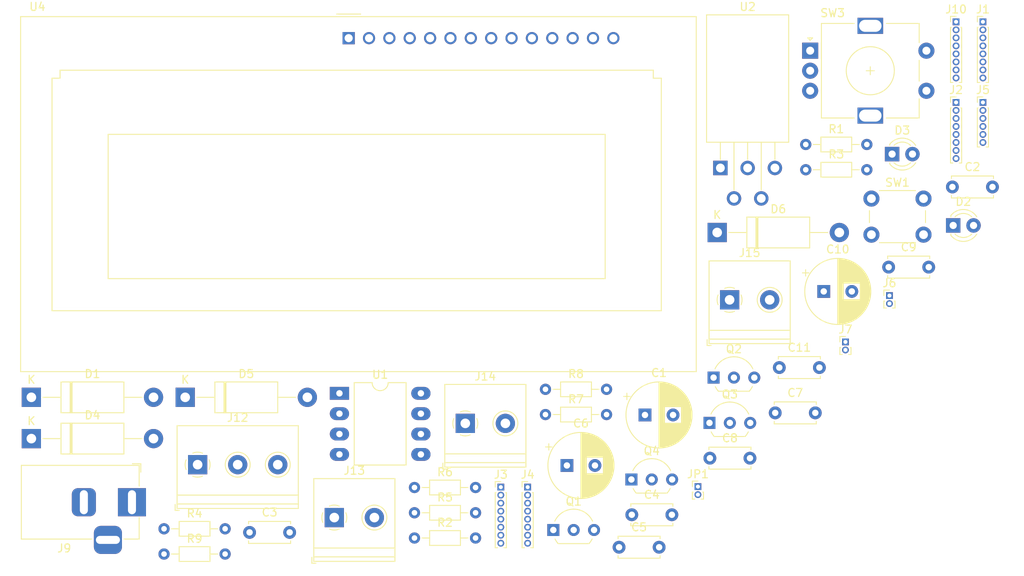
<source format=kicad_pcb>
(kicad_pcb (version 20171130) (host pcbnew 5.1.6)

  (general
    (thickness 1.6)
    (drawings 0)
    (tracks 0)
    (zones 0)
    (modules 49)
    (nets 61)
  )

  (page A4)
  (layers
    (0 F.Cu signal)
    (31 B.Cu signal)
    (33 F.Adhes user)
    (35 F.Paste user)
    (37 F.SilkS user)
    (38 B.Mask user)
    (39 F.Mask user)
    (40 Dwgs.User user)
    (41 Cmts.User user)
    (42 Eco1.User user)
    (43 Eco2.User user)
    (44 Edge.Cuts user)
    (45 Margin user)
    (46 B.CrtYd user)
    (47 F.CrtYd user)
    (49 F.Fab user)
  )

  (setup
    (last_trace_width 0.25)
    (trace_clearance 0.2)
    (zone_clearance 0.508)
    (zone_45_only no)
    (trace_min 0.2)
    (via_size 0.8)
    (via_drill 0.4)
    (via_min_size 0.4)
    (via_min_drill 0.3)
    (uvia_size 0.3)
    (uvia_drill 0.1)
    (uvias_allowed no)
    (uvia_min_size 0.2)
    (uvia_min_drill 0.1)
    (edge_width 0.05)
    (segment_width 0.2)
    (pcb_text_width 0.3)
    (pcb_text_size 1.5 1.5)
    (mod_edge_width 0.12)
    (mod_text_size 1 1)
    (mod_text_width 0.15)
    (pad_size 1.524 1.524)
    (pad_drill 0.762)
    (pad_to_mask_clearance 0.05)
    (aux_axis_origin 0 0)
    (visible_elements FFFFFF7F)
    (pcbplotparams
      (layerselection 0x010fc_ffffffff)
      (usegerberextensions false)
      (usegerberattributes true)
      (usegerberadvancedattributes true)
      (creategerberjobfile true)
      (excludeedgelayer true)
      (linewidth 0.100000)
      (plotframeref false)
      (viasonmask false)
      (mode 1)
      (useauxorigin false)
      (hpglpennumber 1)
      (hpglpenspeed 20)
      (hpglpendiameter 15.000000)
      (psnegative false)
      (psa4output false)
      (plotreference true)
      (plotvalue true)
      (plotinvisibletext false)
      (padsonsilk false)
      (subtractmaskfromsilk false)
      (outputformat 1)
      (mirror false)
      (drillshape 1)
      (scaleselection 1)
      (outputdirectory ""))
  )

  (net 0 "")
  (net 1 GNDREF)
  (net 2 "Net-(C1-Pad1)")
  (net 3 +5V)
  (net 4 Num_1)
  (net 5 Num_2)
  (net 6 Num_3)
  (net 7 Num_4)
  (net 8 "Net-(C6-Pad1)")
  (net 9 Enc_B)
  (net 10 Enc_A)
  (net 11 Enc_C)
  (net 12 LCD_Contrast)
  (net 13 "Net-(D1-Pad2)")
  (net 14 "Net-(D2-Pad2)")
  (net 15 "Net-(D2-Pad1)")
  (net 16 "Net-(D3-Pad2)")
  (net 17 "Net-(D3-Pad1)")
  (net 18 "Net-(D4-Pad1)")
  (net 19 "Net-(D5-Pad2)")
  (net 20 "Net-(D6-Pad1)")
  (net 21 "Net-(J1-Pad8)")
  (net 22 "Net-(J1-Pad7)")
  (net 23 "Net-(J1-Pad6)")
  (net 24 "Net-(J1-Pad5)")
  (net 25 "Net-(J1-Pad1)")
  (net 26 "Net-(J2-Pad8)")
  (net 27 "Net-(J2-Pad7)")
  (net 28 LCD_BL)
  (net 29 LCD_Cont)
  (net 30 Key_Light)
  (net 31 Light)
  (net 32 "Net-(J2-Pad2)")
  (net 33 "Net-(J3-Pad6)")
  (net 34 "Net-(J3-Pad5)")
  (net 35 "Net-(J3-Pad4)")
  (net 36 "Net-(J3-Pad3)")
  (net 37 DMX_Out)
  (net 38 "Net-(J3-Pad1)")
  (net 39 Num_A)
  (net 40 Num_B)
  (net 41 Num_C)
  (net 42 Num_D)
  (net 43 LCD_RS)
  (net 44 LCD_E)
  (net 45 LCD_D4)
  (net 46 LCD_D5)
  (net 47 LCD_D6)
  (net 48 LCD_D7)
  (net 49 DMX+)
  (net 50 DMX-)
  (net 51 "Net-(J13-Pad2)")
  (net 52 "Net-(J13-Pad1)")
  (net 53 "Net-(J14-Pad2)")
  (net 54 "Net-(J15-Pad2)")
  (net 55 "Net-(Q1-Pad2)")
  (net 56 LCD_BackLight)
  (net 57 "Net-(Q2-Pad2)")
  (net 58 "Net-(Q3-Pad1)")
  (net 59 "Net-(Q3-Pad2)")
  (net 60 "Net-(Q4-Pad2)")

  (net_class Default "This is the default net class."
    (clearance 0.2)
    (trace_width 0.25)
    (via_dia 0.8)
    (via_drill 0.4)
    (uvia_dia 0.3)
    (uvia_drill 0.1)
    (add_net +5V)
    (add_net DMX+)
    (add_net DMX-)
    (add_net DMX_Out)
    (add_net Enc_A)
    (add_net Enc_B)
    (add_net Enc_C)
    (add_net GNDREF)
    (add_net Key_Light)
    (add_net LCD_BL)
    (add_net LCD_BackLight)
    (add_net LCD_Cont)
    (add_net LCD_Contrast)
    (add_net LCD_D4)
    (add_net LCD_D5)
    (add_net LCD_D6)
    (add_net LCD_D7)
    (add_net LCD_E)
    (add_net LCD_RS)
    (add_net Light)
    (add_net "Net-(C1-Pad1)")
    (add_net "Net-(C6-Pad1)")
    (add_net "Net-(D1-Pad2)")
    (add_net "Net-(D2-Pad1)")
    (add_net "Net-(D2-Pad2)")
    (add_net "Net-(D3-Pad1)")
    (add_net "Net-(D3-Pad2)")
    (add_net "Net-(D4-Pad1)")
    (add_net "Net-(D5-Pad2)")
    (add_net "Net-(D6-Pad1)")
    (add_net "Net-(J1-Pad1)")
    (add_net "Net-(J1-Pad5)")
    (add_net "Net-(J1-Pad6)")
    (add_net "Net-(J1-Pad7)")
    (add_net "Net-(J1-Pad8)")
    (add_net "Net-(J13-Pad1)")
    (add_net "Net-(J13-Pad2)")
    (add_net "Net-(J14-Pad2)")
    (add_net "Net-(J15-Pad2)")
    (add_net "Net-(J2-Pad2)")
    (add_net "Net-(J2-Pad7)")
    (add_net "Net-(J2-Pad8)")
    (add_net "Net-(J3-Pad1)")
    (add_net "Net-(J3-Pad3)")
    (add_net "Net-(J3-Pad4)")
    (add_net "Net-(J3-Pad5)")
    (add_net "Net-(J3-Pad6)")
    (add_net "Net-(Q1-Pad2)")
    (add_net "Net-(Q2-Pad2)")
    (add_net "Net-(Q3-Pad1)")
    (add_net "Net-(Q3-Pad2)")
    (add_net "Net-(Q4-Pad2)")
    (add_net Num_1)
    (add_net Num_2)
    (add_net Num_3)
    (add_net Num_4)
    (add_net Num_A)
    (add_net Num_B)
    (add_net Num_C)
    (add_net Num_D)
  )

  (module Display:LM16255 (layer F.Cu) (tedit 5A02FE80) (tstamp 5F3AB323)
    (at 176.395302 64.755)
    (descr "LCD LM16255 16x2 character http://www.datasheetlib.com/datasheet/259542/lm16255_sharp-electronics.html")
    (tags "LCD 12x2")
    (path /5F3BF396)
    (fp_text reference U4 (at -38.83 -3.91) (layer F.SilkS)
      (effects (font (size 1 1) (thickness 0.15)))
    )
    (fp_text value NHD-0420H1Z (at -37.82 42.57 180) (layer F.Fab)
      (effects (font (size 1 1) (thickness 0.15)))
    )
    (fp_text user %R (at 0.23 21.15) (layer F.Fab)
      (effects (font (size 1 1) (thickness 0.1)))
    )
    (fp_line (start -40.92 -2.68) (end 43.36 -2.68) (layer F.SilkS) (width 0.12))
    (fp_line (start 43.36 -2.68) (end 43.36 41.6) (layer F.SilkS) (width 0.12))
    (fp_line (start 43.36 41.6) (end -40.92 41.6) (layer F.SilkS) (width 0.12))
    (fp_line (start -40.92 41.6) (end -40.92 -2.68) (layer F.SilkS) (width 0.12))
    (fp_line (start -41.03 41.71) (end -41.03 -2.79) (layer F.CrtYd) (width 0.05))
    (fp_line (start 43.47 41.71) (end -41.03 41.71) (layer F.CrtYd) (width 0.05))
    (fp_line (start 43.47 -2.79) (end 43.47 41.71) (layer F.CrtYd) (width 0.05))
    (fp_line (start -40.78 -2.54) (end -40.78 41.46) (layer F.Fab) (width 0.1))
    (fp_line (start -40.78 41.46) (end 43.22 41.46) (layer F.Fab) (width 0.1))
    (fp_line (start 43.22 -2.54) (end 43.22 41.46) (layer F.Fab) (width 0.1))
    (fp_line (start -1.5 -3) (end 1.5 -3) (layer F.SilkS) (width 0.12))
    (fp_line (start -41.03 -2.79) (end 43.47 -2.79) (layer F.CrtYd) (width 0.05))
    (fp_line (start 1 -2.54) (end 0 -1.54) (layer F.Fab) (width 0.1))
    (fp_line (start 0 -1.54) (end -1 -2.54) (layer F.Fab) (width 0.1))
    (fp_line (start -1 -2.54) (end -40.78 -2.54) (layer F.Fab) (width 0.1))
    (fp_line (start 1 -2.54) (end 43.22 -2.54) (layer F.Fab) (width 0.1))
    (fp_line (start 39 34) (end -37 34) (layer F.SilkS) (width 0.12))
    (fp_line (start -37 34) (end -37 5) (layer F.SilkS) (width 0.12))
    (fp_line (start -37 5) (end -36 5) (layer F.SilkS) (width 0.12))
    (fp_line (start -36 5) (end -36 4) (layer F.SilkS) (width 0.12))
    (fp_line (start -36 4) (end 38 4) (layer F.SilkS) (width 0.12))
    (fp_line (start 38 4) (end 38 5) (layer F.SilkS) (width 0.12))
    (fp_line (start 38 5) (end 39 5) (layer F.SilkS) (width 0.12))
    (fp_line (start 39 5) (end 39 34) (layer F.SilkS) (width 0.12))
    (fp_line (start 32 30) (end -30 30) (layer F.SilkS) (width 0.12))
    (fp_line (start -30 30) (end -30 12) (layer F.SilkS) (width 0.12))
    (fp_line (start -30 12) (end 32 12) (layer F.SilkS) (width 0.12))
    (fp_line (start 32 12) (end 32 30) (layer F.SilkS) (width 0.12))
    (pad 14 thru_hole circle (at 33.02 0 180) (size 1.524 1.524) (drill 1.016) (layers *.Cu *.Mask)
      (net 48 LCD_D7))
    (pad 13 thru_hole circle (at 30.48 0 180) (size 1.524 1.524) (drill 1.016) (layers *.Cu *.Mask)
      (net 47 LCD_D6))
    (pad 12 thru_hole circle (at 27.94 0 180) (size 1.524 1.524) (drill 1.016) (layers *.Cu *.Mask)
      (net 46 LCD_D5))
    (pad 11 thru_hole circle (at 25.4 0 180) (size 1.524 1.524) (drill 1.016) (layers *.Cu *.Mask)
      (net 45 LCD_D4))
    (pad 10 thru_hole circle (at 22.86 0 180) (size 1.524 1.524) (drill 1.016) (layers *.Cu *.Mask)
      (net 1 GNDREF))
    (pad 9 thru_hole circle (at 20.32 0 180) (size 1.524 1.524) (drill 1.016) (layers *.Cu *.Mask)
      (net 1 GNDREF))
    (pad 8 thru_hole circle (at 17.78 0 180) (size 1.524 1.524) (drill 1.016) (layers *.Cu *.Mask)
      (net 1 GNDREF))
    (pad 7 thru_hole circle (at 15.24 0 180) (size 1.524 1.524) (drill 1.016) (layers *.Cu *.Mask)
      (net 1 GNDREF))
    (pad 6 thru_hole circle (at 12.7 0 180) (size 1.524 1.524) (drill 1.016) (layers *.Cu *.Mask)
      (net 44 LCD_E))
    (pad 5 thru_hole circle (at 10.16 0 180) (size 1.524 1.524) (drill 1.016) (layers *.Cu *.Mask)
      (net 1 GNDREF))
    (pad 4 thru_hole circle (at 7.62 0 180) (size 1.524 1.524) (drill 1.016) (layers *.Cu *.Mask)
      (net 43 LCD_RS))
    (pad 3 thru_hole circle (at 5.08 0 180) (size 1.524 1.524) (drill 1.016) (layers *.Cu *.Mask)
      (net 12 LCD_Contrast))
    (pad 2 thru_hole circle (at 2.54 0 180) (size 1.524 1.524) (drill 1.016) (layers *.Cu *.Mask)
      (net 3 +5V))
    (pad 1 thru_hole rect (at 0 0 180) (size 1.524 1.524) (drill 1.016) (layers *.Cu *.Mask)
      (net 1 GNDREF))
    (pad "" np_thru_hole circle (at 39.22 1.46 180) (size 2.5 2.5) (drill 2.5) (layers *.Cu *.Mask))
    (pad "" np_thru_hole circle (at 40.72 37.46 180) (size 2.5 2.5) (drill 2.5) (layers *.Cu *.Mask))
    (pad "" np_thru_hole circle (at -36.78 1.46 180) (size 2.5 2.5) (drill 2.5) (layers *.Cu *.Mask))
    (pad "" np_thru_hole circle (at -38.28 37.46 180) (size 2.5 2.5) (drill 2.5) (layers *.Cu *.Mask))
    (model ${KISYS3DMOD}/Display.3dshapes/LM16255.wrl
      (at (xyz 0 0 0))
      (scale (xyz 1 1 1))
      (rotate (xyz 0 0 0))
    )
  )

  (module Package_TO_SOT_THT:TO-220-5_P3.4x3.8mm_StaggerEven_Lead7.13mm_TabDown (layer F.Cu) (tedit 5AF05A31) (tstamp 5F3AB2F0)
    (at 222.765302 80.95)
    (descr "TO-220-5, Horizontal, RM 1.7mm, Pentawatt, Multiwatt-5, staggered type-2, see http://www.analog.com/media/en/package-pcb-resources/package/pkg_pdf/ltc-legacy-to-220/to-220_5_05-08-1421.pdf?domain=www.linear.com, https://www.diodes.com/assets/Package-Files/TO220-5.pdf")
    (tags "TO-220-5 Horizontal RM 1.7mm Pentawatt Multiwatt-5 staggered type-2")
    (path /5F75B775)
    (fp_text reference U2 (at 3.4 -20.1) (layer F.SilkS)
      (effects (font (size 1 1) (thickness 0.15)))
    )
    (fp_text value LM2575-5.0BT (at 3.4 5.7) (layer F.Fab)
      (effects (font (size 1 1) (thickness 0.15)))
    )
    (fp_text user %R (at 3.4 -20.1) (layer F.Fab)
      (effects (font (size 1 1) (thickness 0.15)))
    )
    (fp_circle (center 3.4 -16.18) (end 5.25 -16.18) (layer F.Fab) (width 0.1))
    (fp_line (start -1.6 -12.58) (end -1.6 -18.98) (layer F.Fab) (width 0.1))
    (fp_line (start -1.6 -18.98) (end 8.4 -18.98) (layer F.Fab) (width 0.1))
    (fp_line (start 8.4 -18.98) (end 8.4 -12.58) (layer F.Fab) (width 0.1))
    (fp_line (start 8.4 -12.58) (end -1.6 -12.58) (layer F.Fab) (width 0.1))
    (fp_line (start -1.6 -3.33) (end -1.6 -12.58) (layer F.Fab) (width 0.1))
    (fp_line (start -1.6 -12.58) (end 8.4 -12.58) (layer F.Fab) (width 0.1))
    (fp_line (start 8.4 -12.58) (end 8.4 -3.33) (layer F.Fab) (width 0.1))
    (fp_line (start 8.4 -3.33) (end -1.6 -3.33) (layer F.Fab) (width 0.1))
    (fp_line (start 0 -3.33) (end 0 0) (layer F.Fab) (width 0.1))
    (fp_line (start 1.7 -3.33) (end 1.7 3.8) (layer F.Fab) (width 0.1))
    (fp_line (start 3.4 -3.33) (end 3.4 0) (layer F.Fab) (width 0.1))
    (fp_line (start 5.1 -3.33) (end 5.1 3.8) (layer F.Fab) (width 0.1))
    (fp_line (start 6.8 -3.33) (end 6.8 0) (layer F.Fab) (width 0.1))
    (fp_line (start -1.721 -3.21) (end 8.52 -3.21) (layer F.SilkS) (width 0.12))
    (fp_line (start -1.721 -19.1) (end 8.52 -19.1) (layer F.SilkS) (width 0.12))
    (fp_line (start -1.721 -19.1) (end -1.721 -3.21) (layer F.SilkS) (width 0.12))
    (fp_line (start 8.52 -19.1) (end 8.52 -3.21) (layer F.SilkS) (width 0.12))
    (fp_line (start 0 -3.21) (end 0 -1.05) (layer F.SilkS) (width 0.12))
    (fp_line (start 1.7 -3.21) (end 1.7 2.735) (layer F.SilkS) (width 0.12))
    (fp_line (start 3.4 -3.21) (end 3.4 -1.066) (layer F.SilkS) (width 0.12))
    (fp_line (start 5.1 -3.21) (end 5.1 2.735) (layer F.SilkS) (width 0.12))
    (fp_line (start 6.8 -3.21) (end 6.8 -1.066) (layer F.SilkS) (width 0.12))
    (fp_line (start -1.85 -19.23) (end -1.85 4.95) (layer F.CrtYd) (width 0.05))
    (fp_line (start -1.85 4.95) (end 8.65 4.95) (layer F.CrtYd) (width 0.05))
    (fp_line (start 8.65 4.95) (end 8.65 -19.23) (layer F.CrtYd) (width 0.05))
    (fp_line (start 8.65 -19.23) (end -1.85 -19.23) (layer F.CrtYd) (width 0.05))
    (pad 5 thru_hole oval (at 6.8 0) (size 1.8 1.8) (drill 1.1) (layers *.Cu *.Mask)
      (net 1 GNDREF))
    (pad 4 thru_hole oval (at 5.1 3.8) (size 1.8 1.8) (drill 1.1) (layers *.Cu *.Mask)
      (net 8 "Net-(C6-Pad1)"))
    (pad 3 thru_hole oval (at 3.4 0) (size 1.8 1.8) (drill 1.1) (layers *.Cu *.Mask)
      (net 1 GNDREF))
    (pad 2 thru_hole oval (at 1.7 3.8) (size 1.8 1.8) (drill 1.1) (layers *.Cu *.Mask)
      (net 20 "Net-(D6-Pad1)"))
    (pad 1 thru_hole rect (at 0 0) (size 1.8 1.8) (drill 1.1) (layers *.Cu *.Mask)
      (net 2 "Net-(C1-Pad1)"))
    (pad "" np_thru_hole oval (at 3.4 -16.18) (size 3.5 3.5) (drill 3.5) (layers *.Cu *.Mask))
    (model ${KISYS3DMOD}/Package_TO_SOT_THT.3dshapes/TO-220-5_P3.4x3.8mm_StaggerEven_Lead7.13mm_TabDown.wrl
      (at (xyz 0 0 0))
      (scale (xyz 1 1 1))
      (rotate (xyz 0 0 0))
    )
  )

  (module Package_DIP:DIP-8_W10.16mm_LongPads (layer F.Cu) (tedit 5A02E8C5) (tstamp 5F3AB2CA)
    (at 175.245302 109.06)
    (descr "8-lead though-hole mounted DIP package, row spacing 10.16 mm (400 mils), LongPads")
    (tags "THT DIP DIL PDIP 2.54mm 10.16mm 400mil LongPads")
    (path /5FB7BF47)
    (fp_text reference U1 (at 5.08 -2.33) (layer F.SilkS)
      (effects (font (size 1 1) (thickness 0.15)))
    )
    (fp_text value MAX485E (at 5.08 9.95) (layer F.Fab)
      (effects (font (size 1 1) (thickness 0.15)))
    )
    (fp_text user %R (at 5.08 3.81) (layer F.Fab)
      (effects (font (size 1 1) (thickness 0.15)))
    )
    (fp_arc (start 5.08 -1.33) (end 4.08 -1.33) (angle -180) (layer F.SilkS) (width 0.12))
    (fp_line (start 2.905 -1.27) (end 8.255 -1.27) (layer F.Fab) (width 0.1))
    (fp_line (start 8.255 -1.27) (end 8.255 8.89) (layer F.Fab) (width 0.1))
    (fp_line (start 8.255 8.89) (end 1.905 8.89) (layer F.Fab) (width 0.1))
    (fp_line (start 1.905 8.89) (end 1.905 -0.27) (layer F.Fab) (width 0.1))
    (fp_line (start 1.905 -0.27) (end 2.905 -1.27) (layer F.Fab) (width 0.1))
    (fp_line (start 4.08 -1.33) (end 1.845 -1.33) (layer F.SilkS) (width 0.12))
    (fp_line (start 1.845 -1.33) (end 1.845 8.95) (layer F.SilkS) (width 0.12))
    (fp_line (start 1.845 8.95) (end 8.315 8.95) (layer F.SilkS) (width 0.12))
    (fp_line (start 8.315 8.95) (end 8.315 -1.33) (layer F.SilkS) (width 0.12))
    (fp_line (start 8.315 -1.33) (end 6.08 -1.33) (layer F.SilkS) (width 0.12))
    (fp_line (start -1.5 -1.55) (end -1.5 9.15) (layer F.CrtYd) (width 0.05))
    (fp_line (start -1.5 9.15) (end 11.65 9.15) (layer F.CrtYd) (width 0.05))
    (fp_line (start 11.65 9.15) (end 11.65 -1.55) (layer F.CrtYd) (width 0.05))
    (fp_line (start 11.65 -1.55) (end -1.5 -1.55) (layer F.CrtYd) (width 0.05))
    (pad 8 thru_hole oval (at 10.16 0) (size 2.4 1.6) (drill 0.8) (layers *.Cu *.Mask)
      (net 3 +5V))
    (pad 4 thru_hole oval (at 0 7.62) (size 2.4 1.6) (drill 0.8) (layers *.Cu *.Mask)
      (net 37 DMX_Out))
    (pad 7 thru_hole oval (at 10.16 2.54) (size 2.4 1.6) (drill 0.8) (layers *.Cu *.Mask)
      (net 18 "Net-(D4-Pad1)"))
    (pad 3 thru_hole oval (at 0 5.08) (size 2.4 1.6) (drill 0.8) (layers *.Cu *.Mask)
      (net 3 +5V))
    (pad 6 thru_hole oval (at 10.16 5.08) (size 2.4 1.6) (drill 0.8) (layers *.Cu *.Mask)
      (net 19 "Net-(D5-Pad2)"))
    (pad 2 thru_hole oval (at 0 2.54) (size 2.4 1.6) (drill 0.8) (layers *.Cu *.Mask)
      (net 3 +5V))
    (pad 5 thru_hole oval (at 10.16 7.62) (size 2.4 1.6) (drill 0.8) (layers *.Cu *.Mask)
      (net 1 GNDREF))
    (pad 1 thru_hole rect (at 0 0) (size 2.4 1.6) (drill 0.8) (layers *.Cu *.Mask)
      (net 3 +5V))
    (model ${KISYS3DMOD}/Package_DIP.3dshapes/DIP-8_W10.16mm.wrl
      (at (xyz 0 0 0))
      (scale (xyz 1 1 1))
      (rotate (xyz 0 0 0))
    )
  )

  (module Rotary_Encoder:RotaryEncoder_Alps_EC11E-Switch_Vertical_H20mm (layer F.Cu) (tedit 5A74C8CB) (tstamp 5F3AB2AE)
    (at 233.965302 66.32)
    (descr "Alps rotary encoder, EC12E... with switch, vertical shaft, http://www.alps.com/prod/info/E/HTML/Encoder/Incremental/EC11/EC11E15204A3.html")
    (tags "rotary encoder")
    (path /5F607364)
    (fp_text reference SW3 (at 2.8 -4.7) (layer F.SilkS)
      (effects (font (size 1 1) (thickness 0.15)))
    )
    (fp_text value Encoder (at 7.5 10.4) (layer F.Fab)
      (effects (font (size 1 1) (thickness 0.15)))
    )
    (fp_text user %R (at 11.1 6.3) (layer F.Fab)
      (effects (font (size 1 1) (thickness 0.15)))
    )
    (fp_line (start 7 2.5) (end 8 2.5) (layer F.SilkS) (width 0.12))
    (fp_line (start 7.5 2) (end 7.5 3) (layer F.SilkS) (width 0.12))
    (fp_line (start 13.6 6) (end 13.6 8.4) (layer F.SilkS) (width 0.12))
    (fp_line (start 13.6 1.2) (end 13.6 3.8) (layer F.SilkS) (width 0.12))
    (fp_line (start 13.6 -3.4) (end 13.6 -1) (layer F.SilkS) (width 0.12))
    (fp_line (start 4.5 2.5) (end 10.5 2.5) (layer F.Fab) (width 0.12))
    (fp_line (start 7.5 -0.5) (end 7.5 5.5) (layer F.Fab) (width 0.12))
    (fp_line (start 0.3 -1.6) (end 0 -1.3) (layer F.SilkS) (width 0.12))
    (fp_line (start -0.3 -1.6) (end 0.3 -1.6) (layer F.SilkS) (width 0.12))
    (fp_line (start 0 -1.3) (end -0.3 -1.6) (layer F.SilkS) (width 0.12))
    (fp_line (start 1.4 -3.4) (end 1.4 8.4) (layer F.SilkS) (width 0.12))
    (fp_line (start 5.5 -3.4) (end 1.4 -3.4) (layer F.SilkS) (width 0.12))
    (fp_line (start 5.5 8.4) (end 1.4 8.4) (layer F.SilkS) (width 0.12))
    (fp_line (start 13.6 8.4) (end 9.5 8.4) (layer F.SilkS) (width 0.12))
    (fp_line (start 9.5 -3.4) (end 13.6 -3.4) (layer F.SilkS) (width 0.12))
    (fp_line (start 1.5 -2.2) (end 2.5 -3.3) (layer F.Fab) (width 0.12))
    (fp_line (start 1.5 8.3) (end 1.5 -2.2) (layer F.Fab) (width 0.12))
    (fp_line (start 13.5 8.3) (end 1.5 8.3) (layer F.Fab) (width 0.12))
    (fp_line (start 13.5 -3.3) (end 13.5 8.3) (layer F.Fab) (width 0.12))
    (fp_line (start 2.5 -3.3) (end 13.5 -3.3) (layer F.Fab) (width 0.12))
    (fp_line (start -1.5 -4.6) (end 16 -4.6) (layer F.CrtYd) (width 0.05))
    (fp_line (start -1.5 -4.6) (end -1.5 9.6) (layer F.CrtYd) (width 0.05))
    (fp_line (start 16 9.6) (end 16 -4.6) (layer F.CrtYd) (width 0.05))
    (fp_line (start 16 9.6) (end -1.5 9.6) (layer F.CrtYd) (width 0.05))
    (fp_circle (center 7.5 2.5) (end 10.5 2.5) (layer F.SilkS) (width 0.12))
    (fp_circle (center 7.5 2.5) (end 10.5 2.5) (layer F.Fab) (width 0.12))
    (pad A thru_hole rect (at 0 0) (size 2 2) (drill 1) (layers *.Cu *.Mask)
      (net 10 Enc_A))
    (pad C thru_hole circle (at 0 2.5) (size 2 2) (drill 1) (layers *.Cu *.Mask)
      (net 1 GNDREF))
    (pad B thru_hole circle (at 0 5) (size 2 2) (drill 1) (layers *.Cu *.Mask)
      (net 9 Enc_B))
    (pad MP thru_hole rect (at 7.5 -3.1) (size 3.2 2) (drill oval 2.8 1.5) (layers *.Cu *.Mask))
    (pad MP thru_hole rect (at 7.5 8.1) (size 3.2 2) (drill oval 2.8 1.5) (layers *.Cu *.Mask))
    (pad S2 thru_hole circle (at 14.5 0) (size 2 2) (drill 1) (layers *.Cu *.Mask)
      (net 1 GNDREF))
    (pad S1 thru_hole circle (at 14.5 5) (size 2 2) (drill 1) (layers *.Cu *.Mask)
      (net 11 Enc_C))
    (model ${KISYS3DMOD}/Rotary_Encoder.3dshapes/RotaryEncoder_Alps_EC11E-Switch_Vertical_H20mm.wrl
      (at (xyz 0 0 0))
      (scale (xyz 1 1 1))
      (rotate (xyz 0 0 0))
    )
  )

  (module Button_Switch_THT:SW_PUSH_6mm (layer F.Cu) (tedit 5A02FE31) (tstamp 5F3AB288)
    (at 241.605302 84.77)
    (descr https://www.omron.com/ecb/products/pdf/en-b3f.pdf)
    (tags "tact sw push 6mm")
    (path /5F4DE40B)
    (fp_text reference SW1 (at 3.25 -2) (layer F.SilkS)
      (effects (font (size 1 1) (thickness 0.15)))
    )
    (fp_text value "Micro Switch" (at 3.75 6.7) (layer F.Fab)
      (effects (font (size 1 1) (thickness 0.15)))
    )
    (fp_text user %R (at 3.25 2.25) (layer F.Fab)
      (effects (font (size 1 1) (thickness 0.15)))
    )
    (fp_line (start 3.25 -0.75) (end 6.25 -0.75) (layer F.Fab) (width 0.1))
    (fp_line (start 6.25 -0.75) (end 6.25 5.25) (layer F.Fab) (width 0.1))
    (fp_line (start 6.25 5.25) (end 0.25 5.25) (layer F.Fab) (width 0.1))
    (fp_line (start 0.25 5.25) (end 0.25 -0.75) (layer F.Fab) (width 0.1))
    (fp_line (start 0.25 -0.75) (end 3.25 -0.75) (layer F.Fab) (width 0.1))
    (fp_line (start 7.75 6) (end 8 6) (layer F.CrtYd) (width 0.05))
    (fp_line (start 8 6) (end 8 5.75) (layer F.CrtYd) (width 0.05))
    (fp_line (start 7.75 -1.5) (end 8 -1.5) (layer F.CrtYd) (width 0.05))
    (fp_line (start 8 -1.5) (end 8 -1.25) (layer F.CrtYd) (width 0.05))
    (fp_line (start -1.5 -1.25) (end -1.5 -1.5) (layer F.CrtYd) (width 0.05))
    (fp_line (start -1.5 -1.5) (end -1.25 -1.5) (layer F.CrtYd) (width 0.05))
    (fp_line (start -1.5 5.75) (end -1.5 6) (layer F.CrtYd) (width 0.05))
    (fp_line (start -1.5 6) (end -1.25 6) (layer F.CrtYd) (width 0.05))
    (fp_line (start -1.25 -1.5) (end 7.75 -1.5) (layer F.CrtYd) (width 0.05))
    (fp_line (start -1.5 5.75) (end -1.5 -1.25) (layer F.CrtYd) (width 0.05))
    (fp_line (start 7.75 6) (end -1.25 6) (layer F.CrtYd) (width 0.05))
    (fp_line (start 8 -1.25) (end 8 5.75) (layer F.CrtYd) (width 0.05))
    (fp_line (start 1 5.5) (end 5.5 5.5) (layer F.SilkS) (width 0.12))
    (fp_line (start -0.25 1.5) (end -0.25 3) (layer F.SilkS) (width 0.12))
    (fp_line (start 5.5 -1) (end 1 -1) (layer F.SilkS) (width 0.12))
    (fp_line (start 6.75 3) (end 6.75 1.5) (layer F.SilkS) (width 0.12))
    (fp_circle (center 3.25 2.25) (end 1.25 2.5) (layer F.Fab) (width 0.1))
    (pad 1 thru_hole circle (at 6.5 0 90) (size 2 2) (drill 1.1) (layers *.Cu *.Mask)
      (net 23 "Net-(J1-Pad6)"))
    (pad 2 thru_hole circle (at 6.5 4.5 90) (size 2 2) (drill 1.1) (layers *.Cu *.Mask)
      (net 1 GNDREF))
    (pad 1 thru_hole circle (at 0 0 90) (size 2 2) (drill 1.1) (layers *.Cu *.Mask)
      (net 23 "Net-(J1-Pad6)"))
    (pad 2 thru_hole circle (at 0 4.5 90) (size 2 2) (drill 1.1) (layers *.Cu *.Mask)
      (net 1 GNDREF))
    (model ${KISYS3DMOD}/Button_Switch_THT.3dshapes/SW_PUSH_6mm.wrl
      (at (xyz 0 0 0))
      (scale (xyz 1 1 1))
      (rotate (xyz 0 0 0))
    )
  )

  (module Resistor_THT:R_Axial_DIN0204_L3.6mm_D1.6mm_P7.62mm_Horizontal (layer F.Cu) (tedit 5AE5139B) (tstamp 5F3AB269)
    (at 153.365302 129.11)
    (descr "Resistor, Axial_DIN0204 series, Axial, Horizontal, pin pitch=7.62mm, 0.167W, length*diameter=3.6*1.6mm^2, http://cdn-reichelt.de/documents/datenblatt/B400/1_4W%23YAG.pdf")
    (tags "Resistor Axial_DIN0204 series Axial Horizontal pin pitch 7.62mm 0.167W length 3.6mm diameter 1.6mm")
    (path /5F4408EF)
    (fp_text reference R9 (at 3.81 -1.92) (layer F.SilkS)
      (effects (font (size 1 1) (thickness 0.15)))
    )
    (fp_text value 680 (at 3.81 1.92) (layer F.Fab)
      (effects (font (size 1 1) (thickness 0.15)))
    )
    (fp_text user %R (at 3.81 0) (layer F.Fab)
      (effects (font (size 0.72 0.72) (thickness 0.108)))
    )
    (fp_line (start 2.01 -0.8) (end 2.01 0.8) (layer F.Fab) (width 0.1))
    (fp_line (start 2.01 0.8) (end 5.61 0.8) (layer F.Fab) (width 0.1))
    (fp_line (start 5.61 0.8) (end 5.61 -0.8) (layer F.Fab) (width 0.1))
    (fp_line (start 5.61 -0.8) (end 2.01 -0.8) (layer F.Fab) (width 0.1))
    (fp_line (start 0 0) (end 2.01 0) (layer F.Fab) (width 0.1))
    (fp_line (start 7.62 0) (end 5.61 0) (layer F.Fab) (width 0.1))
    (fp_line (start 1.89 -0.92) (end 1.89 0.92) (layer F.SilkS) (width 0.12))
    (fp_line (start 1.89 0.92) (end 5.73 0.92) (layer F.SilkS) (width 0.12))
    (fp_line (start 5.73 0.92) (end 5.73 -0.92) (layer F.SilkS) (width 0.12))
    (fp_line (start 5.73 -0.92) (end 1.89 -0.92) (layer F.SilkS) (width 0.12))
    (fp_line (start 0.94 0) (end 1.89 0) (layer F.SilkS) (width 0.12))
    (fp_line (start 6.68 0) (end 5.73 0) (layer F.SilkS) (width 0.12))
    (fp_line (start -0.95 -1.05) (end -0.95 1.05) (layer F.CrtYd) (width 0.05))
    (fp_line (start -0.95 1.05) (end 8.57 1.05) (layer F.CrtYd) (width 0.05))
    (fp_line (start 8.57 1.05) (end 8.57 -1.05) (layer F.CrtYd) (width 0.05))
    (fp_line (start 8.57 -1.05) (end -0.95 -1.05) (layer F.CrtYd) (width 0.05))
    (pad 2 thru_hole oval (at 7.62 0) (size 1.4 1.4) (drill 0.7) (layers *.Cu *.Mask)
      (net 12 LCD_Contrast))
    (pad 1 thru_hole circle (at 0 0) (size 1.4 1.4) (drill 0.7) (layers *.Cu *.Mask)
      (net 58 "Net-(Q3-Pad1)"))
    (model ${KISYS3DMOD}/Resistor_THT.3dshapes/R_Axial_DIN0204_L3.6mm_D1.6mm_P7.62mm_Horizontal.wrl
      (at (xyz 0 0 0))
      (scale (xyz 1 1 1))
      (rotate (xyz 0 0 0))
    )
  )

  (module Resistor_THT:R_Axial_DIN0204_L3.6mm_D1.6mm_P7.62mm_Horizontal (layer F.Cu) (tedit 5AE5139B) (tstamp 5F3AB252)
    (at 200.945302 108.56)
    (descr "Resistor, Axial_DIN0204 series, Axial, Horizontal, pin pitch=7.62mm, 0.167W, length*diameter=3.6*1.6mm^2, http://cdn-reichelt.de/documents/datenblatt/B400/1_4W%23YAG.pdf")
    (tags "Resistor Axial_DIN0204 series Axial Horizontal pin pitch 7.62mm 0.167W length 3.6mm diameter 1.6mm")
    (path /5F419930)
    (fp_text reference R8 (at 3.81 -1.92) (layer F.SilkS)
      (effects (font (size 1 1) (thickness 0.15)))
    )
    (fp_text value 22K (at 3.81 1.92) (layer F.Fab)
      (effects (font (size 1 1) (thickness 0.15)))
    )
    (fp_text user %R (at 3.81 0) (layer F.Fab)
      (effects (font (size 0.72 0.72) (thickness 0.108)))
    )
    (fp_line (start 2.01 -0.8) (end 2.01 0.8) (layer F.Fab) (width 0.1))
    (fp_line (start 2.01 0.8) (end 5.61 0.8) (layer F.Fab) (width 0.1))
    (fp_line (start 5.61 0.8) (end 5.61 -0.8) (layer F.Fab) (width 0.1))
    (fp_line (start 5.61 -0.8) (end 2.01 -0.8) (layer F.Fab) (width 0.1))
    (fp_line (start 0 0) (end 2.01 0) (layer F.Fab) (width 0.1))
    (fp_line (start 7.62 0) (end 5.61 0) (layer F.Fab) (width 0.1))
    (fp_line (start 1.89 -0.92) (end 1.89 0.92) (layer F.SilkS) (width 0.12))
    (fp_line (start 1.89 0.92) (end 5.73 0.92) (layer F.SilkS) (width 0.12))
    (fp_line (start 5.73 0.92) (end 5.73 -0.92) (layer F.SilkS) (width 0.12))
    (fp_line (start 5.73 -0.92) (end 1.89 -0.92) (layer F.SilkS) (width 0.12))
    (fp_line (start 0.94 0) (end 1.89 0) (layer F.SilkS) (width 0.12))
    (fp_line (start 6.68 0) (end 5.73 0) (layer F.SilkS) (width 0.12))
    (fp_line (start -0.95 -1.05) (end -0.95 1.05) (layer F.CrtYd) (width 0.05))
    (fp_line (start -0.95 1.05) (end 8.57 1.05) (layer F.CrtYd) (width 0.05))
    (fp_line (start 8.57 1.05) (end 8.57 -1.05) (layer F.CrtYd) (width 0.05))
    (fp_line (start 8.57 -1.05) (end -0.95 -1.05) (layer F.CrtYd) (width 0.05))
    (pad 2 thru_hole oval (at 7.62 0) (size 1.4 1.4) (drill 0.7) (layers *.Cu *.Mask)
      (net 3 +5V))
    (pad 1 thru_hole circle (at 0 0) (size 1.4 1.4) (drill 0.7) (layers *.Cu *.Mask)
      (net 58 "Net-(Q3-Pad1)"))
    (model ${KISYS3DMOD}/Resistor_THT.3dshapes/R_Axial_DIN0204_L3.6mm_D1.6mm_P7.62mm_Horizontal.wrl
      (at (xyz 0 0 0))
      (scale (xyz 1 1 1))
      (rotate (xyz 0 0 0))
    )
  )

  (module Resistor_THT:R_Axial_DIN0204_L3.6mm_D1.6mm_P7.62mm_Horizontal (layer F.Cu) (tedit 5AE5139B) (tstamp 5F3AB23B)
    (at 200.945302 111.71)
    (descr "Resistor, Axial_DIN0204 series, Axial, Horizontal, pin pitch=7.62mm, 0.167W, length*diameter=3.6*1.6mm^2, http://cdn-reichelt.de/documents/datenblatt/B400/1_4W%23YAG.pdf")
    (tags "Resistor Axial_DIN0204 series Axial Horizontal pin pitch 7.62mm 0.167W length 3.6mm diameter 1.6mm")
    (path /5F46E331)
    (fp_text reference R7 (at 3.81 -1.92) (layer F.SilkS)
      (effects (font (size 1 1) (thickness 0.15)))
    )
    (fp_text value 1K (at 3.81 1.92) (layer F.Fab)
      (effects (font (size 1 1) (thickness 0.15)))
    )
    (fp_text user %R (at 3.81 0) (layer F.Fab)
      (effects (font (size 0.72 0.72) (thickness 0.108)))
    )
    (fp_line (start 2.01 -0.8) (end 2.01 0.8) (layer F.Fab) (width 0.1))
    (fp_line (start 2.01 0.8) (end 5.61 0.8) (layer F.Fab) (width 0.1))
    (fp_line (start 5.61 0.8) (end 5.61 -0.8) (layer F.Fab) (width 0.1))
    (fp_line (start 5.61 -0.8) (end 2.01 -0.8) (layer F.Fab) (width 0.1))
    (fp_line (start 0 0) (end 2.01 0) (layer F.Fab) (width 0.1))
    (fp_line (start 7.62 0) (end 5.61 0) (layer F.Fab) (width 0.1))
    (fp_line (start 1.89 -0.92) (end 1.89 0.92) (layer F.SilkS) (width 0.12))
    (fp_line (start 1.89 0.92) (end 5.73 0.92) (layer F.SilkS) (width 0.12))
    (fp_line (start 5.73 0.92) (end 5.73 -0.92) (layer F.SilkS) (width 0.12))
    (fp_line (start 5.73 -0.92) (end 1.89 -0.92) (layer F.SilkS) (width 0.12))
    (fp_line (start 0.94 0) (end 1.89 0) (layer F.SilkS) (width 0.12))
    (fp_line (start 6.68 0) (end 5.73 0) (layer F.SilkS) (width 0.12))
    (fp_line (start -0.95 -1.05) (end -0.95 1.05) (layer F.CrtYd) (width 0.05))
    (fp_line (start -0.95 1.05) (end 8.57 1.05) (layer F.CrtYd) (width 0.05))
    (fp_line (start 8.57 1.05) (end 8.57 -1.05) (layer F.CrtYd) (width 0.05))
    (fp_line (start 8.57 -1.05) (end -0.95 -1.05) (layer F.CrtYd) (width 0.05))
    (pad 2 thru_hole oval (at 7.62 0) (size 1.4 1.4) (drill 0.7) (layers *.Cu *.Mask)
      (net 60 "Net-(Q4-Pad2)"))
    (pad 1 thru_hole circle (at 0 0) (size 1.4 1.4) (drill 0.7) (layers *.Cu *.Mask)
      (net 31 Light))
    (model ${KISYS3DMOD}/Resistor_THT.3dshapes/R_Axial_DIN0204_L3.6mm_D1.6mm_P7.62mm_Horizontal.wrl
      (at (xyz 0 0 0))
      (scale (xyz 1 1 1))
      (rotate (xyz 0 0 0))
    )
  )

  (module Resistor_THT:R_Axial_DIN0204_L3.6mm_D1.6mm_P7.62mm_Horizontal (layer F.Cu) (tedit 5AE5139B) (tstamp 5F3AB224)
    (at 184.605302 120.81)
    (descr "Resistor, Axial_DIN0204 series, Axial, Horizontal, pin pitch=7.62mm, 0.167W, length*diameter=3.6*1.6mm^2, http://cdn-reichelt.de/documents/datenblatt/B400/1_4W%23YAG.pdf")
    (tags "Resistor Axial_DIN0204 series Axial Horizontal pin pitch 7.62mm 0.167W length 3.6mm diameter 1.6mm")
    (path /5F40F368)
    (fp_text reference R6 (at 3.81 -1.92) (layer F.SilkS)
      (effects (font (size 1 1) (thickness 0.15)))
    )
    (fp_text value 22K (at 3.81 1.92) (layer F.Fab)
      (effects (font (size 1 1) (thickness 0.15)))
    )
    (fp_text user %R (at 3.81 0) (layer F.Fab)
      (effects (font (size 0.72 0.72) (thickness 0.108)))
    )
    (fp_line (start 2.01 -0.8) (end 2.01 0.8) (layer F.Fab) (width 0.1))
    (fp_line (start 2.01 0.8) (end 5.61 0.8) (layer F.Fab) (width 0.1))
    (fp_line (start 5.61 0.8) (end 5.61 -0.8) (layer F.Fab) (width 0.1))
    (fp_line (start 5.61 -0.8) (end 2.01 -0.8) (layer F.Fab) (width 0.1))
    (fp_line (start 0 0) (end 2.01 0) (layer F.Fab) (width 0.1))
    (fp_line (start 7.62 0) (end 5.61 0) (layer F.Fab) (width 0.1))
    (fp_line (start 1.89 -0.92) (end 1.89 0.92) (layer F.SilkS) (width 0.12))
    (fp_line (start 1.89 0.92) (end 5.73 0.92) (layer F.SilkS) (width 0.12))
    (fp_line (start 5.73 0.92) (end 5.73 -0.92) (layer F.SilkS) (width 0.12))
    (fp_line (start 5.73 -0.92) (end 1.89 -0.92) (layer F.SilkS) (width 0.12))
    (fp_line (start 0.94 0) (end 1.89 0) (layer F.SilkS) (width 0.12))
    (fp_line (start 6.68 0) (end 5.73 0) (layer F.SilkS) (width 0.12))
    (fp_line (start -0.95 -1.05) (end -0.95 1.05) (layer F.CrtYd) (width 0.05))
    (fp_line (start -0.95 1.05) (end 8.57 1.05) (layer F.CrtYd) (width 0.05))
    (fp_line (start 8.57 1.05) (end 8.57 -1.05) (layer F.CrtYd) (width 0.05))
    (fp_line (start 8.57 -1.05) (end -0.95 -1.05) (layer F.CrtYd) (width 0.05))
    (pad 2 thru_hole oval (at 7.62 0) (size 1.4 1.4) (drill 0.7) (layers *.Cu *.Mask)
      (net 59 "Net-(Q3-Pad2)"))
    (pad 1 thru_hole circle (at 0 0) (size 1.4 1.4) (drill 0.7) (layers *.Cu *.Mask)
      (net 29 LCD_Cont))
    (model ${KISYS3DMOD}/Resistor_THT.3dshapes/R_Axial_DIN0204_L3.6mm_D1.6mm_P7.62mm_Horizontal.wrl
      (at (xyz 0 0 0))
      (scale (xyz 1 1 1))
      (rotate (xyz 0 0 0))
    )
  )

  (module Resistor_THT:R_Axial_DIN0204_L3.6mm_D1.6mm_P7.62mm_Horizontal (layer F.Cu) (tedit 5AE5139B) (tstamp 5F3AB20D)
    (at 184.605302 123.96)
    (descr "Resistor, Axial_DIN0204 series, Axial, Horizontal, pin pitch=7.62mm, 0.167W, length*diameter=3.6*1.6mm^2, http://cdn-reichelt.de/documents/datenblatt/B400/1_4W%23YAG.pdf")
    (tags "Resistor Axial_DIN0204 series Axial Horizontal pin pitch 7.62mm 0.167W length 3.6mm diameter 1.6mm")
    (path /5F3FA633)
    (fp_text reference R5 (at 3.81 -1.92) (layer F.SilkS)
      (effects (font (size 1 1) (thickness 0.15)))
    )
    (fp_text value 1K (at 3.81 1.92) (layer F.Fab)
      (effects (font (size 1 1) (thickness 0.15)))
    )
    (fp_text user %R (at 3.81 0) (layer F.Fab)
      (effects (font (size 0.72 0.72) (thickness 0.108)))
    )
    (fp_line (start 2.01 -0.8) (end 2.01 0.8) (layer F.Fab) (width 0.1))
    (fp_line (start 2.01 0.8) (end 5.61 0.8) (layer F.Fab) (width 0.1))
    (fp_line (start 5.61 0.8) (end 5.61 -0.8) (layer F.Fab) (width 0.1))
    (fp_line (start 5.61 -0.8) (end 2.01 -0.8) (layer F.Fab) (width 0.1))
    (fp_line (start 0 0) (end 2.01 0) (layer F.Fab) (width 0.1))
    (fp_line (start 7.62 0) (end 5.61 0) (layer F.Fab) (width 0.1))
    (fp_line (start 1.89 -0.92) (end 1.89 0.92) (layer F.SilkS) (width 0.12))
    (fp_line (start 1.89 0.92) (end 5.73 0.92) (layer F.SilkS) (width 0.12))
    (fp_line (start 5.73 0.92) (end 5.73 -0.92) (layer F.SilkS) (width 0.12))
    (fp_line (start 5.73 -0.92) (end 1.89 -0.92) (layer F.SilkS) (width 0.12))
    (fp_line (start 0.94 0) (end 1.89 0) (layer F.SilkS) (width 0.12))
    (fp_line (start 6.68 0) (end 5.73 0) (layer F.SilkS) (width 0.12))
    (fp_line (start -0.95 -1.05) (end -0.95 1.05) (layer F.CrtYd) (width 0.05))
    (fp_line (start -0.95 1.05) (end 8.57 1.05) (layer F.CrtYd) (width 0.05))
    (fp_line (start 8.57 1.05) (end 8.57 -1.05) (layer F.CrtYd) (width 0.05))
    (fp_line (start 8.57 -1.05) (end -0.95 -1.05) (layer F.CrtYd) (width 0.05))
    (pad 2 thru_hole oval (at 7.62 0) (size 1.4 1.4) (drill 0.7) (layers *.Cu *.Mask)
      (net 57 "Net-(Q2-Pad2)"))
    (pad 1 thru_hole circle (at 0 0) (size 1.4 1.4) (drill 0.7) (layers *.Cu *.Mask)
      (net 28 LCD_BL))
    (model ${KISYS3DMOD}/Resistor_THT.3dshapes/R_Axial_DIN0204_L3.6mm_D1.6mm_P7.62mm_Horizontal.wrl
      (at (xyz 0 0 0))
      (scale (xyz 1 1 1))
      (rotate (xyz 0 0 0))
    )
  )

  (module Resistor_THT:R_Axial_DIN0204_L3.6mm_D1.6mm_P7.62mm_Horizontal (layer F.Cu) (tedit 5AE5139B) (tstamp 5F3AB1F6)
    (at 153.365302 125.96)
    (descr "Resistor, Axial_DIN0204 series, Axial, Horizontal, pin pitch=7.62mm, 0.167W, length*diameter=3.6*1.6mm^2, http://cdn-reichelt.de/documents/datenblatt/B400/1_4W%23YAG.pdf")
    (tags "Resistor Axial_DIN0204 series Axial Horizontal pin pitch 7.62mm 0.167W length 3.6mm diameter 1.6mm")
    (path /5F4B03D4)
    (fp_text reference R4 (at 3.81 -1.92) (layer F.SilkS)
      (effects (font (size 1 1) (thickness 0.15)))
    )
    (fp_text value 1K (at 3.81 1.92) (layer F.Fab)
      (effects (font (size 1 1) (thickness 0.15)))
    )
    (fp_text user %R (at 3.81 0) (layer F.Fab)
      (effects (font (size 0.72 0.72) (thickness 0.108)))
    )
    (fp_line (start 2.01 -0.8) (end 2.01 0.8) (layer F.Fab) (width 0.1))
    (fp_line (start 2.01 0.8) (end 5.61 0.8) (layer F.Fab) (width 0.1))
    (fp_line (start 5.61 0.8) (end 5.61 -0.8) (layer F.Fab) (width 0.1))
    (fp_line (start 5.61 -0.8) (end 2.01 -0.8) (layer F.Fab) (width 0.1))
    (fp_line (start 0 0) (end 2.01 0) (layer F.Fab) (width 0.1))
    (fp_line (start 7.62 0) (end 5.61 0) (layer F.Fab) (width 0.1))
    (fp_line (start 1.89 -0.92) (end 1.89 0.92) (layer F.SilkS) (width 0.12))
    (fp_line (start 1.89 0.92) (end 5.73 0.92) (layer F.SilkS) (width 0.12))
    (fp_line (start 5.73 0.92) (end 5.73 -0.92) (layer F.SilkS) (width 0.12))
    (fp_line (start 5.73 -0.92) (end 1.89 -0.92) (layer F.SilkS) (width 0.12))
    (fp_line (start 0.94 0) (end 1.89 0) (layer F.SilkS) (width 0.12))
    (fp_line (start 6.68 0) (end 5.73 0) (layer F.SilkS) (width 0.12))
    (fp_line (start -0.95 -1.05) (end -0.95 1.05) (layer F.CrtYd) (width 0.05))
    (fp_line (start -0.95 1.05) (end 8.57 1.05) (layer F.CrtYd) (width 0.05))
    (fp_line (start 8.57 1.05) (end 8.57 -1.05) (layer F.CrtYd) (width 0.05))
    (fp_line (start 8.57 -1.05) (end -0.95 -1.05) (layer F.CrtYd) (width 0.05))
    (pad 2 thru_hole oval (at 7.62 0) (size 1.4 1.4) (drill 0.7) (layers *.Cu *.Mask)
      (net 55 "Net-(Q1-Pad2)"))
    (pad 1 thru_hole circle (at 0 0) (size 1.4 1.4) (drill 0.7) (layers *.Cu *.Mask)
      (net 30 Key_Light))
    (model ${KISYS3DMOD}/Resistor_THT.3dshapes/R_Axial_DIN0204_L3.6mm_D1.6mm_P7.62mm_Horizontal.wrl
      (at (xyz 0 0 0))
      (scale (xyz 1 1 1))
      (rotate (xyz 0 0 0))
    )
  )

  (module Resistor_THT:R_Axial_DIN0204_L3.6mm_D1.6mm_P7.62mm_Horizontal (layer F.Cu) (tedit 5AE5139B) (tstamp 5F3AB1DF)
    (at 233.415302 81.17)
    (descr "Resistor, Axial_DIN0204 series, Axial, Horizontal, pin pitch=7.62mm, 0.167W, length*diameter=3.6*1.6mm^2, http://cdn-reichelt.de/documents/datenblatt/B400/1_4W%23YAG.pdf")
    (tags "Resistor Axial_DIN0204 series Axial Horizontal pin pitch 7.62mm 0.167W length 3.6mm diameter 1.6mm")
    (path /5FD418F9)
    (fp_text reference R3 (at 3.81 -1.92) (layer F.SilkS)
      (effects (font (size 1 1) (thickness 0.15)))
    )
    (fp_text value 330 (at 3.81 1.92) (layer F.Fab)
      (effects (font (size 1 1) (thickness 0.15)))
    )
    (fp_text user %R (at 3.81 0) (layer F.Fab)
      (effects (font (size 0.72 0.72) (thickness 0.108)))
    )
    (fp_line (start 2.01 -0.8) (end 2.01 0.8) (layer F.Fab) (width 0.1))
    (fp_line (start 2.01 0.8) (end 5.61 0.8) (layer F.Fab) (width 0.1))
    (fp_line (start 5.61 0.8) (end 5.61 -0.8) (layer F.Fab) (width 0.1))
    (fp_line (start 5.61 -0.8) (end 2.01 -0.8) (layer F.Fab) (width 0.1))
    (fp_line (start 0 0) (end 2.01 0) (layer F.Fab) (width 0.1))
    (fp_line (start 7.62 0) (end 5.61 0) (layer F.Fab) (width 0.1))
    (fp_line (start 1.89 -0.92) (end 1.89 0.92) (layer F.SilkS) (width 0.12))
    (fp_line (start 1.89 0.92) (end 5.73 0.92) (layer F.SilkS) (width 0.12))
    (fp_line (start 5.73 0.92) (end 5.73 -0.92) (layer F.SilkS) (width 0.12))
    (fp_line (start 5.73 -0.92) (end 1.89 -0.92) (layer F.SilkS) (width 0.12))
    (fp_line (start 0.94 0) (end 1.89 0) (layer F.SilkS) (width 0.12))
    (fp_line (start 6.68 0) (end 5.73 0) (layer F.SilkS) (width 0.12))
    (fp_line (start -0.95 -1.05) (end -0.95 1.05) (layer F.CrtYd) (width 0.05))
    (fp_line (start -0.95 1.05) (end 8.57 1.05) (layer F.CrtYd) (width 0.05))
    (fp_line (start 8.57 1.05) (end 8.57 -1.05) (layer F.CrtYd) (width 0.05))
    (fp_line (start 8.57 -1.05) (end -0.95 -1.05) (layer F.CrtYd) (width 0.05))
    (pad 2 thru_hole oval (at 7.62 0) (size 1.4 1.4) (drill 0.7) (layers *.Cu *.Mask)
      (net 17 "Net-(D3-Pad1)"))
    (pad 1 thru_hole circle (at 0 0) (size 1.4 1.4) (drill 0.7) (layers *.Cu *.Mask)
      (net 1 GNDREF))
    (model ${KISYS3DMOD}/Resistor_THT.3dshapes/R_Axial_DIN0204_L3.6mm_D1.6mm_P7.62mm_Horizontal.wrl
      (at (xyz 0 0 0))
      (scale (xyz 1 1 1))
      (rotate (xyz 0 0 0))
    )
  )

  (module Resistor_THT:R_Axial_DIN0204_L3.6mm_D1.6mm_P7.62mm_Horizontal (layer F.Cu) (tedit 5AE5139B) (tstamp 5F3AB1C8)
    (at 184.605302 127.11)
    (descr "Resistor, Axial_DIN0204 series, Axial, Horizontal, pin pitch=7.62mm, 0.167W, length*diameter=3.6*1.6mm^2, http://cdn-reichelt.de/documents/datenblatt/B400/1_4W%23YAG.pdf")
    (tags "Resistor Axial_DIN0204 series Axial Horizontal pin pitch 7.62mm 0.167W length 3.6mm diameter 1.6mm")
    (path /5FD7C389)
    (fp_text reference R2 (at 3.81 -1.92) (layer F.SilkS)
      (effects (font (size 1 1) (thickness 0.15)))
    )
    (fp_text value 120 (at 3.81 1.92) (layer F.Fab)
      (effects (font (size 1 1) (thickness 0.15)))
    )
    (fp_text user %R (at 3.81 0) (layer F.Fab)
      (effects (font (size 0.72 0.72) (thickness 0.108)))
    )
    (fp_line (start 2.01 -0.8) (end 2.01 0.8) (layer F.Fab) (width 0.1))
    (fp_line (start 2.01 0.8) (end 5.61 0.8) (layer F.Fab) (width 0.1))
    (fp_line (start 5.61 0.8) (end 5.61 -0.8) (layer F.Fab) (width 0.1))
    (fp_line (start 5.61 -0.8) (end 2.01 -0.8) (layer F.Fab) (width 0.1))
    (fp_line (start 0 0) (end 2.01 0) (layer F.Fab) (width 0.1))
    (fp_line (start 7.62 0) (end 5.61 0) (layer F.Fab) (width 0.1))
    (fp_line (start 1.89 -0.92) (end 1.89 0.92) (layer F.SilkS) (width 0.12))
    (fp_line (start 1.89 0.92) (end 5.73 0.92) (layer F.SilkS) (width 0.12))
    (fp_line (start 5.73 0.92) (end 5.73 -0.92) (layer F.SilkS) (width 0.12))
    (fp_line (start 5.73 -0.92) (end 1.89 -0.92) (layer F.SilkS) (width 0.12))
    (fp_line (start 0.94 0) (end 1.89 0) (layer F.SilkS) (width 0.12))
    (fp_line (start 6.68 0) (end 5.73 0) (layer F.SilkS) (width 0.12))
    (fp_line (start -0.95 -1.05) (end -0.95 1.05) (layer F.CrtYd) (width 0.05))
    (fp_line (start -0.95 1.05) (end 8.57 1.05) (layer F.CrtYd) (width 0.05))
    (fp_line (start 8.57 1.05) (end 8.57 -1.05) (layer F.CrtYd) (width 0.05))
    (fp_line (start 8.57 -1.05) (end -0.95 -1.05) (layer F.CrtYd) (width 0.05))
    (pad 2 thru_hole oval (at 7.62 0) (size 1.4 1.4) (drill 0.7) (layers *.Cu *.Mask)
      (net 15 "Net-(D2-Pad1)"))
    (pad 1 thru_hole circle (at 0 0) (size 1.4 1.4) (drill 0.7) (layers *.Cu *.Mask)
      (net 16 "Net-(D3-Pad2)"))
    (model ${KISYS3DMOD}/Resistor_THT.3dshapes/R_Axial_DIN0204_L3.6mm_D1.6mm_P7.62mm_Horizontal.wrl
      (at (xyz 0 0 0))
      (scale (xyz 1 1 1))
      (rotate (xyz 0 0 0))
    )
  )

  (module Resistor_THT:R_Axial_DIN0204_L3.6mm_D1.6mm_P7.62mm_Horizontal (layer F.Cu) (tedit 5AE5139B) (tstamp 5F3AB1B1)
    (at 233.415302 78.02)
    (descr "Resistor, Axial_DIN0204 series, Axial, Horizontal, pin pitch=7.62mm, 0.167W, length*diameter=3.6*1.6mm^2, http://cdn-reichelt.de/documents/datenblatt/B400/1_4W%23YAG.pdf")
    (tags "Resistor Axial_DIN0204 series Axial Horizontal pin pitch 7.62mm 0.167W length 3.6mm diameter 1.6mm")
    (path /5FD4076C)
    (fp_text reference R1 (at 3.81 -1.92) (layer F.SilkS)
      (effects (font (size 1 1) (thickness 0.15)))
    )
    (fp_text value 330 (at 3.81 1.92) (layer F.Fab)
      (effects (font (size 1 1) (thickness 0.15)))
    )
    (fp_text user %R (at 3.81 0) (layer F.Fab)
      (effects (font (size 0.72 0.72) (thickness 0.108)))
    )
    (fp_line (start 2.01 -0.8) (end 2.01 0.8) (layer F.Fab) (width 0.1))
    (fp_line (start 2.01 0.8) (end 5.61 0.8) (layer F.Fab) (width 0.1))
    (fp_line (start 5.61 0.8) (end 5.61 -0.8) (layer F.Fab) (width 0.1))
    (fp_line (start 5.61 -0.8) (end 2.01 -0.8) (layer F.Fab) (width 0.1))
    (fp_line (start 0 0) (end 2.01 0) (layer F.Fab) (width 0.1))
    (fp_line (start 7.62 0) (end 5.61 0) (layer F.Fab) (width 0.1))
    (fp_line (start 1.89 -0.92) (end 1.89 0.92) (layer F.SilkS) (width 0.12))
    (fp_line (start 1.89 0.92) (end 5.73 0.92) (layer F.SilkS) (width 0.12))
    (fp_line (start 5.73 0.92) (end 5.73 -0.92) (layer F.SilkS) (width 0.12))
    (fp_line (start 5.73 -0.92) (end 1.89 -0.92) (layer F.SilkS) (width 0.12))
    (fp_line (start 0.94 0) (end 1.89 0) (layer F.SilkS) (width 0.12))
    (fp_line (start 6.68 0) (end 5.73 0) (layer F.SilkS) (width 0.12))
    (fp_line (start -0.95 -1.05) (end -0.95 1.05) (layer F.CrtYd) (width 0.05))
    (fp_line (start -0.95 1.05) (end 8.57 1.05) (layer F.CrtYd) (width 0.05))
    (fp_line (start 8.57 1.05) (end 8.57 -1.05) (layer F.CrtYd) (width 0.05))
    (fp_line (start 8.57 -1.05) (end -0.95 -1.05) (layer F.CrtYd) (width 0.05))
    (pad 2 thru_hole oval (at 7.62 0) (size 1.4 1.4) (drill 0.7) (layers *.Cu *.Mask)
      (net 3 +5V))
    (pad 1 thru_hole circle (at 0 0) (size 1.4 1.4) (drill 0.7) (layers *.Cu *.Mask)
      (net 14 "Net-(D2-Pad2)"))
    (model ${KISYS3DMOD}/Resistor_THT.3dshapes/R_Axial_DIN0204_L3.6mm_D1.6mm_P7.62mm_Horizontal.wrl
      (at (xyz 0 0 0))
      (scale (xyz 1 1 1))
      (rotate (xyz 0 0 0))
    )
  )

  (module Package_TO_SOT_THT:TO-92L_Inline_Wide (layer F.Cu) (tedit 5A11996A) (tstamp 5F3AB19A)
    (at 211.665302 119.81)
    (descr "TO-92L leads in-line (large body variant of TO-92), also known as TO-226, wide, drill 0.75mm (see https://www.diodes.com/assets/Package-Files/TO92L.pdf and http://www.ti.com/lit/an/snoa059/snoa059.pdf)")
    (tags "TO-92L Inline Wide transistor")
    (path /5F46E32B)
    (fp_text reference Q4 (at 2.54 -3.56) (layer F.SilkS)
      (effects (font (size 1 1) (thickness 0.15)))
    )
    (fp_text value 2N2222 (at 2.54 2.79) (layer F.Fab)
      (effects (font (size 1 1) (thickness 0.15)))
    )
    (fp_arc (start 2.54 0) (end 4.45 1.7) (angle -15.88591585) (layer F.SilkS) (width 0.12))
    (fp_arc (start 2.54 0) (end 2.54 -2.48) (angle -130.2499344) (layer F.Fab) (width 0.1))
    (fp_arc (start 2.54 0) (end 2.54 -2.48) (angle 129.9527847) (layer F.Fab) (width 0.1))
    (fp_arc (start 2.54 0) (end 2.54 -2.6) (angle 65) (layer F.SilkS) (width 0.12))
    (fp_arc (start 2.54 0) (end 2.54 -2.6) (angle -65) (layer F.SilkS) (width 0.12))
    (fp_arc (start 2.54 0) (end 0.6 1.7) (angle 15.44288892) (layer F.SilkS) (width 0.12))
    (fp_text user %R (at 2.54 -3.56) (layer F.Fab)
      (effects (font (size 1 1) (thickness 0.15)))
    )
    (fp_line (start 0.6 1.7) (end 4.45 1.7) (layer F.SilkS) (width 0.12))
    (fp_line (start 0.65 1.6) (end 4.4 1.6) (layer F.Fab) (width 0.1))
    (fp_line (start -1 -2.75) (end 6.1 -2.75) (layer F.CrtYd) (width 0.05))
    (fp_line (start -1 -2.75) (end -1 1.85) (layer F.CrtYd) (width 0.05))
    (fp_line (start 6.1 1.85) (end 6.1 -2.75) (layer F.CrtYd) (width 0.05))
    (fp_line (start 6.1 1.85) (end -1 1.85) (layer F.CrtYd) (width 0.05))
    (pad 1 thru_hole rect (at 0 0 90) (size 1.5 1.5) (drill 0.8) (layers *.Cu *.Mask)
      (net 1 GNDREF))
    (pad 3 thru_hole circle (at 5.08 0 90) (size 1.5 1.5) (drill 0.8) (layers *.Cu *.Mask)
      (net 54 "Net-(J15-Pad2)"))
    (pad 2 thru_hole circle (at 2.54 0 90) (size 1.5 1.5) (drill 0.8) (layers *.Cu *.Mask)
      (net 60 "Net-(Q4-Pad2)"))
    (model ${KISYS3DMOD}/Package_TO_SOT_THT.3dshapes/TO-92L_Inline_Wide.wrl
      (at (xyz 0 0 0))
      (scale (xyz 1 1 1))
      (rotate (xyz 0 0 0))
    )
  )

  (module Package_TO_SOT_THT:TO-92L_Inline_Wide (layer F.Cu) (tedit 5A11996A) (tstamp 5F3AB186)
    (at 221.405302 112.75)
    (descr "TO-92L leads in-line (large body variant of TO-92), also known as TO-226, wide, drill 0.75mm (see https://www.diodes.com/assets/Package-Files/TO92L.pdf and http://www.ti.com/lit/an/snoa059/snoa059.pdf)")
    (tags "TO-92L Inline Wide transistor")
    (path /5F40CB23)
    (fp_text reference Q3 (at 2.54 -3.56) (layer F.SilkS)
      (effects (font (size 1 1) (thickness 0.15)))
    )
    (fp_text value BC548 (at 2.54 2.79) (layer F.Fab)
      (effects (font (size 1 1) (thickness 0.15)))
    )
    (fp_arc (start 2.54 0) (end 4.45 1.7) (angle -15.88591585) (layer F.SilkS) (width 0.12))
    (fp_arc (start 2.54 0) (end 2.54 -2.48) (angle -130.2499344) (layer F.Fab) (width 0.1))
    (fp_arc (start 2.54 0) (end 2.54 -2.48) (angle 129.9527847) (layer F.Fab) (width 0.1))
    (fp_arc (start 2.54 0) (end 2.54 -2.6) (angle 65) (layer F.SilkS) (width 0.12))
    (fp_arc (start 2.54 0) (end 2.54 -2.6) (angle -65) (layer F.SilkS) (width 0.12))
    (fp_arc (start 2.54 0) (end 0.6 1.7) (angle 15.44288892) (layer F.SilkS) (width 0.12))
    (fp_text user %R (at 2.54 -3.56) (layer F.Fab)
      (effects (font (size 1 1) (thickness 0.15)))
    )
    (fp_line (start 0.6 1.7) (end 4.45 1.7) (layer F.SilkS) (width 0.12))
    (fp_line (start 0.65 1.6) (end 4.4 1.6) (layer F.Fab) (width 0.1))
    (fp_line (start -1 -2.75) (end 6.1 -2.75) (layer F.CrtYd) (width 0.05))
    (fp_line (start -1 -2.75) (end -1 1.85) (layer F.CrtYd) (width 0.05))
    (fp_line (start 6.1 1.85) (end 6.1 -2.75) (layer F.CrtYd) (width 0.05))
    (fp_line (start 6.1 1.85) (end -1 1.85) (layer F.CrtYd) (width 0.05))
    (pad 1 thru_hole rect (at 0 0 90) (size 1.5 1.5) (drill 0.8) (layers *.Cu *.Mask)
      (net 58 "Net-(Q3-Pad1)"))
    (pad 3 thru_hole circle (at 5.08 0 90) (size 1.5 1.5) (drill 0.8) (layers *.Cu *.Mask)
      (net 1 GNDREF))
    (pad 2 thru_hole circle (at 2.54 0 90) (size 1.5 1.5) (drill 0.8) (layers *.Cu *.Mask)
      (net 59 "Net-(Q3-Pad2)"))
    (model ${KISYS3DMOD}/Package_TO_SOT_THT.3dshapes/TO-92L_Inline_Wide.wrl
      (at (xyz 0 0 0))
      (scale (xyz 1 1 1))
      (rotate (xyz 0 0 0))
    )
  )

  (module Package_TO_SOT_THT:TO-92L_Inline_Wide (layer F.Cu) (tedit 5A11996A) (tstamp 5F3AB172)
    (at 221.915302 107.1)
    (descr "TO-92L leads in-line (large body variant of TO-92), also known as TO-226, wide, drill 0.75mm (see https://www.diodes.com/assets/Package-Files/TO92L.pdf and http://www.ti.com/lit/an/snoa059/snoa059.pdf)")
    (tags "TO-92L Inline Wide transistor")
    (path /5F3F8C3F)
    (fp_text reference Q2 (at 2.54 -3.56) (layer F.SilkS)
      (effects (font (size 1 1) (thickness 0.15)))
    )
    (fp_text value 2N2222 (at 2.54 2.79) (layer F.Fab)
      (effects (font (size 1 1) (thickness 0.15)))
    )
    (fp_arc (start 2.54 0) (end 4.45 1.7) (angle -15.88591585) (layer F.SilkS) (width 0.12))
    (fp_arc (start 2.54 0) (end 2.54 -2.48) (angle -130.2499344) (layer F.Fab) (width 0.1))
    (fp_arc (start 2.54 0) (end 2.54 -2.48) (angle 129.9527847) (layer F.Fab) (width 0.1))
    (fp_arc (start 2.54 0) (end 2.54 -2.6) (angle 65) (layer F.SilkS) (width 0.12))
    (fp_arc (start 2.54 0) (end 2.54 -2.6) (angle -65) (layer F.SilkS) (width 0.12))
    (fp_arc (start 2.54 0) (end 0.6 1.7) (angle 15.44288892) (layer F.SilkS) (width 0.12))
    (fp_text user %R (at 2.54 -3.56) (layer F.Fab)
      (effects (font (size 1 1) (thickness 0.15)))
    )
    (fp_line (start 0.6 1.7) (end 4.45 1.7) (layer F.SilkS) (width 0.12))
    (fp_line (start 0.65 1.6) (end 4.4 1.6) (layer F.Fab) (width 0.1))
    (fp_line (start -1 -2.75) (end 6.1 -2.75) (layer F.CrtYd) (width 0.05))
    (fp_line (start -1 -2.75) (end -1 1.85) (layer F.CrtYd) (width 0.05))
    (fp_line (start 6.1 1.85) (end 6.1 -2.75) (layer F.CrtYd) (width 0.05))
    (fp_line (start 6.1 1.85) (end -1 1.85) (layer F.CrtYd) (width 0.05))
    (pad 1 thru_hole rect (at 0 0 90) (size 1.5 1.5) (drill 0.8) (layers *.Cu *.Mask)
      (net 1 GNDREF))
    (pad 3 thru_hole circle (at 5.08 0 90) (size 1.5 1.5) (drill 0.8) (layers *.Cu *.Mask)
      (net 56 LCD_BackLight))
    (pad 2 thru_hole circle (at 2.54 0 90) (size 1.5 1.5) (drill 0.8) (layers *.Cu *.Mask)
      (net 57 "Net-(Q2-Pad2)"))
    (model ${KISYS3DMOD}/Package_TO_SOT_THT.3dshapes/TO-92L_Inline_Wide.wrl
      (at (xyz 0 0 0))
      (scale (xyz 1 1 1))
      (rotate (xyz 0 0 0))
    )
  )

  (module Package_TO_SOT_THT:TO-92L_Inline_Wide (layer F.Cu) (tedit 5A11996A) (tstamp 5F3AB15E)
    (at 201.925302 126.11)
    (descr "TO-92L leads in-line (large body variant of TO-92), also known as TO-226, wide, drill 0.75mm (see https://www.diodes.com/assets/Package-Files/TO92L.pdf and http://www.ti.com/lit/an/snoa059/snoa059.pdf)")
    (tags "TO-92L Inline Wide transistor")
    (path /5F4B03CE)
    (fp_text reference Q1 (at 2.54 -3.56) (layer F.SilkS)
      (effects (font (size 1 1) (thickness 0.15)))
    )
    (fp_text value 2N2222 (at 2.54 2.79) (layer F.Fab)
      (effects (font (size 1 1) (thickness 0.15)))
    )
    (fp_arc (start 2.54 0) (end 4.45 1.7) (angle -15.88591585) (layer F.SilkS) (width 0.12))
    (fp_arc (start 2.54 0) (end 2.54 -2.48) (angle -130.2499344) (layer F.Fab) (width 0.1))
    (fp_arc (start 2.54 0) (end 2.54 -2.48) (angle 129.9527847) (layer F.Fab) (width 0.1))
    (fp_arc (start 2.54 0) (end 2.54 -2.6) (angle 65) (layer F.SilkS) (width 0.12))
    (fp_arc (start 2.54 0) (end 2.54 -2.6) (angle -65) (layer F.SilkS) (width 0.12))
    (fp_arc (start 2.54 0) (end 0.6 1.7) (angle 15.44288892) (layer F.SilkS) (width 0.12))
    (fp_text user %R (at 2.54 -3.56) (layer F.Fab)
      (effects (font (size 1 1) (thickness 0.15)))
    )
    (fp_line (start 0.6 1.7) (end 4.45 1.7) (layer F.SilkS) (width 0.12))
    (fp_line (start 0.65 1.6) (end 4.4 1.6) (layer F.Fab) (width 0.1))
    (fp_line (start -1 -2.75) (end 6.1 -2.75) (layer F.CrtYd) (width 0.05))
    (fp_line (start -1 -2.75) (end -1 1.85) (layer F.CrtYd) (width 0.05))
    (fp_line (start 6.1 1.85) (end 6.1 -2.75) (layer F.CrtYd) (width 0.05))
    (fp_line (start 6.1 1.85) (end -1 1.85) (layer F.CrtYd) (width 0.05))
    (pad 1 thru_hole rect (at 0 0 90) (size 1.5 1.5) (drill 0.8) (layers *.Cu *.Mask)
      (net 1 GNDREF))
    (pad 3 thru_hole circle (at 5.08 0 90) (size 1.5 1.5) (drill 0.8) (layers *.Cu *.Mask)
      (net 53 "Net-(J14-Pad2)"))
    (pad 2 thru_hole circle (at 2.54 0 90) (size 1.5 1.5) (drill 0.8) (layers *.Cu *.Mask)
      (net 55 "Net-(Q1-Pad2)"))
    (model ${KISYS3DMOD}/Package_TO_SOT_THT.3dshapes/TO-92L_Inline_Wide.wrl
      (at (xyz 0 0 0))
      (scale (xyz 1 1 1))
      (rotate (xyz 0 0 0))
    )
  )

  (module Connector_PinHeader_1.00mm:PinHeader_1x02_P1.00mm_Vertical (layer F.Cu) (tedit 59FED738) (tstamp 5F3AB14A)
    (at 219.965302 120.7)
    (descr "Through hole straight pin header, 1x02, 1.00mm pitch, single row")
    (tags "Through hole pin header THT 1x02 1.00mm single row")
    (path /5F5F4F2A)
    (fp_text reference JP1 (at 0 -1.56) (layer F.SilkS)
      (effects (font (size 1 1) (thickness 0.15)))
    )
    (fp_text value Jumper (at 0 2.56) (layer F.Fab)
      (effects (font (size 1 1) (thickness 0.15)))
    )
    (fp_text user %R (at 0 0.5 90) (layer F.Fab)
      (effects (font (size 0.76 0.76) (thickness 0.114)))
    )
    (fp_line (start -0.3175 -0.5) (end 0.635 -0.5) (layer F.Fab) (width 0.1))
    (fp_line (start 0.635 -0.5) (end 0.635 1.5) (layer F.Fab) (width 0.1))
    (fp_line (start 0.635 1.5) (end -0.635 1.5) (layer F.Fab) (width 0.1))
    (fp_line (start -0.635 1.5) (end -0.635 -0.1825) (layer F.Fab) (width 0.1))
    (fp_line (start -0.635 -0.1825) (end -0.3175 -0.5) (layer F.Fab) (width 0.1))
    (fp_line (start -0.695 1.56) (end -0.394493 1.56) (layer F.SilkS) (width 0.12))
    (fp_line (start 0.394493 1.56) (end 0.695 1.56) (layer F.SilkS) (width 0.12))
    (fp_line (start -0.695 0.685) (end -0.695 1.56) (layer F.SilkS) (width 0.12))
    (fp_line (start 0.695 0.685) (end 0.695 1.56) (layer F.SilkS) (width 0.12))
    (fp_line (start -0.695 0.685) (end -0.608276 0.685) (layer F.SilkS) (width 0.12))
    (fp_line (start 0.608276 0.685) (end 0.695 0.685) (layer F.SilkS) (width 0.12))
    (fp_line (start -0.695 0) (end -0.695 -0.685) (layer F.SilkS) (width 0.12))
    (fp_line (start -0.695 -0.685) (end 0 -0.685) (layer F.SilkS) (width 0.12))
    (fp_line (start -1.15 -1) (end -1.15 2) (layer F.CrtYd) (width 0.05))
    (fp_line (start -1.15 2) (end 1.15 2) (layer F.CrtYd) (width 0.05))
    (fp_line (start 1.15 2) (end 1.15 -1) (layer F.CrtYd) (width 0.05))
    (fp_line (start 1.15 -1) (end -1.15 -1) (layer F.CrtYd) (width 0.05))
    (pad 2 thru_hole oval (at 0 1) (size 0.85 0.85) (drill 0.5) (layers *.Cu *.Mask)
      (net 1 GNDREF))
    (pad 1 thru_hole rect (at 0 0) (size 0.85 0.85) (drill 0.5) (layers *.Cu *.Mask)
      (net 32 "Net-(J2-Pad2)"))
    (model ${KISYS3DMOD}/Connector_PinHeader_1.00mm.3dshapes/PinHeader_1x02_P1.00mm_Vertical.wrl
      (at (xyz 0 0 0))
      (scale (xyz 1 1 1))
      (rotate (xyz 0 0 0))
    )
  )

  (module TerminalBlock_Philmore:TerminalBlock_Philmore_TB132_1x02_P5.00mm_Horizontal (layer F.Cu) (tedit 5B294EAF) (tstamp 5F3AB132)
    (at 223.915302 97.4)
    (descr "Terminal Block Philmore , 2 pins, pitch 5mm, size 10x10.2mm^2, drill diamater 1.2mm, pad diameter 2.4mm, see http://www.philmore-datak.com/mc/Page%20197.pdf, script-generated using https://github.com/pointhi/kicad-footprint-generator/scripts/TerminalBlock_Philmore")
    (tags "THT Terminal Block Philmore  pitch 5mm size 10x10.2mm^2 drill 1.2mm pad 2.4mm")
    (path /5F4656F4)
    (fp_text reference J15 (at 2.5 -5.86) (layer F.SilkS)
      (effects (font (size 1 1) (thickness 0.15)))
    )
    (fp_text value "Terminal Screw 2" (at 2.5 6.46) (layer F.Fab)
      (effects (font (size 1 1) (thickness 0.15)))
    )
    (fp_text user %R (at 2.5 2.8) (layer F.Fab)
      (effects (font (size 1 1) (thickness 0.15)))
    )
    (fp_arc (start 0 0) (end -0.608 1.432) (angle -24) (layer F.SilkS) (width 0.12))
    (fp_arc (start 0 0) (end -1.432 -0.608) (angle -46) (layer F.SilkS) (width 0.12))
    (fp_arc (start 0 0) (end 0.608 -1.432) (angle -46) (layer F.SilkS) (width 0.12))
    (fp_arc (start 0 0) (end 1.432 0.608) (angle -46) (layer F.SilkS) (width 0.12))
    (fp_arc (start 0 0) (end 0 1.555) (angle -23) (layer F.SilkS) (width 0.12))
    (fp_circle (center 0 0) (end 1.375 0) (layer F.Fab) (width 0.1))
    (fp_circle (center 5 0) (end 6.375 0) (layer F.Fab) (width 0.1))
    (fp_circle (center 5 0) (end 6.555 0) (layer F.SilkS) (width 0.12))
    (fp_line (start -2.5 -4.8) (end 7.5 -4.8) (layer F.Fab) (width 0.1))
    (fp_line (start 7.5 -4.8) (end 7.5 5.4) (layer F.Fab) (width 0.1))
    (fp_line (start 7.5 5.4) (end -2 5.4) (layer F.Fab) (width 0.1))
    (fp_line (start -2 5.4) (end -2.5 4.9) (layer F.Fab) (width 0.1))
    (fp_line (start -2.5 4.9) (end -2.5 -4.8) (layer F.Fab) (width 0.1))
    (fp_line (start -2.5 4.9) (end 7.5 4.9) (layer F.Fab) (width 0.1))
    (fp_line (start -2.56 4.9) (end 7.56 4.9) (layer F.SilkS) (width 0.12))
    (fp_line (start -2.5 3.8) (end 7.5 3.8) (layer F.Fab) (width 0.1))
    (fp_line (start -2.56 3.8) (end 7.56 3.8) (layer F.SilkS) (width 0.12))
    (fp_line (start -2.56 -4.86) (end 7.56 -4.86) (layer F.SilkS) (width 0.12))
    (fp_line (start -2.56 5.46) (end 7.56 5.46) (layer F.SilkS) (width 0.12))
    (fp_line (start -2.56 -4.86) (end -2.56 5.46) (layer F.SilkS) (width 0.12))
    (fp_line (start 7.56 -4.86) (end 7.56 5.46) (layer F.SilkS) (width 0.12))
    (fp_line (start -1.1 -0.069) (end -0.069 -0.069) (layer F.Fab) (width 0.1))
    (fp_line (start -0.069 -0.069) (end -0.069 -1.1) (layer F.Fab) (width 0.1))
    (fp_line (start -0.069 -1.1) (end 0.069 -1.1) (layer F.Fab) (width 0.1))
    (fp_line (start 0.069 -1.1) (end 0.069 -0.069) (layer F.Fab) (width 0.1))
    (fp_line (start 0.069 -0.069) (end 1.1 -0.069) (layer F.Fab) (width 0.1))
    (fp_line (start 1.1 -0.069) (end 1.1 0.069) (layer F.Fab) (width 0.1))
    (fp_line (start 1.1 0.069) (end 0.069 0.069) (layer F.Fab) (width 0.1))
    (fp_line (start 0.069 0.069) (end 0.069 1.1) (layer F.Fab) (width 0.1))
    (fp_line (start 0.069 1.1) (end -0.069 1.1) (layer F.Fab) (width 0.1))
    (fp_line (start -0.069 1.1) (end -0.069 0.069) (layer F.Fab) (width 0.1))
    (fp_line (start -0.069 0.069) (end -1.1 0.069) (layer F.Fab) (width 0.1))
    (fp_line (start -1.1 0.069) (end -1.1 -0.069) (layer F.Fab) (width 0.1))
    (fp_line (start 3.9 -0.069) (end 4.931 -0.069) (layer F.Fab) (width 0.1))
    (fp_line (start 4.931 -0.069) (end 4.931 -1.1) (layer F.Fab) (width 0.1))
    (fp_line (start 4.931 -1.1) (end 5.069 -1.1) (layer F.Fab) (width 0.1))
    (fp_line (start 5.069 -1.1) (end 5.069 -0.069) (layer F.Fab) (width 0.1))
    (fp_line (start 5.069 -0.069) (end 6.1 -0.069) (layer F.Fab) (width 0.1))
    (fp_line (start 6.1 -0.069) (end 6.1 0.069) (layer F.Fab) (width 0.1))
    (fp_line (start 6.1 0.069) (end 5.069 0.069) (layer F.Fab) (width 0.1))
    (fp_line (start 5.069 0.069) (end 5.069 1.1) (layer F.Fab) (width 0.1))
    (fp_line (start 5.069 1.1) (end 4.931 1.1) (layer F.Fab) (width 0.1))
    (fp_line (start 4.931 1.1) (end 4.931 0.069) (layer F.Fab) (width 0.1))
    (fp_line (start 4.931 0.069) (end 3.9 0.069) (layer F.Fab) (width 0.1))
    (fp_line (start 3.9 0.069) (end 3.9 -0.069) (layer F.Fab) (width 0.1))
    (fp_line (start -2.8 4.96) (end -2.8 5.7) (layer F.SilkS) (width 0.12))
    (fp_line (start -2.8 5.7) (end -2.3 5.7) (layer F.SilkS) (width 0.12))
    (fp_line (start -3 -5.3) (end -3 5.9) (layer F.CrtYd) (width 0.05))
    (fp_line (start -3 5.9) (end 8 5.9) (layer F.CrtYd) (width 0.05))
    (fp_line (start 8 5.9) (end 8 -5.3) (layer F.CrtYd) (width 0.05))
    (fp_line (start 8 -5.3) (end -3 -5.3) (layer F.CrtYd) (width 0.05))
    (pad 2 thru_hole circle (at 5 0) (size 2.4 2.4) (drill 1.2) (layers *.Cu *.Mask)
      (net 54 "Net-(J15-Pad2)"))
    (pad 1 thru_hole rect (at 0 0) (size 2.4 2.4) (drill 1.2) (layers *.Cu *.Mask)
      (net 3 +5V))
    (model ${KISYS3DMOD}/TerminalBlock_Philmore.3dshapes/TerminalBlock_Philmore_TB132_1x02_P5.00mm_Horizontal.wrl
      (at (xyz 0 0 0))
      (scale (xyz 1 1 1))
      (rotate (xyz 0 0 0))
    )
  )

  (module TerminalBlock_Philmore:TerminalBlock_Philmore_TB132_1x02_P5.00mm_Horizontal (layer F.Cu) (tedit 5B294EAF) (tstamp 5F3AB0F8)
    (at 190.945302 112.81)
    (descr "Terminal Block Philmore , 2 pins, pitch 5mm, size 10x10.2mm^2, drill diamater 1.2mm, pad diameter 2.4mm, see http://www.philmore-datak.com/mc/Page%20197.pdf, script-generated using https://github.com/pointhi/kicad-footprint-generator/scripts/TerminalBlock_Philmore")
    (tags "THT Terminal Block Philmore  pitch 5mm size 10x10.2mm^2 drill 1.2mm pad 2.4mm")
    (path /5F4B03C8)
    (fp_text reference J14 (at 2.5 -5.86) (layer F.SilkS)
      (effects (font (size 1 1) (thickness 0.15)))
    )
    (fp_text value "Terminal Screw 2" (at 2.5 6.46) (layer F.Fab)
      (effects (font (size 1 1) (thickness 0.15)))
    )
    (fp_text user %R (at 2.5 2.8) (layer F.Fab)
      (effects (font (size 1 1) (thickness 0.15)))
    )
    (fp_arc (start 0 0) (end -0.608 1.432) (angle -24) (layer F.SilkS) (width 0.12))
    (fp_arc (start 0 0) (end -1.432 -0.608) (angle -46) (layer F.SilkS) (width 0.12))
    (fp_arc (start 0 0) (end 0.608 -1.432) (angle -46) (layer F.SilkS) (width 0.12))
    (fp_arc (start 0 0) (end 1.432 0.608) (angle -46) (layer F.SilkS) (width 0.12))
    (fp_arc (start 0 0) (end 0 1.555) (angle -23) (layer F.SilkS) (width 0.12))
    (fp_circle (center 0 0) (end 1.375 0) (layer F.Fab) (width 0.1))
    (fp_circle (center 5 0) (end 6.375 0) (layer F.Fab) (width 0.1))
    (fp_circle (center 5 0) (end 6.555 0) (layer F.SilkS) (width 0.12))
    (fp_line (start -2.5 -4.8) (end 7.5 -4.8) (layer F.Fab) (width 0.1))
    (fp_line (start 7.5 -4.8) (end 7.5 5.4) (layer F.Fab) (width 0.1))
    (fp_line (start 7.5 5.4) (end -2 5.4) (layer F.Fab) (width 0.1))
    (fp_line (start -2 5.4) (end -2.5 4.9) (layer F.Fab) (width 0.1))
    (fp_line (start -2.5 4.9) (end -2.5 -4.8) (layer F.Fab) (width 0.1))
    (fp_line (start -2.5 4.9) (end 7.5 4.9) (layer F.Fab) (width 0.1))
    (fp_line (start -2.56 4.9) (end 7.56 4.9) (layer F.SilkS) (width 0.12))
    (fp_line (start -2.5 3.8) (end 7.5 3.8) (layer F.Fab) (width 0.1))
    (fp_line (start -2.56 3.8) (end 7.56 3.8) (layer F.SilkS) (width 0.12))
    (fp_line (start -2.56 -4.86) (end 7.56 -4.86) (layer F.SilkS) (width 0.12))
    (fp_line (start -2.56 5.46) (end 7.56 5.46) (layer F.SilkS) (width 0.12))
    (fp_line (start -2.56 -4.86) (end -2.56 5.46) (layer F.SilkS) (width 0.12))
    (fp_line (start 7.56 -4.86) (end 7.56 5.46) (layer F.SilkS) (width 0.12))
    (fp_line (start -1.1 -0.069) (end -0.069 -0.069) (layer F.Fab) (width 0.1))
    (fp_line (start -0.069 -0.069) (end -0.069 -1.1) (layer F.Fab) (width 0.1))
    (fp_line (start -0.069 -1.1) (end 0.069 -1.1) (layer F.Fab) (width 0.1))
    (fp_line (start 0.069 -1.1) (end 0.069 -0.069) (layer F.Fab) (width 0.1))
    (fp_line (start 0.069 -0.069) (end 1.1 -0.069) (layer F.Fab) (width 0.1))
    (fp_line (start 1.1 -0.069) (end 1.1 0.069) (layer F.Fab) (width 0.1))
    (fp_line (start 1.1 0.069) (end 0.069 0.069) (layer F.Fab) (width 0.1))
    (fp_line (start 0.069 0.069) (end 0.069 1.1) (layer F.Fab) (width 0.1))
    (fp_line (start 0.069 1.1) (end -0.069 1.1) (layer F.Fab) (width 0.1))
    (fp_line (start -0.069 1.1) (end -0.069 0.069) (layer F.Fab) (width 0.1))
    (fp_line (start -0.069 0.069) (end -1.1 0.069) (layer F.Fab) (width 0.1))
    (fp_line (start -1.1 0.069) (end -1.1 -0.069) (layer F.Fab) (width 0.1))
    (fp_line (start 3.9 -0.069) (end 4.931 -0.069) (layer F.Fab) (width 0.1))
    (fp_line (start 4.931 -0.069) (end 4.931 -1.1) (layer F.Fab) (width 0.1))
    (fp_line (start 4.931 -1.1) (end 5.069 -1.1) (layer F.Fab) (width 0.1))
    (fp_line (start 5.069 -1.1) (end 5.069 -0.069) (layer F.Fab) (width 0.1))
    (fp_line (start 5.069 -0.069) (end 6.1 -0.069) (layer F.Fab) (width 0.1))
    (fp_line (start 6.1 -0.069) (end 6.1 0.069) (layer F.Fab) (width 0.1))
    (fp_line (start 6.1 0.069) (end 5.069 0.069) (layer F.Fab) (width 0.1))
    (fp_line (start 5.069 0.069) (end 5.069 1.1) (layer F.Fab) (width 0.1))
    (fp_line (start 5.069 1.1) (end 4.931 1.1) (layer F.Fab) (width 0.1))
    (fp_line (start 4.931 1.1) (end 4.931 0.069) (layer F.Fab) (width 0.1))
    (fp_line (start 4.931 0.069) (end 3.9 0.069) (layer F.Fab) (width 0.1))
    (fp_line (start 3.9 0.069) (end 3.9 -0.069) (layer F.Fab) (width 0.1))
    (fp_line (start -2.8 4.96) (end -2.8 5.7) (layer F.SilkS) (width 0.12))
    (fp_line (start -2.8 5.7) (end -2.3 5.7) (layer F.SilkS) (width 0.12))
    (fp_line (start -3 -5.3) (end -3 5.9) (layer F.CrtYd) (width 0.05))
    (fp_line (start -3 5.9) (end 8 5.9) (layer F.CrtYd) (width 0.05))
    (fp_line (start 8 5.9) (end 8 -5.3) (layer F.CrtYd) (width 0.05))
    (fp_line (start 8 -5.3) (end -3 -5.3) (layer F.CrtYd) (width 0.05))
    (pad 2 thru_hole circle (at 5 0) (size 2.4 2.4) (drill 1.2) (layers *.Cu *.Mask)
      (net 53 "Net-(J14-Pad2)"))
    (pad 1 thru_hole rect (at 0 0) (size 2.4 2.4) (drill 1.2) (layers *.Cu *.Mask)
      (net 3 +5V))
    (model ${KISYS3DMOD}/TerminalBlock_Philmore.3dshapes/TerminalBlock_Philmore_TB132_1x02_P5.00mm_Horizontal.wrl
      (at (xyz 0 0 0))
      (scale (xyz 1 1 1))
      (rotate (xyz 0 0 0))
    )
  )

  (module TerminalBlock_Philmore:TerminalBlock_Philmore_TB132_1x02_P5.00mm_Horizontal (layer F.Cu) (tedit 5B294EAF) (tstamp 5F3AB0BE)
    (at 174.605302 124.56)
    (descr "Terminal Block Philmore , 2 pins, pitch 5mm, size 10x10.2mm^2, drill diamater 1.2mm, pad diameter 2.4mm, see http://www.philmore-datak.com/mc/Page%20197.pdf, script-generated using https://github.com/pointhi/kicad-footprint-generator/scripts/TerminalBlock_Philmore")
    (tags "THT Terminal Block Philmore  pitch 5mm size 10x10.2mm^2 drill 1.2mm pad 2.4mm")
    (path /5FABE254)
    (fp_text reference J13 (at 2.5 -5.86) (layer F.SilkS)
      (effects (font (size 1 1) (thickness 0.15)))
    )
    (fp_text value "Terminal Screw 2" (at 2.5 6.46) (layer F.Fab)
      (effects (font (size 1 1) (thickness 0.15)))
    )
    (fp_text user %R (at 2.5 2.8) (layer F.Fab)
      (effects (font (size 1 1) (thickness 0.15)))
    )
    (fp_arc (start 0 0) (end -0.608 1.432) (angle -24) (layer F.SilkS) (width 0.12))
    (fp_arc (start 0 0) (end -1.432 -0.608) (angle -46) (layer F.SilkS) (width 0.12))
    (fp_arc (start 0 0) (end 0.608 -1.432) (angle -46) (layer F.SilkS) (width 0.12))
    (fp_arc (start 0 0) (end 1.432 0.608) (angle -46) (layer F.SilkS) (width 0.12))
    (fp_arc (start 0 0) (end 0 1.555) (angle -23) (layer F.SilkS) (width 0.12))
    (fp_circle (center 0 0) (end 1.375 0) (layer F.Fab) (width 0.1))
    (fp_circle (center 5 0) (end 6.375 0) (layer F.Fab) (width 0.1))
    (fp_circle (center 5 0) (end 6.555 0) (layer F.SilkS) (width 0.12))
    (fp_line (start -2.5 -4.8) (end 7.5 -4.8) (layer F.Fab) (width 0.1))
    (fp_line (start 7.5 -4.8) (end 7.5 5.4) (layer F.Fab) (width 0.1))
    (fp_line (start 7.5 5.4) (end -2 5.4) (layer F.Fab) (width 0.1))
    (fp_line (start -2 5.4) (end -2.5 4.9) (layer F.Fab) (width 0.1))
    (fp_line (start -2.5 4.9) (end -2.5 -4.8) (layer F.Fab) (width 0.1))
    (fp_line (start -2.5 4.9) (end 7.5 4.9) (layer F.Fab) (width 0.1))
    (fp_line (start -2.56 4.9) (end 7.56 4.9) (layer F.SilkS) (width 0.12))
    (fp_line (start -2.5 3.8) (end 7.5 3.8) (layer F.Fab) (width 0.1))
    (fp_line (start -2.56 3.8) (end 7.56 3.8) (layer F.SilkS) (width 0.12))
    (fp_line (start -2.56 -4.86) (end 7.56 -4.86) (layer F.SilkS) (width 0.12))
    (fp_line (start -2.56 5.46) (end 7.56 5.46) (layer F.SilkS) (width 0.12))
    (fp_line (start -2.56 -4.86) (end -2.56 5.46) (layer F.SilkS) (width 0.12))
    (fp_line (start 7.56 -4.86) (end 7.56 5.46) (layer F.SilkS) (width 0.12))
    (fp_line (start -1.1 -0.069) (end -0.069 -0.069) (layer F.Fab) (width 0.1))
    (fp_line (start -0.069 -0.069) (end -0.069 -1.1) (layer F.Fab) (width 0.1))
    (fp_line (start -0.069 -1.1) (end 0.069 -1.1) (layer F.Fab) (width 0.1))
    (fp_line (start 0.069 -1.1) (end 0.069 -0.069) (layer F.Fab) (width 0.1))
    (fp_line (start 0.069 -0.069) (end 1.1 -0.069) (layer F.Fab) (width 0.1))
    (fp_line (start 1.1 -0.069) (end 1.1 0.069) (layer F.Fab) (width 0.1))
    (fp_line (start 1.1 0.069) (end 0.069 0.069) (layer F.Fab) (width 0.1))
    (fp_line (start 0.069 0.069) (end 0.069 1.1) (layer F.Fab) (width 0.1))
    (fp_line (start 0.069 1.1) (end -0.069 1.1) (layer F.Fab) (width 0.1))
    (fp_line (start -0.069 1.1) (end -0.069 0.069) (layer F.Fab) (width 0.1))
    (fp_line (start -0.069 0.069) (end -1.1 0.069) (layer F.Fab) (width 0.1))
    (fp_line (start -1.1 0.069) (end -1.1 -0.069) (layer F.Fab) (width 0.1))
    (fp_line (start 3.9 -0.069) (end 4.931 -0.069) (layer F.Fab) (width 0.1))
    (fp_line (start 4.931 -0.069) (end 4.931 -1.1) (layer F.Fab) (width 0.1))
    (fp_line (start 4.931 -1.1) (end 5.069 -1.1) (layer F.Fab) (width 0.1))
    (fp_line (start 5.069 -1.1) (end 5.069 -0.069) (layer F.Fab) (width 0.1))
    (fp_line (start 5.069 -0.069) (end 6.1 -0.069) (layer F.Fab) (width 0.1))
    (fp_line (start 6.1 -0.069) (end 6.1 0.069) (layer F.Fab) (width 0.1))
    (fp_line (start 6.1 0.069) (end 5.069 0.069) (layer F.Fab) (width 0.1))
    (fp_line (start 5.069 0.069) (end 5.069 1.1) (layer F.Fab) (width 0.1))
    (fp_line (start 5.069 1.1) (end 4.931 1.1) (layer F.Fab) (width 0.1))
    (fp_line (start 4.931 1.1) (end 4.931 0.069) (layer F.Fab) (width 0.1))
    (fp_line (start 4.931 0.069) (end 3.9 0.069) (layer F.Fab) (width 0.1))
    (fp_line (start 3.9 0.069) (end 3.9 -0.069) (layer F.Fab) (width 0.1))
    (fp_line (start -2.8 4.96) (end -2.8 5.7) (layer F.SilkS) (width 0.12))
    (fp_line (start -2.8 5.7) (end -2.3 5.7) (layer F.SilkS) (width 0.12))
    (fp_line (start -3 -5.3) (end -3 5.9) (layer F.CrtYd) (width 0.05))
    (fp_line (start -3 5.9) (end 8 5.9) (layer F.CrtYd) (width 0.05))
    (fp_line (start 8 5.9) (end 8 -5.3) (layer F.CrtYd) (width 0.05))
    (fp_line (start 8 -5.3) (end -3 -5.3) (layer F.CrtYd) (width 0.05))
    (pad 2 thru_hole circle (at 5 0) (size 2.4 2.4) (drill 1.2) (layers *.Cu *.Mask)
      (net 51 "Net-(J13-Pad2)"))
    (pad 1 thru_hole rect (at 0 0) (size 2.4 2.4) (drill 1.2) (layers *.Cu *.Mask)
      (net 52 "Net-(J13-Pad1)"))
    (model ${KISYS3DMOD}/TerminalBlock_Philmore.3dshapes/TerminalBlock_Philmore_TB132_1x02_P5.00mm_Horizontal.wrl
      (at (xyz 0 0 0))
      (scale (xyz 1 1 1))
      (rotate (xyz 0 0 0))
    )
  )

  (module TerminalBlock_Philmore:TerminalBlock_Philmore_TB133_1x03_P5.00mm_Horizontal (layer F.Cu) (tedit 5B294EAF) (tstamp 5F3AB084)
    (at 157.555302 117.96)
    (descr "Terminal Block Philmore , 3 pins, pitch 5mm, size 15x10.2mm^2, drill diamater 1.2mm, pad diameter 2.4mm, see http://www.philmore-datak.com/mc/Page%20197.pdf, script-generated using https://github.com/pointhi/kicad-footprint-generator/scripts/TerminalBlock_Philmore")
    (tags "THT Terminal Block Philmore  pitch 5mm size 15x10.2mm^2 drill 1.2mm pad 2.4mm")
    (path /5FC025FA)
    (fp_text reference J12 (at 5 -5.86) (layer F.SilkS)
      (effects (font (size 1 1) (thickness 0.15)))
    )
    (fp_text value "Terminal Screw 3" (at 5 6.46) (layer F.Fab)
      (effects (font (size 1 1) (thickness 0.15)))
    )
    (fp_text user %R (at 5 2.8) (layer F.Fab)
      (effects (font (size 1 1) (thickness 0.15)))
    )
    (fp_arc (start 0 0) (end -0.608 1.432) (angle -24) (layer F.SilkS) (width 0.12))
    (fp_arc (start 0 0) (end -1.432 -0.608) (angle -46) (layer F.SilkS) (width 0.12))
    (fp_arc (start 0 0) (end 0.608 -1.432) (angle -46) (layer F.SilkS) (width 0.12))
    (fp_arc (start 0 0) (end 1.432 0.608) (angle -46) (layer F.SilkS) (width 0.12))
    (fp_arc (start 0 0) (end 0 1.555) (angle -23) (layer F.SilkS) (width 0.12))
    (fp_circle (center 0 0) (end 1.375 0) (layer F.Fab) (width 0.1))
    (fp_circle (center 5 0) (end 6.375 0) (layer F.Fab) (width 0.1))
    (fp_circle (center 5 0) (end 6.555 0) (layer F.SilkS) (width 0.12))
    (fp_circle (center 10 0) (end 11.375 0) (layer F.Fab) (width 0.1))
    (fp_circle (center 10 0) (end 11.555 0) (layer F.SilkS) (width 0.12))
    (fp_line (start -2.5 -4.8) (end 12.5 -4.8) (layer F.Fab) (width 0.1))
    (fp_line (start 12.5 -4.8) (end 12.5 5.4) (layer F.Fab) (width 0.1))
    (fp_line (start 12.5 5.4) (end -2 5.4) (layer F.Fab) (width 0.1))
    (fp_line (start -2 5.4) (end -2.5 4.9) (layer F.Fab) (width 0.1))
    (fp_line (start -2.5 4.9) (end -2.5 -4.8) (layer F.Fab) (width 0.1))
    (fp_line (start -2.5 4.9) (end 12.5 4.9) (layer F.Fab) (width 0.1))
    (fp_line (start -2.56 4.9) (end 12.56 4.9) (layer F.SilkS) (width 0.12))
    (fp_line (start -2.5 3.8) (end 12.5 3.8) (layer F.Fab) (width 0.1))
    (fp_line (start -2.56 3.8) (end 12.56 3.8) (layer F.SilkS) (width 0.12))
    (fp_line (start -2.56 -4.86) (end 12.56 -4.86) (layer F.SilkS) (width 0.12))
    (fp_line (start -2.56 5.46) (end 12.56 5.46) (layer F.SilkS) (width 0.12))
    (fp_line (start -2.56 -4.86) (end -2.56 5.46) (layer F.SilkS) (width 0.12))
    (fp_line (start 12.56 -4.86) (end 12.56 5.46) (layer F.SilkS) (width 0.12))
    (fp_line (start -1.1 -0.069) (end -0.069 -0.069) (layer F.Fab) (width 0.1))
    (fp_line (start -0.069 -0.069) (end -0.069 -1.1) (layer F.Fab) (width 0.1))
    (fp_line (start -0.069 -1.1) (end 0.069 -1.1) (layer F.Fab) (width 0.1))
    (fp_line (start 0.069 -1.1) (end 0.069 -0.069) (layer F.Fab) (width 0.1))
    (fp_line (start 0.069 -0.069) (end 1.1 -0.069) (layer F.Fab) (width 0.1))
    (fp_line (start 1.1 -0.069) (end 1.1 0.069) (layer F.Fab) (width 0.1))
    (fp_line (start 1.1 0.069) (end 0.069 0.069) (layer F.Fab) (width 0.1))
    (fp_line (start 0.069 0.069) (end 0.069 1.1) (layer F.Fab) (width 0.1))
    (fp_line (start 0.069 1.1) (end -0.069 1.1) (layer F.Fab) (width 0.1))
    (fp_line (start -0.069 1.1) (end -0.069 0.069) (layer F.Fab) (width 0.1))
    (fp_line (start -0.069 0.069) (end -1.1 0.069) (layer F.Fab) (width 0.1))
    (fp_line (start -1.1 0.069) (end -1.1 -0.069) (layer F.Fab) (width 0.1))
    (fp_line (start 3.9 -0.069) (end 4.931 -0.069) (layer F.Fab) (width 0.1))
    (fp_line (start 4.931 -0.069) (end 4.931 -1.1) (layer F.Fab) (width 0.1))
    (fp_line (start 4.931 -1.1) (end 5.069 -1.1) (layer F.Fab) (width 0.1))
    (fp_line (start 5.069 -1.1) (end 5.069 -0.069) (layer F.Fab) (width 0.1))
    (fp_line (start 5.069 -0.069) (end 6.1 -0.069) (layer F.Fab) (width 0.1))
    (fp_line (start 6.1 -0.069) (end 6.1 0.069) (layer F.Fab) (width 0.1))
    (fp_line (start 6.1 0.069) (end 5.069 0.069) (layer F.Fab) (width 0.1))
    (fp_line (start 5.069 0.069) (end 5.069 1.1) (layer F.Fab) (width 0.1))
    (fp_line (start 5.069 1.1) (end 4.931 1.1) (layer F.Fab) (width 0.1))
    (fp_line (start 4.931 1.1) (end 4.931 0.069) (layer F.Fab) (width 0.1))
    (fp_line (start 4.931 0.069) (end 3.9 0.069) (layer F.Fab) (width 0.1))
    (fp_line (start 3.9 0.069) (end 3.9 -0.069) (layer F.Fab) (width 0.1))
    (fp_line (start 8.9 -0.069) (end 9.931 -0.069) (layer F.Fab) (width 0.1))
    (fp_line (start 9.931 -0.069) (end 9.931 -1.1) (layer F.Fab) (width 0.1))
    (fp_line (start 9.931 -1.1) (end 10.069 -1.1) (layer F.Fab) (width 0.1))
    (fp_line (start 10.069 -1.1) (end 10.069 -0.069) (layer F.Fab) (width 0.1))
    (fp_line (start 10.069 -0.069) (end 11.1 -0.069) (layer F.Fab) (width 0.1))
    (fp_line (start 11.1 -0.069) (end 11.1 0.069) (layer F.Fab) (width 0.1))
    (fp_line (start 11.1 0.069) (end 10.069 0.069) (layer F.Fab) (width 0.1))
    (fp_line (start 10.069 0.069) (end 10.069 1.1) (layer F.Fab) (width 0.1))
    (fp_line (start 10.069 1.1) (end 9.931 1.1) (layer F.Fab) (width 0.1))
    (fp_line (start 9.931 1.1) (end 9.931 0.069) (layer F.Fab) (width 0.1))
    (fp_line (start 9.931 0.069) (end 8.9 0.069) (layer F.Fab) (width 0.1))
    (fp_line (start 8.9 0.069) (end 8.9 -0.069) (layer F.Fab) (width 0.1))
    (fp_line (start -2.8 4.96) (end -2.8 5.7) (layer F.SilkS) (width 0.12))
    (fp_line (start -2.8 5.7) (end -2.3 5.7) (layer F.SilkS) (width 0.12))
    (fp_line (start -3 -5.3) (end -3 5.9) (layer F.CrtYd) (width 0.05))
    (fp_line (start -3 5.9) (end 13 5.9) (layer F.CrtYd) (width 0.05))
    (fp_line (start 13 5.9) (end 13 -5.3) (layer F.CrtYd) (width 0.05))
    (fp_line (start 13 -5.3) (end -3 -5.3) (layer F.CrtYd) (width 0.05))
    (pad 3 thru_hole circle (at 10 0) (size 2.4 2.4) (drill 1.2) (layers *.Cu *.Mask)
      (net 49 DMX+))
    (pad 2 thru_hole circle (at 5 0) (size 2.4 2.4) (drill 1.2) (layers *.Cu *.Mask)
      (net 50 DMX-))
    (pad 1 thru_hole rect (at 0 0) (size 2.4 2.4) (drill 1.2) (layers *.Cu *.Mask)
      (net 1 GNDREF))
    (model ${KISYS3DMOD}/TerminalBlock_Philmore.3dshapes/TerminalBlock_Philmore_TB133_1x03_P5.00mm_Horizontal.wrl
      (at (xyz 0 0 0))
      (scale (xyz 1 1 1))
      (rotate (xyz 0 0 0))
    )
  )

  (module Connector_PinHeader_1.00mm:PinHeader_1x08_P1.00mm_Vertical (layer F.Cu) (tedit 59FED738) (tstamp 5F3AB03B)
    (at 252.165302 62.72)
    (descr "Through hole straight pin header, 1x08, 1.00mm pitch, single row")
    (tags "Through hole pin header THT 1x08 1.00mm single row")
    (path /5F50789A)
    (fp_text reference J10 (at 0 -1.56) (layer F.SilkS)
      (effects (font (size 1 1) (thickness 0.15)))
    )
    (fp_text value "Pin Header 8" (at 0 8.56) (layer F.Fab)
      (effects (font (size 1 1) (thickness 0.15)))
    )
    (fp_text user %R (at 0 3.5 90) (layer F.Fab)
      (effects (font (size 0.76 0.76) (thickness 0.114)))
    )
    (fp_line (start -0.3175 -0.5) (end 0.635 -0.5) (layer F.Fab) (width 0.1))
    (fp_line (start 0.635 -0.5) (end 0.635 7.5) (layer F.Fab) (width 0.1))
    (fp_line (start 0.635 7.5) (end -0.635 7.5) (layer F.Fab) (width 0.1))
    (fp_line (start -0.635 7.5) (end -0.635 -0.1825) (layer F.Fab) (width 0.1))
    (fp_line (start -0.635 -0.1825) (end -0.3175 -0.5) (layer F.Fab) (width 0.1))
    (fp_line (start -0.695 7.56) (end -0.394493 7.56) (layer F.SilkS) (width 0.12))
    (fp_line (start 0.394493 7.56) (end 0.695 7.56) (layer F.SilkS) (width 0.12))
    (fp_line (start -0.695 0.685) (end -0.695 7.56) (layer F.SilkS) (width 0.12))
    (fp_line (start 0.695 0.685) (end 0.695 7.56) (layer F.SilkS) (width 0.12))
    (fp_line (start -0.695 0.685) (end -0.608276 0.685) (layer F.SilkS) (width 0.12))
    (fp_line (start 0.608276 0.685) (end 0.695 0.685) (layer F.SilkS) (width 0.12))
    (fp_line (start -0.695 0) (end -0.695 -0.685) (layer F.SilkS) (width 0.12))
    (fp_line (start -0.695 -0.685) (end 0 -0.685) (layer F.SilkS) (width 0.12))
    (fp_line (start -1.15 -1) (end -1.15 8) (layer F.CrtYd) (width 0.05))
    (fp_line (start -1.15 8) (end 1.15 8) (layer F.CrtYd) (width 0.05))
    (fp_line (start 1.15 8) (end 1.15 -1) (layer F.CrtYd) (width 0.05))
    (fp_line (start 1.15 -1) (end -1.15 -1) (layer F.CrtYd) (width 0.05))
    (pad 8 thru_hole oval (at 0 7) (size 0.85 0.85) (drill 0.5) (layers *.Cu *.Mask)
      (net 7 Num_4))
    (pad 7 thru_hole oval (at 0 6) (size 0.85 0.85) (drill 0.5) (layers *.Cu *.Mask)
      (net 6 Num_3))
    (pad 6 thru_hole oval (at 0 5) (size 0.85 0.85) (drill 0.5) (layers *.Cu *.Mask)
      (net 5 Num_2))
    (pad 5 thru_hole oval (at 0 4) (size 0.85 0.85) (drill 0.5) (layers *.Cu *.Mask)
      (net 4 Num_1))
    (pad 4 thru_hole oval (at 0 3) (size 0.85 0.85) (drill 0.5) (layers *.Cu *.Mask)
      (net 42 Num_D))
    (pad 3 thru_hole oval (at 0 2) (size 0.85 0.85) (drill 0.5) (layers *.Cu *.Mask)
      (net 41 Num_C))
    (pad 2 thru_hole oval (at 0 1) (size 0.85 0.85) (drill 0.5) (layers *.Cu *.Mask)
      (net 40 Num_B))
    (pad 1 thru_hole rect (at 0 0) (size 0.85 0.85) (drill 0.5) (layers *.Cu *.Mask)
      (net 39 Num_A))
    (model ${KISYS3DMOD}/Connector_PinHeader_1.00mm.3dshapes/PinHeader_1x08_P1.00mm_Vertical.wrl
      (at (xyz 0 0 0))
      (scale (xyz 1 1 1))
      (rotate (xyz 0 0 0))
    )
  )

  (module Connector_BarrelJack:BarrelJack_Horizontal (layer F.Cu) (tedit 5A1DBF6A) (tstamp 5F3AB01D)
    (at 149.365302 122.645)
    (descr "DC Barrel Jack")
    (tags "Power Jack")
    (path /5F73251A)
    (fp_text reference J9 (at -8.45 5.75) (layer F.SilkS)
      (effects (font (size 1 1) (thickness 0.15)))
    )
    (fp_text value Jack-DC (at -6.2 -5.5) (layer F.Fab)
      (effects (font (size 1 1) (thickness 0.15)))
    )
    (fp_text user %R (at -3 -2.95) (layer F.Fab)
      (effects (font (size 1 1) (thickness 0.15)))
    )
    (fp_line (start -0.003213 -4.505425) (end 0.8 -3.75) (layer F.Fab) (width 0.1))
    (fp_line (start 1.1 -3.75) (end 1.1 -4.8) (layer F.SilkS) (width 0.12))
    (fp_line (start 0.05 -4.8) (end 1.1 -4.8) (layer F.SilkS) (width 0.12))
    (fp_line (start 1 -4.5) (end 1 -4.75) (layer F.CrtYd) (width 0.05))
    (fp_line (start 1 -4.75) (end -14 -4.75) (layer F.CrtYd) (width 0.05))
    (fp_line (start 1 -4.5) (end 1 -2) (layer F.CrtYd) (width 0.05))
    (fp_line (start 1 -2) (end 2 -2) (layer F.CrtYd) (width 0.05))
    (fp_line (start 2 -2) (end 2 2) (layer F.CrtYd) (width 0.05))
    (fp_line (start 2 2) (end 1 2) (layer F.CrtYd) (width 0.05))
    (fp_line (start 1 2) (end 1 4.75) (layer F.CrtYd) (width 0.05))
    (fp_line (start 1 4.75) (end -1 4.75) (layer F.CrtYd) (width 0.05))
    (fp_line (start -1 4.75) (end -1 6.75) (layer F.CrtYd) (width 0.05))
    (fp_line (start -1 6.75) (end -5 6.75) (layer F.CrtYd) (width 0.05))
    (fp_line (start -5 6.75) (end -5 4.75) (layer F.CrtYd) (width 0.05))
    (fp_line (start -5 4.75) (end -14 4.75) (layer F.CrtYd) (width 0.05))
    (fp_line (start -14 4.75) (end -14 -4.75) (layer F.CrtYd) (width 0.05))
    (fp_line (start -5 4.6) (end -13.8 4.6) (layer F.SilkS) (width 0.12))
    (fp_line (start -13.8 4.6) (end -13.8 -4.6) (layer F.SilkS) (width 0.12))
    (fp_line (start 0.9 1.9) (end 0.9 4.6) (layer F.SilkS) (width 0.12))
    (fp_line (start 0.9 4.6) (end -1 4.6) (layer F.SilkS) (width 0.12))
    (fp_line (start -13.8 -4.6) (end 0.9 -4.6) (layer F.SilkS) (width 0.12))
    (fp_line (start 0.9 -4.6) (end 0.9 -2) (layer F.SilkS) (width 0.12))
    (fp_line (start -10.2 -4.5) (end -10.2 4.5) (layer F.Fab) (width 0.1))
    (fp_line (start -13.7 -4.5) (end -13.7 4.5) (layer F.Fab) (width 0.1))
    (fp_line (start -13.7 4.5) (end 0.8 4.5) (layer F.Fab) (width 0.1))
    (fp_line (start 0.8 4.5) (end 0.8 -3.75) (layer F.Fab) (width 0.1))
    (fp_line (start 0 -4.5) (end -13.7 -4.5) (layer F.Fab) (width 0.1))
    (pad 3 thru_hole roundrect (at -3 4.7) (size 3.5 3.5) (drill oval 3 1) (layers *.Cu *.Mask) (roundrect_rratio 0.25))
    (pad 2 thru_hole roundrect (at -6 0) (size 3 3.5) (drill oval 1 3) (layers *.Cu *.Mask) (roundrect_rratio 0.25)
      (net 1 GNDREF))
    (pad 1 thru_hole rect (at 0 0) (size 3.5 3.5) (drill oval 1 3) (layers *.Cu *.Mask)
      (net 13 "Net-(D1-Pad2)"))
    (model ${KISYS3DMOD}/Connector_BarrelJack.3dshapes/BarrelJack_Horizontal.wrl
      (at (xyz 0 0 0))
      (scale (xyz 1 1 1))
      (rotate (xyz 0 0 0))
    )
  )

  (module Connector_PinHeader_1.00mm:PinHeader_1x02_P1.00mm_Vertical (layer F.Cu) (tedit 59FED738) (tstamp 5F3AAFFA)
    (at 238.365302 102.65)
    (descr "Through hole straight pin header, 1x02, 1.00mm pitch, single row")
    (tags "Through hole pin header THT 1x02 1.00mm single row")
    (path /5F3AF952)
    (fp_text reference J7 (at 0 -1.56) (layer F.SilkS)
      (effects (font (size 1 1) (thickness 0.15)))
    )
    (fp_text value "Pin Header 2" (at 0 2.56) (layer F.Fab)
      (effects (font (size 1 1) (thickness 0.15)))
    )
    (fp_text user %R (at 0 0.5 90) (layer F.Fab)
      (effects (font (size 0.76 0.76) (thickness 0.114)))
    )
    (fp_line (start -0.3175 -0.5) (end 0.635 -0.5) (layer F.Fab) (width 0.1))
    (fp_line (start 0.635 -0.5) (end 0.635 1.5) (layer F.Fab) (width 0.1))
    (fp_line (start 0.635 1.5) (end -0.635 1.5) (layer F.Fab) (width 0.1))
    (fp_line (start -0.635 1.5) (end -0.635 -0.1825) (layer F.Fab) (width 0.1))
    (fp_line (start -0.635 -0.1825) (end -0.3175 -0.5) (layer F.Fab) (width 0.1))
    (fp_line (start -0.695 1.56) (end -0.394493 1.56) (layer F.SilkS) (width 0.12))
    (fp_line (start 0.394493 1.56) (end 0.695 1.56) (layer F.SilkS) (width 0.12))
    (fp_line (start -0.695 0.685) (end -0.695 1.56) (layer F.SilkS) (width 0.12))
    (fp_line (start 0.695 0.685) (end 0.695 1.56) (layer F.SilkS) (width 0.12))
    (fp_line (start -0.695 0.685) (end -0.608276 0.685) (layer F.SilkS) (width 0.12))
    (fp_line (start 0.608276 0.685) (end 0.695 0.685) (layer F.SilkS) (width 0.12))
    (fp_line (start -0.695 0) (end -0.695 -0.685) (layer F.SilkS) (width 0.12))
    (fp_line (start -0.695 -0.685) (end 0 -0.685) (layer F.SilkS) (width 0.12))
    (fp_line (start -1.15 -1) (end -1.15 2) (layer F.CrtYd) (width 0.05))
    (fp_line (start -1.15 2) (end 1.15 2) (layer F.CrtYd) (width 0.05))
    (fp_line (start 1.15 2) (end 1.15 -1) (layer F.CrtYd) (width 0.05))
    (fp_line (start 1.15 -1) (end -1.15 -1) (layer F.CrtYd) (width 0.05))
    (pad 2 thru_hole oval (at 0 1) (size 0.85 0.85) (drill 0.5) (layers *.Cu *.Mask)
      (net 3 +5V))
    (pad 1 thru_hole rect (at 0 0) (size 0.85 0.85) (drill 0.5) (layers *.Cu *.Mask)
      (net 3 +5V))
    (model ${KISYS3DMOD}/Connector_PinHeader_1.00mm.3dshapes/PinHeader_1x02_P1.00mm_Vertical.wrl
      (at (xyz 0 0 0))
      (scale (xyz 1 1 1))
      (rotate (xyz 0 0 0))
    )
  )

  (module Connector_PinHeader_1.00mm:PinHeader_1x02_P1.00mm_Vertical (layer F.Cu) (tedit 59FED738) (tstamp 5F3AAFE2)
    (at 243.855302 96.87)
    (descr "Through hole straight pin header, 1x02, 1.00mm pitch, single row")
    (tags "Through hole pin header THT 1x02 1.00mm single row")
    (path /5F3AE855)
    (fp_text reference J6 (at 0 -1.56) (layer F.SilkS)
      (effects (font (size 1 1) (thickness 0.15)))
    )
    (fp_text value "Pin Header 2" (at 0 2.56) (layer F.Fab)
      (effects (font (size 1 1) (thickness 0.15)))
    )
    (fp_text user %R (at 0 0.5 90) (layer F.Fab)
      (effects (font (size 0.76 0.76) (thickness 0.114)))
    )
    (fp_line (start -0.3175 -0.5) (end 0.635 -0.5) (layer F.Fab) (width 0.1))
    (fp_line (start 0.635 -0.5) (end 0.635 1.5) (layer F.Fab) (width 0.1))
    (fp_line (start 0.635 1.5) (end -0.635 1.5) (layer F.Fab) (width 0.1))
    (fp_line (start -0.635 1.5) (end -0.635 -0.1825) (layer F.Fab) (width 0.1))
    (fp_line (start -0.635 -0.1825) (end -0.3175 -0.5) (layer F.Fab) (width 0.1))
    (fp_line (start -0.695 1.56) (end -0.394493 1.56) (layer F.SilkS) (width 0.12))
    (fp_line (start 0.394493 1.56) (end 0.695 1.56) (layer F.SilkS) (width 0.12))
    (fp_line (start -0.695 0.685) (end -0.695 1.56) (layer F.SilkS) (width 0.12))
    (fp_line (start 0.695 0.685) (end 0.695 1.56) (layer F.SilkS) (width 0.12))
    (fp_line (start -0.695 0.685) (end -0.608276 0.685) (layer F.SilkS) (width 0.12))
    (fp_line (start 0.608276 0.685) (end 0.695 0.685) (layer F.SilkS) (width 0.12))
    (fp_line (start -0.695 0) (end -0.695 -0.685) (layer F.SilkS) (width 0.12))
    (fp_line (start -0.695 -0.685) (end 0 -0.685) (layer F.SilkS) (width 0.12))
    (fp_line (start -1.15 -1) (end -1.15 2) (layer F.CrtYd) (width 0.05))
    (fp_line (start -1.15 2) (end 1.15 2) (layer F.CrtYd) (width 0.05))
    (fp_line (start 1.15 2) (end 1.15 -1) (layer F.CrtYd) (width 0.05))
    (fp_line (start 1.15 -1) (end -1.15 -1) (layer F.CrtYd) (width 0.05))
    (pad 2 thru_hole oval (at 0 1) (size 0.85 0.85) (drill 0.5) (layers *.Cu *.Mask)
      (net 1 GNDREF))
    (pad 1 thru_hole rect (at 0 0) (size 0.85 0.85) (drill 0.5) (layers *.Cu *.Mask)
      (net 1 GNDREF))
    (model ${KISYS3DMOD}/Connector_PinHeader_1.00mm.3dshapes/PinHeader_1x02_P1.00mm_Vertical.wrl
      (at (xyz 0 0 0))
      (scale (xyz 1 1 1))
      (rotate (xyz 0 0 0))
    )
  )

  (module Connector_PinHeader_1.00mm:PinHeader_1x06_P1.00mm_Vertical (layer F.Cu) (tedit 59FED738) (tstamp 5F3AAFCA)
    (at 255.515302 72.77)
    (descr "Through hole straight pin header, 1x06, 1.00mm pitch, single row")
    (tags "Through hole pin header THT 1x06 1.00mm single row")
    (path /5F3DE28E)
    (fp_text reference J5 (at 0 -1.56) (layer F.SilkS)
      (effects (font (size 1 1) (thickness 0.15)))
    )
    (fp_text value "Pin Header 6" (at 0 6.56) (layer F.Fab)
      (effects (font (size 1 1) (thickness 0.15)))
    )
    (fp_text user %R (at 0 2.5 90) (layer F.Fab)
      (effects (font (size 0.76 0.76) (thickness 0.114)))
    )
    (fp_line (start -0.3175 -0.5) (end 0.635 -0.5) (layer F.Fab) (width 0.1))
    (fp_line (start 0.635 -0.5) (end 0.635 5.5) (layer F.Fab) (width 0.1))
    (fp_line (start 0.635 5.5) (end -0.635 5.5) (layer F.Fab) (width 0.1))
    (fp_line (start -0.635 5.5) (end -0.635 -0.1825) (layer F.Fab) (width 0.1))
    (fp_line (start -0.635 -0.1825) (end -0.3175 -0.5) (layer F.Fab) (width 0.1))
    (fp_line (start -0.695 5.56) (end -0.394493 5.56) (layer F.SilkS) (width 0.12))
    (fp_line (start 0.394493 5.56) (end 0.695 5.56) (layer F.SilkS) (width 0.12))
    (fp_line (start -0.695 0.685) (end -0.695 5.56) (layer F.SilkS) (width 0.12))
    (fp_line (start 0.695 0.685) (end 0.695 5.56) (layer F.SilkS) (width 0.12))
    (fp_line (start -0.695 0.685) (end -0.608276 0.685) (layer F.SilkS) (width 0.12))
    (fp_line (start 0.608276 0.685) (end 0.695 0.685) (layer F.SilkS) (width 0.12))
    (fp_line (start -0.695 0) (end -0.695 -0.685) (layer F.SilkS) (width 0.12))
    (fp_line (start -0.695 -0.685) (end 0 -0.685) (layer F.SilkS) (width 0.12))
    (fp_line (start -1.15 -1) (end -1.15 6) (layer F.CrtYd) (width 0.05))
    (fp_line (start -1.15 6) (end 1.15 6) (layer F.CrtYd) (width 0.05))
    (fp_line (start 1.15 6) (end 1.15 -1) (layer F.CrtYd) (width 0.05))
    (fp_line (start 1.15 -1) (end -1.15 -1) (layer F.CrtYd) (width 0.05))
    (pad 6 thru_hole oval (at 0 5) (size 0.85 0.85) (drill 0.5) (layers *.Cu *.Mask)
      (net 43 LCD_RS))
    (pad 5 thru_hole oval (at 0 4) (size 0.85 0.85) (drill 0.5) (layers *.Cu *.Mask)
      (net 44 LCD_E))
    (pad 4 thru_hole oval (at 0 3) (size 0.85 0.85) (drill 0.5) (layers *.Cu *.Mask)
      (net 45 LCD_D4))
    (pad 3 thru_hole oval (at 0 2) (size 0.85 0.85) (drill 0.5) (layers *.Cu *.Mask)
      (net 46 LCD_D5))
    (pad 2 thru_hole oval (at 0 1) (size 0.85 0.85) (drill 0.5) (layers *.Cu *.Mask)
      (net 47 LCD_D6))
    (pad 1 thru_hole rect (at 0 0) (size 0.85 0.85) (drill 0.5) (layers *.Cu *.Mask)
      (net 48 LCD_D7))
    (model ${KISYS3DMOD}/Connector_PinHeader_1.00mm.3dshapes/PinHeader_1x06_P1.00mm_Vertical.wrl
      (at (xyz 0 0 0))
      (scale (xyz 1 1 1))
      (rotate (xyz 0 0 0))
    )
  )

  (module Connector_PinHeader_1.00mm:PinHeader_1x08_P1.00mm_Vertical (layer F.Cu) (tedit 59FED738) (tstamp 5F3AAFAE)
    (at 198.725302 120.76)
    (descr "Through hole straight pin header, 1x08, 1.00mm pitch, single row")
    (tags "Through hole pin header THT 1x08 1.00mm single row")
    (path /5F3A5AE1)
    (fp_text reference J4 (at 0 -1.56) (layer F.SilkS)
      (effects (font (size 1 1) (thickness 0.15)))
    )
    (fp_text value "Pin Header 8" (at 0 8.56) (layer F.Fab)
      (effects (font (size 1 1) (thickness 0.15)))
    )
    (fp_text user %R (at 0 3.5 90) (layer F.Fab)
      (effects (font (size 0.76 0.76) (thickness 0.114)))
    )
    (fp_line (start -0.3175 -0.5) (end 0.635 -0.5) (layer F.Fab) (width 0.1))
    (fp_line (start 0.635 -0.5) (end 0.635 7.5) (layer F.Fab) (width 0.1))
    (fp_line (start 0.635 7.5) (end -0.635 7.5) (layer F.Fab) (width 0.1))
    (fp_line (start -0.635 7.5) (end -0.635 -0.1825) (layer F.Fab) (width 0.1))
    (fp_line (start -0.635 -0.1825) (end -0.3175 -0.5) (layer F.Fab) (width 0.1))
    (fp_line (start -0.695 7.56) (end -0.394493 7.56) (layer F.SilkS) (width 0.12))
    (fp_line (start 0.394493 7.56) (end 0.695 7.56) (layer F.SilkS) (width 0.12))
    (fp_line (start -0.695 0.685) (end -0.695 7.56) (layer F.SilkS) (width 0.12))
    (fp_line (start 0.695 0.685) (end 0.695 7.56) (layer F.SilkS) (width 0.12))
    (fp_line (start -0.695 0.685) (end -0.608276 0.685) (layer F.SilkS) (width 0.12))
    (fp_line (start 0.608276 0.685) (end 0.695 0.685) (layer F.SilkS) (width 0.12))
    (fp_line (start -0.695 0) (end -0.695 -0.685) (layer F.SilkS) (width 0.12))
    (fp_line (start -0.695 -0.685) (end 0 -0.685) (layer F.SilkS) (width 0.12))
    (fp_line (start -1.15 -1) (end -1.15 8) (layer F.CrtYd) (width 0.05))
    (fp_line (start -1.15 8) (end 1.15 8) (layer F.CrtYd) (width 0.05))
    (fp_line (start 1.15 8) (end 1.15 -1) (layer F.CrtYd) (width 0.05))
    (fp_line (start 1.15 -1) (end -1.15 -1) (layer F.CrtYd) (width 0.05))
    (pad 8 thru_hole oval (at 0 7) (size 0.85 0.85) (drill 0.5) (layers *.Cu *.Mask)
      (net 39 Num_A))
    (pad 7 thru_hole oval (at 0 6) (size 0.85 0.85) (drill 0.5) (layers *.Cu *.Mask)
      (net 40 Num_B))
    (pad 6 thru_hole oval (at 0 5) (size 0.85 0.85) (drill 0.5) (layers *.Cu *.Mask)
      (net 41 Num_C))
    (pad 5 thru_hole oval (at 0 4) (size 0.85 0.85) (drill 0.5) (layers *.Cu *.Mask)
      (net 42 Num_D))
    (pad 4 thru_hole oval (at 0 3) (size 0.85 0.85) (drill 0.5) (layers *.Cu *.Mask)
      (net 4 Num_1))
    (pad 3 thru_hole oval (at 0 2) (size 0.85 0.85) (drill 0.5) (layers *.Cu *.Mask)
      (net 5 Num_2))
    (pad 2 thru_hole oval (at 0 1) (size 0.85 0.85) (drill 0.5) (layers *.Cu *.Mask)
      (net 6 Num_3))
    (pad 1 thru_hole rect (at 0 0) (size 0.85 0.85) (drill 0.5) (layers *.Cu *.Mask)
      (net 7 Num_4))
    (model ${KISYS3DMOD}/Connector_PinHeader_1.00mm.3dshapes/PinHeader_1x08_P1.00mm_Vertical.wrl
      (at (xyz 0 0 0))
      (scale (xyz 1 1 1))
      (rotate (xyz 0 0 0))
    )
  )

  (module Connector_PinHeader_1.00mm:PinHeader_1x08_P1.00mm_Vertical (layer F.Cu) (tedit 59FED738) (tstamp 5F3AAF90)
    (at 195.375302 120.76)
    (descr "Through hole straight pin header, 1x08, 1.00mm pitch, single row")
    (tags "Through hole pin header THT 1x08 1.00mm single row")
    (path /5F397B93)
    (fp_text reference J3 (at 0 -1.56) (layer F.SilkS)
      (effects (font (size 1 1) (thickness 0.15)))
    )
    (fp_text value "Pin Header 8" (at 0 8.56) (layer F.Fab)
      (effects (font (size 1 1) (thickness 0.15)))
    )
    (fp_text user %R (at 0 3.5 90) (layer F.Fab)
      (effects (font (size 0.76 0.76) (thickness 0.114)))
    )
    (fp_line (start -0.3175 -0.5) (end 0.635 -0.5) (layer F.Fab) (width 0.1))
    (fp_line (start 0.635 -0.5) (end 0.635 7.5) (layer F.Fab) (width 0.1))
    (fp_line (start 0.635 7.5) (end -0.635 7.5) (layer F.Fab) (width 0.1))
    (fp_line (start -0.635 7.5) (end -0.635 -0.1825) (layer F.Fab) (width 0.1))
    (fp_line (start -0.635 -0.1825) (end -0.3175 -0.5) (layer F.Fab) (width 0.1))
    (fp_line (start -0.695 7.56) (end -0.394493 7.56) (layer F.SilkS) (width 0.12))
    (fp_line (start 0.394493 7.56) (end 0.695 7.56) (layer F.SilkS) (width 0.12))
    (fp_line (start -0.695 0.685) (end -0.695 7.56) (layer F.SilkS) (width 0.12))
    (fp_line (start 0.695 0.685) (end 0.695 7.56) (layer F.SilkS) (width 0.12))
    (fp_line (start -0.695 0.685) (end -0.608276 0.685) (layer F.SilkS) (width 0.12))
    (fp_line (start 0.608276 0.685) (end 0.695 0.685) (layer F.SilkS) (width 0.12))
    (fp_line (start -0.695 0) (end -0.695 -0.685) (layer F.SilkS) (width 0.12))
    (fp_line (start -0.695 -0.685) (end 0 -0.685) (layer F.SilkS) (width 0.12))
    (fp_line (start -1.15 -1) (end -1.15 8) (layer F.CrtYd) (width 0.05))
    (fp_line (start -1.15 8) (end 1.15 8) (layer F.CrtYd) (width 0.05))
    (fp_line (start 1.15 8) (end 1.15 -1) (layer F.CrtYd) (width 0.05))
    (fp_line (start 1.15 -1) (end -1.15 -1) (layer F.CrtYd) (width 0.05))
    (pad 8 thru_hole oval (at 0 7) (size 0.85 0.85) (drill 0.5) (layers *.Cu *.Mask)
      (net 9 Enc_B))
    (pad 7 thru_hole oval (at 0 6) (size 0.85 0.85) (drill 0.5) (layers *.Cu *.Mask)
      (net 10 Enc_A))
    (pad 6 thru_hole oval (at 0 5) (size 0.85 0.85) (drill 0.5) (layers *.Cu *.Mask)
      (net 33 "Net-(J3-Pad6)"))
    (pad 5 thru_hole oval (at 0 4) (size 0.85 0.85) (drill 0.5) (layers *.Cu *.Mask)
      (net 34 "Net-(J3-Pad5)"))
    (pad 4 thru_hole oval (at 0 3) (size 0.85 0.85) (drill 0.5) (layers *.Cu *.Mask)
      (net 35 "Net-(J3-Pad4)"))
    (pad 3 thru_hole oval (at 0 2) (size 0.85 0.85) (drill 0.5) (layers *.Cu *.Mask)
      (net 36 "Net-(J3-Pad3)"))
    (pad 2 thru_hole oval (at 0 1) (size 0.85 0.85) (drill 0.5) (layers *.Cu *.Mask)
      (net 37 DMX_Out))
    (pad 1 thru_hole rect (at 0 0) (size 0.85 0.85) (drill 0.5) (layers *.Cu *.Mask)
      (net 38 "Net-(J3-Pad1)"))
    (model ${KISYS3DMOD}/Connector_PinHeader_1.00mm.3dshapes/PinHeader_1x08_P1.00mm_Vertical.wrl
      (at (xyz 0 0 0))
      (scale (xyz 1 1 1))
      (rotate (xyz 0 0 0))
    )
  )

  (module Connector_PinHeader_1.00mm:PinHeader_1x08_P1.00mm_Vertical (layer F.Cu) (tedit 59FED738) (tstamp 5F3AAF72)
    (at 252.165302 72.77)
    (descr "Through hole straight pin header, 1x08, 1.00mm pitch, single row")
    (tags "Through hole pin header THT 1x08 1.00mm single row")
    (path /5F3993F7)
    (fp_text reference J2 (at 0 -1.56) (layer F.SilkS)
      (effects (font (size 1 1) (thickness 0.15)))
    )
    (fp_text value "Pin Header 8" (at 0 8.56) (layer F.Fab)
      (effects (font (size 1 1) (thickness 0.15)))
    )
    (fp_text user %R (at 0 3.5 90) (layer F.Fab)
      (effects (font (size 0.76 0.76) (thickness 0.114)))
    )
    (fp_line (start -0.3175 -0.5) (end 0.635 -0.5) (layer F.Fab) (width 0.1))
    (fp_line (start 0.635 -0.5) (end 0.635 7.5) (layer F.Fab) (width 0.1))
    (fp_line (start 0.635 7.5) (end -0.635 7.5) (layer F.Fab) (width 0.1))
    (fp_line (start -0.635 7.5) (end -0.635 -0.1825) (layer F.Fab) (width 0.1))
    (fp_line (start -0.635 -0.1825) (end -0.3175 -0.5) (layer F.Fab) (width 0.1))
    (fp_line (start -0.695 7.56) (end -0.394493 7.56) (layer F.SilkS) (width 0.12))
    (fp_line (start 0.394493 7.56) (end 0.695 7.56) (layer F.SilkS) (width 0.12))
    (fp_line (start -0.695 0.685) (end -0.695 7.56) (layer F.SilkS) (width 0.12))
    (fp_line (start 0.695 0.685) (end 0.695 7.56) (layer F.SilkS) (width 0.12))
    (fp_line (start -0.695 0.685) (end -0.608276 0.685) (layer F.SilkS) (width 0.12))
    (fp_line (start 0.608276 0.685) (end 0.695 0.685) (layer F.SilkS) (width 0.12))
    (fp_line (start -0.695 0) (end -0.695 -0.685) (layer F.SilkS) (width 0.12))
    (fp_line (start -0.695 -0.685) (end 0 -0.685) (layer F.SilkS) (width 0.12))
    (fp_line (start -1.15 -1) (end -1.15 8) (layer F.CrtYd) (width 0.05))
    (fp_line (start -1.15 8) (end 1.15 8) (layer F.CrtYd) (width 0.05))
    (fp_line (start 1.15 8) (end 1.15 -1) (layer F.CrtYd) (width 0.05))
    (fp_line (start 1.15 -1) (end -1.15 -1) (layer F.CrtYd) (width 0.05))
    (pad 8 thru_hole oval (at 0 7) (size 0.85 0.85) (drill 0.5) (layers *.Cu *.Mask)
      (net 26 "Net-(J2-Pad8)"))
    (pad 7 thru_hole oval (at 0 6) (size 0.85 0.85) (drill 0.5) (layers *.Cu *.Mask)
      (net 27 "Net-(J2-Pad7)"))
    (pad 6 thru_hole oval (at 0 5) (size 0.85 0.85) (drill 0.5) (layers *.Cu *.Mask)
      (net 28 LCD_BL))
    (pad 5 thru_hole oval (at 0 4) (size 0.85 0.85) (drill 0.5) (layers *.Cu *.Mask)
      (net 29 LCD_Cont))
    (pad 4 thru_hole oval (at 0 3) (size 0.85 0.85) (drill 0.5) (layers *.Cu *.Mask)
      (net 30 Key_Light))
    (pad 3 thru_hole oval (at 0 2) (size 0.85 0.85) (drill 0.5) (layers *.Cu *.Mask)
      (net 31 Light))
    (pad 2 thru_hole oval (at 0 1) (size 0.85 0.85) (drill 0.5) (layers *.Cu *.Mask)
      (net 32 "Net-(J2-Pad2)"))
    (pad 1 thru_hole rect (at 0 0) (size 0.85 0.85) (drill 0.5) (layers *.Cu *.Mask)
      (net 11 Enc_C))
    (model ${KISYS3DMOD}/Connector_PinHeader_1.00mm.3dshapes/PinHeader_1x08_P1.00mm_Vertical.wrl
      (at (xyz 0 0 0))
      (scale (xyz 1 1 1))
      (rotate (xyz 0 0 0))
    )
  )

  (module Connector_PinHeader_1.00mm:PinHeader_1x08_P1.00mm_Vertical (layer F.Cu) (tedit 59FED738) (tstamp 5F3AAF54)
    (at 255.515302 62.72)
    (descr "Through hole straight pin header, 1x08, 1.00mm pitch, single row")
    (tags "Through hole pin header THT 1x08 1.00mm single row")
    (path /5F39C12E)
    (fp_text reference J1 (at 0 -1.56) (layer F.SilkS)
      (effects (font (size 1 1) (thickness 0.15)))
    )
    (fp_text value "Pin Header 8" (at 0 8.56) (layer F.Fab)
      (effects (font (size 1 1) (thickness 0.15)))
    )
    (fp_text user %R (at 0 3.5 90) (layer F.Fab)
      (effects (font (size 0.76 0.76) (thickness 0.114)))
    )
    (fp_line (start -0.3175 -0.5) (end 0.635 -0.5) (layer F.Fab) (width 0.1))
    (fp_line (start 0.635 -0.5) (end 0.635 7.5) (layer F.Fab) (width 0.1))
    (fp_line (start 0.635 7.5) (end -0.635 7.5) (layer F.Fab) (width 0.1))
    (fp_line (start -0.635 7.5) (end -0.635 -0.1825) (layer F.Fab) (width 0.1))
    (fp_line (start -0.635 -0.1825) (end -0.3175 -0.5) (layer F.Fab) (width 0.1))
    (fp_line (start -0.695 7.56) (end -0.394493 7.56) (layer F.SilkS) (width 0.12))
    (fp_line (start 0.394493 7.56) (end 0.695 7.56) (layer F.SilkS) (width 0.12))
    (fp_line (start -0.695 0.685) (end -0.695 7.56) (layer F.SilkS) (width 0.12))
    (fp_line (start 0.695 0.685) (end 0.695 7.56) (layer F.SilkS) (width 0.12))
    (fp_line (start -0.695 0.685) (end -0.608276 0.685) (layer F.SilkS) (width 0.12))
    (fp_line (start 0.608276 0.685) (end 0.695 0.685) (layer F.SilkS) (width 0.12))
    (fp_line (start -0.695 0) (end -0.695 -0.685) (layer F.SilkS) (width 0.12))
    (fp_line (start -0.695 -0.685) (end 0 -0.685) (layer F.SilkS) (width 0.12))
    (fp_line (start -1.15 -1) (end -1.15 8) (layer F.CrtYd) (width 0.05))
    (fp_line (start -1.15 8) (end 1.15 8) (layer F.CrtYd) (width 0.05))
    (fp_line (start 1.15 8) (end 1.15 -1) (layer F.CrtYd) (width 0.05))
    (fp_line (start 1.15 -1) (end -1.15 -1) (layer F.CrtYd) (width 0.05))
    (pad 8 thru_hole oval (at 0 7) (size 0.85 0.85) (drill 0.5) (layers *.Cu *.Mask)
      (net 21 "Net-(J1-Pad8)"))
    (pad 7 thru_hole oval (at 0 6) (size 0.85 0.85) (drill 0.5) (layers *.Cu *.Mask)
      (net 22 "Net-(J1-Pad7)"))
    (pad 6 thru_hole oval (at 0 5) (size 0.85 0.85) (drill 0.5) (layers *.Cu *.Mask)
      (net 23 "Net-(J1-Pad6)"))
    (pad 5 thru_hole oval (at 0 4) (size 0.85 0.85) (drill 0.5) (layers *.Cu *.Mask)
      (net 24 "Net-(J1-Pad5)"))
    (pad 4 thru_hole oval (at 0 3) (size 0.85 0.85) (drill 0.5) (layers *.Cu *.Mask)
      (net 3 +5V))
    (pad 3 thru_hole oval (at 0 2) (size 0.85 0.85) (drill 0.5) (layers *.Cu *.Mask)
      (net 1 GNDREF))
    (pad 2 thru_hole oval (at 0 1) (size 0.85 0.85) (drill 0.5) (layers *.Cu *.Mask)
      (net 1 GNDREF))
    (pad 1 thru_hole rect (at 0 0) (size 0.85 0.85) (drill 0.5) (layers *.Cu *.Mask)
      (net 25 "Net-(J1-Pad1)"))
    (model ${KISYS3DMOD}/Connector_PinHeader_1.00mm.3dshapes/PinHeader_1x08_P1.00mm_Vertical.wrl
      (at (xyz 0 0 0))
      (scale (xyz 1 1 1))
      (rotate (xyz 0 0 0))
    )
  )

  (module Diode_THT:D_DO-15_P15.24mm_Horizontal (layer F.Cu) (tedit 5AE50CD5) (tstamp 5F3AAF36)
    (at 222.365302 89)
    (descr "Diode, DO-15 series, Axial, Horizontal, pin pitch=15.24mm, , length*diameter=7.6*3.6mm^2, , http://www.diodes.com/_files/packages/DO-15.pdf")
    (tags "Diode DO-15 series Axial Horizontal pin pitch 15.24mm  length 7.6mm diameter 3.6mm")
    (path /5F7ABE2B)
    (fp_text reference D6 (at 7.62 -2.92) (layer F.SilkS)
      (effects (font (size 1 1) (thickness 0.15)))
    )
    (fp_text value 1N5819 (at 7.62 2.92) (layer F.Fab)
      (effects (font (size 1 1) (thickness 0.15)))
    )
    (fp_text user K (at 0 -2.2) (layer F.SilkS)
      (effects (font (size 1 1) (thickness 0.15)))
    )
    (fp_text user K (at 0 -2.2) (layer F.Fab)
      (effects (font (size 1 1) (thickness 0.15)))
    )
    (fp_text user %R (at 8.19 0) (layer F.Fab)
      (effects (font (size 1 1) (thickness 0.15)))
    )
    (fp_line (start 3.82 -1.8) (end 3.82 1.8) (layer F.Fab) (width 0.1))
    (fp_line (start 3.82 1.8) (end 11.42 1.8) (layer F.Fab) (width 0.1))
    (fp_line (start 11.42 1.8) (end 11.42 -1.8) (layer F.Fab) (width 0.1))
    (fp_line (start 11.42 -1.8) (end 3.82 -1.8) (layer F.Fab) (width 0.1))
    (fp_line (start 0 0) (end 3.82 0) (layer F.Fab) (width 0.1))
    (fp_line (start 15.24 0) (end 11.42 0) (layer F.Fab) (width 0.1))
    (fp_line (start 4.96 -1.8) (end 4.96 1.8) (layer F.Fab) (width 0.1))
    (fp_line (start 5.06 -1.8) (end 5.06 1.8) (layer F.Fab) (width 0.1))
    (fp_line (start 4.86 -1.8) (end 4.86 1.8) (layer F.Fab) (width 0.1))
    (fp_line (start 3.7 -1.92) (end 3.7 1.92) (layer F.SilkS) (width 0.12))
    (fp_line (start 3.7 1.92) (end 11.54 1.92) (layer F.SilkS) (width 0.12))
    (fp_line (start 11.54 1.92) (end 11.54 -1.92) (layer F.SilkS) (width 0.12))
    (fp_line (start 11.54 -1.92) (end 3.7 -1.92) (layer F.SilkS) (width 0.12))
    (fp_line (start 1.44 0) (end 3.7 0) (layer F.SilkS) (width 0.12))
    (fp_line (start 13.8 0) (end 11.54 0) (layer F.SilkS) (width 0.12))
    (fp_line (start 4.96 -1.92) (end 4.96 1.92) (layer F.SilkS) (width 0.12))
    (fp_line (start 5.08 -1.92) (end 5.08 1.92) (layer F.SilkS) (width 0.12))
    (fp_line (start 4.84 -1.92) (end 4.84 1.92) (layer F.SilkS) (width 0.12))
    (fp_line (start -1.45 -2.05) (end -1.45 2.05) (layer F.CrtYd) (width 0.05))
    (fp_line (start -1.45 2.05) (end 16.69 2.05) (layer F.CrtYd) (width 0.05))
    (fp_line (start 16.69 2.05) (end 16.69 -2.05) (layer F.CrtYd) (width 0.05))
    (fp_line (start 16.69 -2.05) (end -1.45 -2.05) (layer F.CrtYd) (width 0.05))
    (pad 2 thru_hole oval (at 15.24 0) (size 2.4 2.4) (drill 1.2) (layers *.Cu *.Mask)
      (net 1 GNDREF))
    (pad 1 thru_hole rect (at 0 0) (size 2.4 2.4) (drill 1.2) (layers *.Cu *.Mask)
      (net 20 "Net-(D6-Pad1)"))
    (model ${KISYS3DMOD}/Diode_THT.3dshapes/D_DO-15_P15.24mm_Horizontal.wrl
      (at (xyz 0 0 0))
      (scale (xyz 1 1 1))
      (rotate (xyz 0 0 0))
    )
  )

  (module Diode_THT:D_DO-15_P15.24mm_Horizontal (layer F.Cu) (tedit 5AE50CD5) (tstamp 5F3AAF17)
    (at 156.005302 109.56)
    (descr "Diode, DO-15 series, Axial, Horizontal, pin pitch=15.24mm, , length*diameter=7.6*3.6mm^2, , http://www.diodes.com/_files/packages/DO-15.pdf")
    (tags "Diode DO-15 series Axial Horizontal pin pitch 15.24mm  length 7.6mm diameter 3.6mm")
    (path /5FED5030)
    (fp_text reference D5 (at 7.62 -2.92) (layer F.SilkS)
      (effects (font (size 1 1) (thickness 0.15)))
    )
    (fp_text value 1N4001 (at 7.62 2.92) (layer F.Fab)
      (effects (font (size 1 1) (thickness 0.15)))
    )
    (fp_text user K (at 0 -2.2) (layer F.SilkS)
      (effects (font (size 1 1) (thickness 0.15)))
    )
    (fp_text user K (at 0 -2.2) (layer F.Fab)
      (effects (font (size 1 1) (thickness 0.15)))
    )
    (fp_text user %R (at 8.19 0) (layer F.Fab)
      (effects (font (size 1 1) (thickness 0.15)))
    )
    (fp_line (start 3.82 -1.8) (end 3.82 1.8) (layer F.Fab) (width 0.1))
    (fp_line (start 3.82 1.8) (end 11.42 1.8) (layer F.Fab) (width 0.1))
    (fp_line (start 11.42 1.8) (end 11.42 -1.8) (layer F.Fab) (width 0.1))
    (fp_line (start 11.42 -1.8) (end 3.82 -1.8) (layer F.Fab) (width 0.1))
    (fp_line (start 0 0) (end 3.82 0) (layer F.Fab) (width 0.1))
    (fp_line (start 15.24 0) (end 11.42 0) (layer F.Fab) (width 0.1))
    (fp_line (start 4.96 -1.8) (end 4.96 1.8) (layer F.Fab) (width 0.1))
    (fp_line (start 5.06 -1.8) (end 5.06 1.8) (layer F.Fab) (width 0.1))
    (fp_line (start 4.86 -1.8) (end 4.86 1.8) (layer F.Fab) (width 0.1))
    (fp_line (start 3.7 -1.92) (end 3.7 1.92) (layer F.SilkS) (width 0.12))
    (fp_line (start 3.7 1.92) (end 11.54 1.92) (layer F.SilkS) (width 0.12))
    (fp_line (start 11.54 1.92) (end 11.54 -1.92) (layer F.SilkS) (width 0.12))
    (fp_line (start 11.54 -1.92) (end 3.7 -1.92) (layer F.SilkS) (width 0.12))
    (fp_line (start 1.44 0) (end 3.7 0) (layer F.SilkS) (width 0.12))
    (fp_line (start 13.8 0) (end 11.54 0) (layer F.SilkS) (width 0.12))
    (fp_line (start 4.96 -1.92) (end 4.96 1.92) (layer F.SilkS) (width 0.12))
    (fp_line (start 5.08 -1.92) (end 5.08 1.92) (layer F.SilkS) (width 0.12))
    (fp_line (start 4.84 -1.92) (end 4.84 1.92) (layer F.SilkS) (width 0.12))
    (fp_line (start -1.45 -2.05) (end -1.45 2.05) (layer F.CrtYd) (width 0.05))
    (fp_line (start -1.45 2.05) (end 16.69 2.05) (layer F.CrtYd) (width 0.05))
    (fp_line (start 16.69 2.05) (end 16.69 -2.05) (layer F.CrtYd) (width 0.05))
    (fp_line (start 16.69 -2.05) (end -1.45 -2.05) (layer F.CrtYd) (width 0.05))
    (pad 2 thru_hole oval (at 15.24 0) (size 2.4 2.4) (drill 1.2) (layers *.Cu *.Mask)
      (net 19 "Net-(D5-Pad2)"))
    (pad 1 thru_hole rect (at 0 0) (size 2.4 2.4) (drill 1.2) (layers *.Cu *.Mask)
      (net 16 "Net-(D3-Pad2)"))
    (model ${KISYS3DMOD}/Diode_THT.3dshapes/D_DO-15_P15.24mm_Horizontal.wrl
      (at (xyz 0 0 0))
      (scale (xyz 1 1 1))
      (rotate (xyz 0 0 0))
    )
  )

  (module Diode_THT:D_DO-15_P15.24mm_Horizontal (layer F.Cu) (tedit 5AE50CD5) (tstamp 5F3AAEF8)
    (at 136.815302 114.71)
    (descr "Diode, DO-15 series, Axial, Horizontal, pin pitch=15.24mm, , length*diameter=7.6*3.6mm^2, , http://www.diodes.com/_files/packages/DO-15.pdf")
    (tags "Diode DO-15 series Axial Horizontal pin pitch 15.24mm  length 7.6mm diameter 3.6mm")
    (path /5FF5FC9B)
    (fp_text reference D4 (at 7.62 -2.92) (layer F.SilkS)
      (effects (font (size 1 1) (thickness 0.15)))
    )
    (fp_text value 1N4001 (at 7.62 2.92) (layer F.Fab)
      (effects (font (size 1 1) (thickness 0.15)))
    )
    (fp_text user K (at 0 -2.2) (layer F.SilkS)
      (effects (font (size 1 1) (thickness 0.15)))
    )
    (fp_text user K (at 0 -2.2) (layer F.Fab)
      (effects (font (size 1 1) (thickness 0.15)))
    )
    (fp_text user %R (at 8.19 0) (layer F.Fab)
      (effects (font (size 1 1) (thickness 0.15)))
    )
    (fp_line (start 3.82 -1.8) (end 3.82 1.8) (layer F.Fab) (width 0.1))
    (fp_line (start 3.82 1.8) (end 11.42 1.8) (layer F.Fab) (width 0.1))
    (fp_line (start 11.42 1.8) (end 11.42 -1.8) (layer F.Fab) (width 0.1))
    (fp_line (start 11.42 -1.8) (end 3.82 -1.8) (layer F.Fab) (width 0.1))
    (fp_line (start 0 0) (end 3.82 0) (layer F.Fab) (width 0.1))
    (fp_line (start 15.24 0) (end 11.42 0) (layer F.Fab) (width 0.1))
    (fp_line (start 4.96 -1.8) (end 4.96 1.8) (layer F.Fab) (width 0.1))
    (fp_line (start 5.06 -1.8) (end 5.06 1.8) (layer F.Fab) (width 0.1))
    (fp_line (start 4.86 -1.8) (end 4.86 1.8) (layer F.Fab) (width 0.1))
    (fp_line (start 3.7 -1.92) (end 3.7 1.92) (layer F.SilkS) (width 0.12))
    (fp_line (start 3.7 1.92) (end 11.54 1.92) (layer F.SilkS) (width 0.12))
    (fp_line (start 11.54 1.92) (end 11.54 -1.92) (layer F.SilkS) (width 0.12))
    (fp_line (start 11.54 -1.92) (end 3.7 -1.92) (layer F.SilkS) (width 0.12))
    (fp_line (start 1.44 0) (end 3.7 0) (layer F.SilkS) (width 0.12))
    (fp_line (start 13.8 0) (end 11.54 0) (layer F.SilkS) (width 0.12))
    (fp_line (start 4.96 -1.92) (end 4.96 1.92) (layer F.SilkS) (width 0.12))
    (fp_line (start 5.08 -1.92) (end 5.08 1.92) (layer F.SilkS) (width 0.12))
    (fp_line (start 4.84 -1.92) (end 4.84 1.92) (layer F.SilkS) (width 0.12))
    (fp_line (start -1.45 -2.05) (end -1.45 2.05) (layer F.CrtYd) (width 0.05))
    (fp_line (start -1.45 2.05) (end 16.69 2.05) (layer F.CrtYd) (width 0.05))
    (fp_line (start 16.69 2.05) (end 16.69 -2.05) (layer F.CrtYd) (width 0.05))
    (fp_line (start 16.69 -2.05) (end -1.45 -2.05) (layer F.CrtYd) (width 0.05))
    (pad 2 thru_hole oval (at 15.24 0) (size 2.4 2.4) (drill 1.2) (layers *.Cu *.Mask)
      (net 15 "Net-(D2-Pad1)"))
    (pad 1 thru_hole rect (at 0 0) (size 2.4 2.4) (drill 1.2) (layers *.Cu *.Mask)
      (net 18 "Net-(D4-Pad1)"))
    (model ${KISYS3DMOD}/Diode_THT.3dshapes/D_DO-15_P15.24mm_Horizontal.wrl
      (at (xyz 0 0 0))
      (scale (xyz 1 1 1))
      (rotate (xyz 0 0 0))
    )
  )

  (module LED_THT:LED_D3.0mm (layer F.Cu) (tedit 587A3A7B) (tstamp 5F3AAED9)
    (at 244.185302 79.22)
    (descr "LED, diameter 3.0mm, 2 pins")
    (tags "LED diameter 3.0mm 2 pins")
    (path /5FD3F982)
    (fp_text reference D3 (at 1.27 -2.96) (layer F.SilkS)
      (effects (font (size 1 1) (thickness 0.15)))
    )
    (fp_text value LED (at 1.27 2.96) (layer F.Fab)
      (effects (font (size 1 1) (thickness 0.15)))
    )
    (fp_arc (start 1.27 0) (end 0.229039 1.08) (angle -87.9) (layer F.SilkS) (width 0.12))
    (fp_arc (start 1.27 0) (end 0.229039 -1.08) (angle 87.9) (layer F.SilkS) (width 0.12))
    (fp_arc (start 1.27 0) (end -0.29 1.235516) (angle -108.8) (layer F.SilkS) (width 0.12))
    (fp_arc (start 1.27 0) (end -0.29 -1.235516) (angle 108.8) (layer F.SilkS) (width 0.12))
    (fp_arc (start 1.27 0) (end -0.23 -1.16619) (angle 284.3) (layer F.Fab) (width 0.1))
    (fp_circle (center 1.27 0) (end 2.77 0) (layer F.Fab) (width 0.1))
    (fp_line (start -0.23 -1.16619) (end -0.23 1.16619) (layer F.Fab) (width 0.1))
    (fp_line (start -0.29 -1.236) (end -0.29 -1.08) (layer F.SilkS) (width 0.12))
    (fp_line (start -0.29 1.08) (end -0.29 1.236) (layer F.SilkS) (width 0.12))
    (fp_line (start -1.15 -2.25) (end -1.15 2.25) (layer F.CrtYd) (width 0.05))
    (fp_line (start -1.15 2.25) (end 3.7 2.25) (layer F.CrtYd) (width 0.05))
    (fp_line (start 3.7 2.25) (end 3.7 -2.25) (layer F.CrtYd) (width 0.05))
    (fp_line (start 3.7 -2.25) (end -1.15 -2.25) (layer F.CrtYd) (width 0.05))
    (pad 2 thru_hole circle (at 2.54 0) (size 1.8 1.8) (drill 0.9) (layers *.Cu *.Mask)
      (net 16 "Net-(D3-Pad2)"))
    (pad 1 thru_hole rect (at 0 0) (size 1.8 1.8) (drill 0.9) (layers *.Cu *.Mask)
      (net 17 "Net-(D3-Pad1)"))
    (model ${KISYS3DMOD}/LED_THT.3dshapes/LED_D3.0mm.wrl
      (at (xyz 0 0 0))
      (scale (xyz 1 1 1))
      (rotate (xyz 0 0 0))
    )
  )

  (module LED_THT:LED_D3.0mm (layer F.Cu) (tedit 587A3A7B) (tstamp 5F3AAEC6)
    (at 251.805302 88.12)
    (descr "LED, diameter 3.0mm, 2 pins")
    (tags "LED diameter 3.0mm 2 pins")
    (path /5FD114C7)
    (fp_text reference D2 (at 1.27 -2.96) (layer F.SilkS)
      (effects (font (size 1 1) (thickness 0.15)))
    )
    (fp_text value LED (at 1.27 2.96) (layer F.Fab)
      (effects (font (size 1 1) (thickness 0.15)))
    )
    (fp_arc (start 1.27 0) (end 0.229039 1.08) (angle -87.9) (layer F.SilkS) (width 0.12))
    (fp_arc (start 1.27 0) (end 0.229039 -1.08) (angle 87.9) (layer F.SilkS) (width 0.12))
    (fp_arc (start 1.27 0) (end -0.29 1.235516) (angle -108.8) (layer F.SilkS) (width 0.12))
    (fp_arc (start 1.27 0) (end -0.29 -1.235516) (angle 108.8) (layer F.SilkS) (width 0.12))
    (fp_arc (start 1.27 0) (end -0.23 -1.16619) (angle 284.3) (layer F.Fab) (width 0.1))
    (fp_circle (center 1.27 0) (end 2.77 0) (layer F.Fab) (width 0.1))
    (fp_line (start -0.23 -1.16619) (end -0.23 1.16619) (layer F.Fab) (width 0.1))
    (fp_line (start -0.29 -1.236) (end -0.29 -1.08) (layer F.SilkS) (width 0.12))
    (fp_line (start -0.29 1.08) (end -0.29 1.236) (layer F.SilkS) (width 0.12))
    (fp_line (start -1.15 -2.25) (end -1.15 2.25) (layer F.CrtYd) (width 0.05))
    (fp_line (start -1.15 2.25) (end 3.7 2.25) (layer F.CrtYd) (width 0.05))
    (fp_line (start 3.7 2.25) (end 3.7 -2.25) (layer F.CrtYd) (width 0.05))
    (fp_line (start 3.7 -2.25) (end -1.15 -2.25) (layer F.CrtYd) (width 0.05))
    (pad 2 thru_hole circle (at 2.54 0) (size 1.8 1.8) (drill 0.9) (layers *.Cu *.Mask)
      (net 14 "Net-(D2-Pad2)"))
    (pad 1 thru_hole rect (at 0 0) (size 1.8 1.8) (drill 0.9) (layers *.Cu *.Mask)
      (net 15 "Net-(D2-Pad1)"))
    (model ${KISYS3DMOD}/LED_THT.3dshapes/LED_D3.0mm.wrl
      (at (xyz 0 0 0))
      (scale (xyz 1 1 1))
      (rotate (xyz 0 0 0))
    )
  )

  (module Diode_THT:D_DO-15_P15.24mm_Horizontal (layer F.Cu) (tedit 5AE50CD5) (tstamp 5F3AAEB3)
    (at 136.815302 109.56)
    (descr "Diode, DO-15 series, Axial, Horizontal, pin pitch=15.24mm, , length*diameter=7.6*3.6mm^2, , http://www.diodes.com/_files/packages/DO-15.pdf")
    (tags "Diode DO-15 series Axial Horizontal pin pitch 15.24mm  length 7.6mm diameter 3.6mm")
    (path /5F73C22F)
    (fp_text reference D1 (at 7.62 -2.92) (layer F.SilkS)
      (effects (font (size 1 1) (thickness 0.15)))
    )
    (fp_text value 1N4001 (at 7.62 2.92) (layer F.Fab)
      (effects (font (size 1 1) (thickness 0.15)))
    )
    (fp_text user K (at 0 -2.2) (layer F.SilkS)
      (effects (font (size 1 1) (thickness 0.15)))
    )
    (fp_text user K (at 0 -2.2) (layer F.Fab)
      (effects (font (size 1 1) (thickness 0.15)))
    )
    (fp_text user %R (at 8.19 0) (layer F.Fab)
      (effects (font (size 1 1) (thickness 0.15)))
    )
    (fp_line (start 3.82 -1.8) (end 3.82 1.8) (layer F.Fab) (width 0.1))
    (fp_line (start 3.82 1.8) (end 11.42 1.8) (layer F.Fab) (width 0.1))
    (fp_line (start 11.42 1.8) (end 11.42 -1.8) (layer F.Fab) (width 0.1))
    (fp_line (start 11.42 -1.8) (end 3.82 -1.8) (layer F.Fab) (width 0.1))
    (fp_line (start 0 0) (end 3.82 0) (layer F.Fab) (width 0.1))
    (fp_line (start 15.24 0) (end 11.42 0) (layer F.Fab) (width 0.1))
    (fp_line (start 4.96 -1.8) (end 4.96 1.8) (layer F.Fab) (width 0.1))
    (fp_line (start 5.06 -1.8) (end 5.06 1.8) (layer F.Fab) (width 0.1))
    (fp_line (start 4.86 -1.8) (end 4.86 1.8) (layer F.Fab) (width 0.1))
    (fp_line (start 3.7 -1.92) (end 3.7 1.92) (layer F.SilkS) (width 0.12))
    (fp_line (start 3.7 1.92) (end 11.54 1.92) (layer F.SilkS) (width 0.12))
    (fp_line (start 11.54 1.92) (end 11.54 -1.92) (layer F.SilkS) (width 0.12))
    (fp_line (start 11.54 -1.92) (end 3.7 -1.92) (layer F.SilkS) (width 0.12))
    (fp_line (start 1.44 0) (end 3.7 0) (layer F.SilkS) (width 0.12))
    (fp_line (start 13.8 0) (end 11.54 0) (layer F.SilkS) (width 0.12))
    (fp_line (start 4.96 -1.92) (end 4.96 1.92) (layer F.SilkS) (width 0.12))
    (fp_line (start 5.08 -1.92) (end 5.08 1.92) (layer F.SilkS) (width 0.12))
    (fp_line (start 4.84 -1.92) (end 4.84 1.92) (layer F.SilkS) (width 0.12))
    (fp_line (start -1.45 -2.05) (end -1.45 2.05) (layer F.CrtYd) (width 0.05))
    (fp_line (start -1.45 2.05) (end 16.69 2.05) (layer F.CrtYd) (width 0.05))
    (fp_line (start 16.69 2.05) (end 16.69 -2.05) (layer F.CrtYd) (width 0.05))
    (fp_line (start 16.69 -2.05) (end -1.45 -2.05) (layer F.CrtYd) (width 0.05))
    (pad 2 thru_hole oval (at 15.24 0) (size 2.4 2.4) (drill 1.2) (layers *.Cu *.Mask)
      (net 13 "Net-(D1-Pad2)"))
    (pad 1 thru_hole rect (at 0 0) (size 2.4 2.4) (drill 1.2) (layers *.Cu *.Mask)
      (net 2 "Net-(C1-Pad1)"))
    (model ${KISYS3DMOD}/Diode_THT.3dshapes/D_DO-15_P15.24mm_Horizontal.wrl
      (at (xyz 0 0 0))
      (scale (xyz 1 1 1))
      (rotate (xyz 0 0 0))
    )
  )

  (module Capacitor_THT:C_Disc_D5.0mm_W2.5mm_P5.00mm (layer F.Cu) (tedit 5AE50EF0) (tstamp 5F3AAE94)
    (at 230.115302 105.85)
    (descr "C, Disc series, Radial, pin pitch=5.00mm, , diameter*width=5*2.5mm^2, Capacitor, http://cdn-reichelt.de/documents/datenblatt/B300/DS_KERKO_TC.pdf")
    (tags "C Disc series Radial pin pitch 5.00mm  diameter 5mm width 2.5mm Capacitor")
    (path /60214475)
    (fp_text reference C11 (at 2.5 -2.5) (layer F.SilkS)
      (effects (font (size 1 1) (thickness 0.15)))
    )
    (fp_text value 1nF (at 2.5 2.5) (layer F.Fab)
      (effects (font (size 1 1) (thickness 0.15)))
    )
    (fp_text user %R (at 2.5 0) (layer F.Fab)
      (effects (font (size 1 1) (thickness 0.15)))
    )
    (fp_line (start 0 -1.25) (end 0 1.25) (layer F.Fab) (width 0.1))
    (fp_line (start 0 1.25) (end 5 1.25) (layer F.Fab) (width 0.1))
    (fp_line (start 5 1.25) (end 5 -1.25) (layer F.Fab) (width 0.1))
    (fp_line (start 5 -1.25) (end 0 -1.25) (layer F.Fab) (width 0.1))
    (fp_line (start -0.12 -1.37) (end 5.12 -1.37) (layer F.SilkS) (width 0.12))
    (fp_line (start -0.12 1.37) (end 5.12 1.37) (layer F.SilkS) (width 0.12))
    (fp_line (start -0.12 -1.37) (end -0.12 -1.055) (layer F.SilkS) (width 0.12))
    (fp_line (start -0.12 1.055) (end -0.12 1.37) (layer F.SilkS) (width 0.12))
    (fp_line (start 5.12 -1.37) (end 5.12 -1.055) (layer F.SilkS) (width 0.12))
    (fp_line (start 5.12 1.055) (end 5.12 1.37) (layer F.SilkS) (width 0.12))
    (fp_line (start -1.05 -1.5) (end -1.05 1.5) (layer F.CrtYd) (width 0.05))
    (fp_line (start -1.05 1.5) (end 6.05 1.5) (layer F.CrtYd) (width 0.05))
    (fp_line (start 6.05 1.5) (end 6.05 -1.5) (layer F.CrtYd) (width 0.05))
    (fp_line (start 6.05 -1.5) (end -1.05 -1.5) (layer F.CrtYd) (width 0.05))
    (pad 2 thru_hole circle (at 5 0) (size 1.6 1.6) (drill 0.8) (layers *.Cu *.Mask)
      (net 3 +5V))
    (pad 1 thru_hole circle (at 0 0) (size 1.6 1.6) (drill 0.8) (layers *.Cu *.Mask)
      (net 1 GNDREF))
    (model ${KISYS3DMOD}/Capacitor_THT.3dshapes/C_Disc_D5.0mm_W2.5mm_P5.00mm.wrl
      (at (xyz 0 0 0))
      (scale (xyz 1 1 1))
      (rotate (xyz 0 0 0))
    )
  )

  (module Capacitor_THT:CP_Radial_D8.0mm_P3.50mm (layer F.Cu) (tedit 5AE50EF0) (tstamp 5F3AAE7F)
    (at 235.66 96.35)
    (descr "CP, Radial series, Radial, pin pitch=3.50mm, , diameter=8mm, Electrolytic Capacitor")
    (tags "CP Radial series Radial pin pitch 3.50mm  diameter 8mm Electrolytic Capacitor")
    (path /5F441FA6)
    (fp_text reference C10 (at 1.75 -5.25) (layer F.SilkS)
      (effects (font (size 1 1) (thickness 0.15)))
    )
    (fp_text value 47uF/16V (at 1.75 5.25) (layer F.Fab)
      (effects (font (size 1 1) (thickness 0.15)))
    )
    (fp_text user %R (at 1.75 0) (layer F.Fab)
      (effects (font (size 1 1) (thickness 0.15)))
    )
    (fp_circle (center 1.75 0) (end 5.75 0) (layer F.Fab) (width 0.1))
    (fp_circle (center 1.75 0) (end 5.87 0) (layer F.SilkS) (width 0.12))
    (fp_circle (center 1.75 0) (end 6 0) (layer F.CrtYd) (width 0.05))
    (fp_line (start -1.676759 -1.7475) (end -0.876759 -1.7475) (layer F.Fab) (width 0.1))
    (fp_line (start -1.276759 -2.1475) (end -1.276759 -1.3475) (layer F.Fab) (width 0.1))
    (fp_line (start 1.75 -4.08) (end 1.75 4.08) (layer F.SilkS) (width 0.12))
    (fp_line (start 1.79 -4.08) (end 1.79 4.08) (layer F.SilkS) (width 0.12))
    (fp_line (start 1.83 -4.08) (end 1.83 4.08) (layer F.SilkS) (width 0.12))
    (fp_line (start 1.87 -4.079) (end 1.87 4.079) (layer F.SilkS) (width 0.12))
    (fp_line (start 1.91 -4.077) (end 1.91 4.077) (layer F.SilkS) (width 0.12))
    (fp_line (start 1.95 -4.076) (end 1.95 4.076) (layer F.SilkS) (width 0.12))
    (fp_line (start 1.99 -4.074) (end 1.99 4.074) (layer F.SilkS) (width 0.12))
    (fp_line (start 2.03 -4.071) (end 2.03 4.071) (layer F.SilkS) (width 0.12))
    (fp_line (start 2.07 -4.068) (end 2.07 4.068) (layer F.SilkS) (width 0.12))
    (fp_line (start 2.11 -4.065) (end 2.11 4.065) (layer F.SilkS) (width 0.12))
    (fp_line (start 2.15 -4.061) (end 2.15 4.061) (layer F.SilkS) (width 0.12))
    (fp_line (start 2.19 -4.057) (end 2.19 4.057) (layer F.SilkS) (width 0.12))
    (fp_line (start 2.23 -4.052) (end 2.23 4.052) (layer F.SilkS) (width 0.12))
    (fp_line (start 2.27 -4.048) (end 2.27 4.048) (layer F.SilkS) (width 0.12))
    (fp_line (start 2.31 -4.042) (end 2.31 4.042) (layer F.SilkS) (width 0.12))
    (fp_line (start 2.35 -4.037) (end 2.35 4.037) (layer F.SilkS) (width 0.12))
    (fp_line (start 2.39 -4.03) (end 2.39 4.03) (layer F.SilkS) (width 0.12))
    (fp_line (start 2.43 -4.024) (end 2.43 4.024) (layer F.SilkS) (width 0.12))
    (fp_line (start 2.471 -4.017) (end 2.471 -1.04) (layer F.SilkS) (width 0.12))
    (fp_line (start 2.471 1.04) (end 2.471 4.017) (layer F.SilkS) (width 0.12))
    (fp_line (start 2.511 -4.01) (end 2.511 -1.04) (layer F.SilkS) (width 0.12))
    (fp_line (start 2.511 1.04) (end 2.511 4.01) (layer F.SilkS) (width 0.12))
    (fp_line (start 2.551 -4.002) (end 2.551 -1.04) (layer F.SilkS) (width 0.12))
    (fp_line (start 2.551 1.04) (end 2.551 4.002) (layer F.SilkS) (width 0.12))
    (fp_line (start 2.591 -3.994) (end 2.591 -1.04) (layer F.SilkS) (width 0.12))
    (fp_line (start 2.591 1.04) (end 2.591 3.994) (layer F.SilkS) (width 0.12))
    (fp_line (start 2.631 -3.985) (end 2.631 -1.04) (layer F.SilkS) (width 0.12))
    (fp_line (start 2.631 1.04) (end 2.631 3.985) (layer F.SilkS) (width 0.12))
    (fp_line (start 2.671 -3.976) (end 2.671 -1.04) (layer F.SilkS) (width 0.12))
    (fp_line (start 2.671 1.04) (end 2.671 3.976) (layer F.SilkS) (width 0.12))
    (fp_line (start 2.711 -3.967) (end 2.711 -1.04) (layer F.SilkS) (width 0.12))
    (fp_line (start 2.711 1.04) (end 2.711 3.967) (layer F.SilkS) (width 0.12))
    (fp_line (start 2.751 -3.957) (end 2.751 -1.04) (layer F.SilkS) (width 0.12))
    (fp_line (start 2.751 1.04) (end 2.751 3.957) (layer F.SilkS) (width 0.12))
    (fp_line (start 2.791 -3.947) (end 2.791 -1.04) (layer F.SilkS) (width 0.12))
    (fp_line (start 2.791 1.04) (end 2.791 3.947) (layer F.SilkS) (width 0.12))
    (fp_line (start 2.831 -3.936) (end 2.831 -1.04) (layer F.SilkS) (width 0.12))
    (fp_line (start 2.831 1.04) (end 2.831 3.936) (layer F.SilkS) (width 0.12))
    (fp_line (start 2.871 -3.925) (end 2.871 -1.04) (layer F.SilkS) (width 0.12))
    (fp_line (start 2.871 1.04) (end 2.871 3.925) (layer F.SilkS) (width 0.12))
    (fp_line (start 2.911 -3.914) (end 2.911 -1.04) (layer F.SilkS) (width 0.12))
    (fp_line (start 2.911 1.04) (end 2.911 3.914) (layer F.SilkS) (width 0.12))
    (fp_line (start 2.951 -3.902) (end 2.951 -1.04) (layer F.SilkS) (width 0.12))
    (fp_line (start 2.951 1.04) (end 2.951 3.902) (layer F.SilkS) (width 0.12))
    (fp_line (start 2.991 -3.889) (end 2.991 -1.04) (layer F.SilkS) (width 0.12))
    (fp_line (start 2.991 1.04) (end 2.991 3.889) (layer F.SilkS) (width 0.12))
    (fp_line (start 3.031 -3.877) (end 3.031 -1.04) (layer F.SilkS) (width 0.12))
    (fp_line (start 3.031 1.04) (end 3.031 3.877) (layer F.SilkS) (width 0.12))
    (fp_line (start 3.071 -3.863) (end 3.071 -1.04) (layer F.SilkS) (width 0.12))
    (fp_line (start 3.071 1.04) (end 3.071 3.863) (layer F.SilkS) (width 0.12))
    (fp_line (start 3.111 -3.85) (end 3.111 -1.04) (layer F.SilkS) (width 0.12))
    (fp_line (start 3.111 1.04) (end 3.111 3.85) (layer F.SilkS) (width 0.12))
    (fp_line (start 3.151 -3.835) (end 3.151 -1.04) (layer F.SilkS) (width 0.12))
    (fp_line (start 3.151 1.04) (end 3.151 3.835) (layer F.SilkS) (width 0.12))
    (fp_line (start 3.191 -3.821) (end 3.191 -1.04) (layer F.SilkS) (width 0.12))
    (fp_line (start 3.191 1.04) (end 3.191 3.821) (layer F.SilkS) (width 0.12))
    (fp_line (start 3.231 -3.805) (end 3.231 -1.04) (layer F.SilkS) (width 0.12))
    (fp_line (start 3.231 1.04) (end 3.231 3.805) (layer F.SilkS) (width 0.12))
    (fp_line (start 3.271 -3.79) (end 3.271 -1.04) (layer F.SilkS) (width 0.12))
    (fp_line (start 3.271 1.04) (end 3.271 3.79) (layer F.SilkS) (width 0.12))
    (fp_line (start 3.311 -3.774) (end 3.311 -1.04) (layer F.SilkS) (width 0.12))
    (fp_line (start 3.311 1.04) (end 3.311 3.774) (layer F.SilkS) (width 0.12))
    (fp_line (start 3.351 -3.757) (end 3.351 -1.04) (layer F.SilkS) (width 0.12))
    (fp_line (start 3.351 1.04) (end 3.351 3.757) (layer F.SilkS) (width 0.12))
    (fp_line (start 3.391 -3.74) (end 3.391 -1.04) (layer F.SilkS) (width 0.12))
    (fp_line (start 3.391 1.04) (end 3.391 3.74) (layer F.SilkS) (width 0.12))
    (fp_line (start 3.431 -3.722) (end 3.431 -1.04) (layer F.SilkS) (width 0.12))
    (fp_line (start 3.431 1.04) (end 3.431 3.722) (layer F.SilkS) (width 0.12))
    (fp_line (start 3.471 -3.704) (end 3.471 -1.04) (layer F.SilkS) (width 0.12))
    (fp_line (start 3.471 1.04) (end 3.471 3.704) (layer F.SilkS) (width 0.12))
    (fp_line (start 3.511 -3.686) (end 3.511 -1.04) (layer F.SilkS) (width 0.12))
    (fp_line (start 3.511 1.04) (end 3.511 3.686) (layer F.SilkS) (width 0.12))
    (fp_line (start 3.551 -3.666) (end 3.551 -1.04) (layer F.SilkS) (width 0.12))
    (fp_line (start 3.551 1.04) (end 3.551 3.666) (layer F.SilkS) (width 0.12))
    (fp_line (start 3.591 -3.647) (end 3.591 -1.04) (layer F.SilkS) (width 0.12))
    (fp_line (start 3.591 1.04) (end 3.591 3.647) (layer F.SilkS) (width 0.12))
    (fp_line (start 3.631 -3.627) (end 3.631 -1.04) (layer F.SilkS) (width 0.12))
    (fp_line (start 3.631 1.04) (end 3.631 3.627) (layer F.SilkS) (width 0.12))
    (fp_line (start 3.671 -3.606) (end 3.671 -1.04) (layer F.SilkS) (width 0.12))
    (fp_line (start 3.671 1.04) (end 3.671 3.606) (layer F.SilkS) (width 0.12))
    (fp_line (start 3.711 -3.584) (end 3.711 -1.04) (layer F.SilkS) (width 0.12))
    (fp_line (start 3.711 1.04) (end 3.711 3.584) (layer F.SilkS) (width 0.12))
    (fp_line (start 3.751 -3.562) (end 3.751 -1.04) (layer F.SilkS) (width 0.12))
    (fp_line (start 3.751 1.04) (end 3.751 3.562) (layer F.SilkS) (width 0.12))
    (fp_line (start 3.791 -3.54) (end 3.791 -1.04) (layer F.SilkS) (width 0.12))
    (fp_line (start 3.791 1.04) (end 3.791 3.54) (layer F.SilkS) (width 0.12))
    (fp_line (start 3.831 -3.517) (end 3.831 -1.04) (layer F.SilkS) (width 0.12))
    (fp_line (start 3.831 1.04) (end 3.831 3.517) (layer F.SilkS) (width 0.12))
    (fp_line (start 3.871 -3.493) (end 3.871 -1.04) (layer F.SilkS) (width 0.12))
    (fp_line (start 3.871 1.04) (end 3.871 3.493) (layer F.SilkS) (width 0.12))
    (fp_line (start 3.911 -3.469) (end 3.911 -1.04) (layer F.SilkS) (width 0.12))
    (fp_line (start 3.911 1.04) (end 3.911 3.469) (layer F.SilkS) (width 0.12))
    (fp_line (start 3.951 -3.444) (end 3.951 -1.04) (layer F.SilkS) (width 0.12))
    (fp_line (start 3.951 1.04) (end 3.951 3.444) (layer F.SilkS) (width 0.12))
    (fp_line (start 3.991 -3.418) (end 3.991 -1.04) (layer F.SilkS) (width 0.12))
    (fp_line (start 3.991 1.04) (end 3.991 3.418) (layer F.SilkS) (width 0.12))
    (fp_line (start 4.031 -3.392) (end 4.031 -1.04) (layer F.SilkS) (width 0.12))
    (fp_line (start 4.031 1.04) (end 4.031 3.392) (layer F.SilkS) (width 0.12))
    (fp_line (start 4.071 -3.365) (end 4.071 -1.04) (layer F.SilkS) (width 0.12))
    (fp_line (start 4.071 1.04) (end 4.071 3.365) (layer F.SilkS) (width 0.12))
    (fp_line (start 4.111 -3.338) (end 4.111 -1.04) (layer F.SilkS) (width 0.12))
    (fp_line (start 4.111 1.04) (end 4.111 3.338) (layer F.SilkS) (width 0.12))
    (fp_line (start 4.151 -3.309) (end 4.151 -1.04) (layer F.SilkS) (width 0.12))
    (fp_line (start 4.151 1.04) (end 4.151 3.309) (layer F.SilkS) (width 0.12))
    (fp_line (start 4.191 -3.28) (end 4.191 -1.04) (layer F.SilkS) (width 0.12))
    (fp_line (start 4.191 1.04) (end 4.191 3.28) (layer F.SilkS) (width 0.12))
    (fp_line (start 4.231 -3.25) (end 4.231 -1.04) (layer F.SilkS) (width 0.12))
    (fp_line (start 4.231 1.04) (end 4.231 3.25) (layer F.SilkS) (width 0.12))
    (fp_line (start 4.271 -3.22) (end 4.271 -1.04) (layer F.SilkS) (width 0.12))
    (fp_line (start 4.271 1.04) (end 4.271 3.22) (layer F.SilkS) (width 0.12))
    (fp_line (start 4.311 -3.189) (end 4.311 -1.04) (layer F.SilkS) (width 0.12))
    (fp_line (start 4.311 1.04) (end 4.311 3.189) (layer F.SilkS) (width 0.12))
    (fp_line (start 4.351 -3.156) (end 4.351 -1.04) (layer F.SilkS) (width 0.12))
    (fp_line (start 4.351 1.04) (end 4.351 3.156) (layer F.SilkS) (width 0.12))
    (fp_line (start 4.391 -3.124) (end 4.391 -1.04) (layer F.SilkS) (width 0.12))
    (fp_line (start 4.391 1.04) (end 4.391 3.124) (layer F.SilkS) (width 0.12))
    (fp_line (start 4.431 -3.09) (end 4.431 -1.04) (layer F.SilkS) (width 0.12))
    (fp_line (start 4.431 1.04) (end 4.431 3.09) (layer F.SilkS) (width 0.12))
    (fp_line (start 4.471 -3.055) (end 4.471 -1.04) (layer F.SilkS) (width 0.12))
    (fp_line (start 4.471 1.04) (end 4.471 3.055) (layer F.SilkS) (width 0.12))
    (fp_line (start 4.511 -3.019) (end 4.511 -1.04) (layer F.SilkS) (width 0.12))
    (fp_line (start 4.511 1.04) (end 4.511 3.019) (layer F.SilkS) (width 0.12))
    (fp_line (start 4.551 -2.983) (end 4.551 2.983) (layer F.SilkS) (width 0.12))
    (fp_line (start 4.591 -2.945) (end 4.591 2.945) (layer F.SilkS) (width 0.12))
    (fp_line (start 4.631 -2.907) (end 4.631 2.907) (layer F.SilkS) (width 0.12))
    (fp_line (start 4.671 -2.867) (end 4.671 2.867) (layer F.SilkS) (width 0.12))
    (fp_line (start 4.711 -2.826) (end 4.711 2.826) (layer F.SilkS) (width 0.12))
    (fp_line (start 4.751 -2.784) (end 4.751 2.784) (layer F.SilkS) (width 0.12))
    (fp_line (start 4.791 -2.741) (end 4.791 2.741) (layer F.SilkS) (width 0.12))
    (fp_line (start 4.831 -2.697) (end 4.831 2.697) (layer F.SilkS) (width 0.12))
    (fp_line (start 4.871 -2.651) (end 4.871 2.651) (layer F.SilkS) (width 0.12))
    (fp_line (start 4.911 -2.604) (end 4.911 2.604) (layer F.SilkS) (width 0.12))
    (fp_line (start 4.951 -2.556) (end 4.951 2.556) (layer F.SilkS) (width 0.12))
    (fp_line (start 4.991 -2.505) (end 4.991 2.505) (layer F.SilkS) (width 0.12))
    (fp_line (start 5.031 -2.454) (end 5.031 2.454) (layer F.SilkS) (width 0.12))
    (fp_line (start 5.071 -2.4) (end 5.071 2.4) (layer F.SilkS) (width 0.12))
    (fp_line (start 5.111 -2.345) (end 5.111 2.345) (layer F.SilkS) (width 0.12))
    (fp_line (start 5.151 -2.287) (end 5.151 2.287) (layer F.SilkS) (width 0.12))
    (fp_line (start 5.191 -2.228) (end 5.191 2.228) (layer F.SilkS) (width 0.12))
    (fp_line (start 5.231 -2.166) (end 5.231 2.166) (layer F.SilkS) (width 0.12))
    (fp_line (start 5.271 -2.102) (end 5.271 2.102) (layer F.SilkS) (width 0.12))
    (fp_line (start 5.311 -2.034) (end 5.311 2.034) (layer F.SilkS) (width 0.12))
    (fp_line (start 5.351 -1.964) (end 5.351 1.964) (layer F.SilkS) (width 0.12))
    (fp_line (start 5.391 -1.89) (end 5.391 1.89) (layer F.SilkS) (width 0.12))
    (fp_line (start 5.431 -1.813) (end 5.431 1.813) (layer F.SilkS) (width 0.12))
    (fp_line (start 5.471 -1.731) (end 5.471 1.731) (layer F.SilkS) (width 0.12))
    (fp_line (start 5.511 -1.645) (end 5.511 1.645) (layer F.SilkS) (width 0.12))
    (fp_line (start 5.551 -1.552) (end 5.551 1.552) (layer F.SilkS) (width 0.12))
    (fp_line (start 5.591 -1.453) (end 5.591 1.453) (layer F.SilkS) (width 0.12))
    (fp_line (start 5.631 -1.346) (end 5.631 1.346) (layer F.SilkS) (width 0.12))
    (fp_line (start 5.671 -1.229) (end 5.671 1.229) (layer F.SilkS) (width 0.12))
    (fp_line (start 5.711 -1.098) (end 5.711 1.098) (layer F.SilkS) (width 0.12))
    (fp_line (start 5.751 -0.948) (end 5.751 0.948) (layer F.SilkS) (width 0.12))
    (fp_line (start 5.791 -0.768) (end 5.791 0.768) (layer F.SilkS) (width 0.12))
    (fp_line (start 5.831 -0.533) (end 5.831 0.533) (layer F.SilkS) (width 0.12))
    (fp_line (start -2.659698 -2.315) (end -1.859698 -2.315) (layer F.SilkS) (width 0.12))
    (fp_line (start -2.259698 -2.715) (end -2.259698 -1.915) (layer F.SilkS) (width 0.12))
    (pad 2 thru_hole circle (at 3.5 0) (size 1.6 1.6) (drill 0.8) (layers *.Cu *.Mask)
      (net 1 GNDREF))
    (pad 1 thru_hole rect (at 0 0) (size 1.6 1.6) (drill 0.8) (layers *.Cu *.Mask)
      (net 12 LCD_Contrast))
    (model ${KISYS3DMOD}/Capacitor_THT.3dshapes/CP_Radial_D8.0mm_P3.50mm.wrl
      (at (xyz 0 0 0))
      (scale (xyz 1 1 1))
      (rotate (xyz 0 0 0))
    )
  )

  (module Capacitor_THT:C_Disc_D5.0mm_W2.5mm_P5.00mm (layer F.Cu) (tedit 5AE50EF0) (tstamp 5F3AADD6)
    (at 243.755302 93.32)
    (descr "C, Disc series, Radial, pin pitch=5.00mm, , diameter*width=5*2.5mm^2, Capacitor, http://cdn-reichelt.de/documents/datenblatt/B300/DS_KERKO_TC.pdf")
    (tags "C Disc series Radial pin pitch 5.00mm  diameter 5mm width 2.5mm Capacitor")
    (path /5F61F218)
    (fp_text reference C9 (at 2.5 -2.5) (layer F.SilkS)
      (effects (font (size 1 1) (thickness 0.15)))
    )
    (fp_text value 1nF (at 2.5 2.5) (layer F.Fab)
      (effects (font (size 1 1) (thickness 0.15)))
    )
    (fp_text user %R (at 2.5 0) (layer F.Fab)
      (effects (font (size 1 1) (thickness 0.15)))
    )
    (fp_line (start 0 -1.25) (end 0 1.25) (layer F.Fab) (width 0.1))
    (fp_line (start 0 1.25) (end 5 1.25) (layer F.Fab) (width 0.1))
    (fp_line (start 5 1.25) (end 5 -1.25) (layer F.Fab) (width 0.1))
    (fp_line (start 5 -1.25) (end 0 -1.25) (layer F.Fab) (width 0.1))
    (fp_line (start -0.12 -1.37) (end 5.12 -1.37) (layer F.SilkS) (width 0.12))
    (fp_line (start -0.12 1.37) (end 5.12 1.37) (layer F.SilkS) (width 0.12))
    (fp_line (start -0.12 -1.37) (end -0.12 -1.055) (layer F.SilkS) (width 0.12))
    (fp_line (start -0.12 1.055) (end -0.12 1.37) (layer F.SilkS) (width 0.12))
    (fp_line (start 5.12 -1.37) (end 5.12 -1.055) (layer F.SilkS) (width 0.12))
    (fp_line (start 5.12 1.055) (end 5.12 1.37) (layer F.SilkS) (width 0.12))
    (fp_line (start -1.05 -1.5) (end -1.05 1.5) (layer F.CrtYd) (width 0.05))
    (fp_line (start -1.05 1.5) (end 6.05 1.5) (layer F.CrtYd) (width 0.05))
    (fp_line (start 6.05 1.5) (end 6.05 -1.5) (layer F.CrtYd) (width 0.05))
    (fp_line (start 6.05 -1.5) (end -1.05 -1.5) (layer F.CrtYd) (width 0.05))
    (pad 2 thru_hole circle (at 5 0) (size 1.6 1.6) (drill 0.8) (layers *.Cu *.Mask)
      (net 3 +5V))
    (pad 1 thru_hole circle (at 0 0) (size 1.6 1.6) (drill 0.8) (layers *.Cu *.Mask)
      (net 11 Enc_C))
    (model ${KISYS3DMOD}/Capacitor_THT.3dshapes/C_Disc_D5.0mm_W2.5mm_P5.00mm.wrl
      (at (xyz 0 0 0))
      (scale (xyz 1 1 1))
      (rotate (xyz 0 0 0))
    )
  )

  (module Capacitor_THT:C_Disc_D5.0mm_W2.5mm_P5.00mm (layer F.Cu) (tedit 5AE50EF0) (tstamp 5F3AADC1)
    (at 221.455302 117.15)
    (descr "C, Disc series, Radial, pin pitch=5.00mm, , diameter*width=5*2.5mm^2, Capacitor, http://cdn-reichelt.de/documents/datenblatt/B300/DS_KERKO_TC.pdf")
    (tags "C Disc series Radial pin pitch 5.00mm  diameter 5mm width 2.5mm Capacitor")
    (path /5F621F8C)
    (fp_text reference C8 (at 2.5 -2.5) (layer F.SilkS)
      (effects (font (size 1 1) (thickness 0.15)))
    )
    (fp_text value 1nF (at 2.5 2.5) (layer F.Fab)
      (effects (font (size 1 1) (thickness 0.15)))
    )
    (fp_text user %R (at 2.5 0) (layer F.Fab)
      (effects (font (size 1 1) (thickness 0.15)))
    )
    (fp_line (start 0 -1.25) (end 0 1.25) (layer F.Fab) (width 0.1))
    (fp_line (start 0 1.25) (end 5 1.25) (layer F.Fab) (width 0.1))
    (fp_line (start 5 1.25) (end 5 -1.25) (layer F.Fab) (width 0.1))
    (fp_line (start 5 -1.25) (end 0 -1.25) (layer F.Fab) (width 0.1))
    (fp_line (start -0.12 -1.37) (end 5.12 -1.37) (layer F.SilkS) (width 0.12))
    (fp_line (start -0.12 1.37) (end 5.12 1.37) (layer F.SilkS) (width 0.12))
    (fp_line (start -0.12 -1.37) (end -0.12 -1.055) (layer F.SilkS) (width 0.12))
    (fp_line (start -0.12 1.055) (end -0.12 1.37) (layer F.SilkS) (width 0.12))
    (fp_line (start 5.12 -1.37) (end 5.12 -1.055) (layer F.SilkS) (width 0.12))
    (fp_line (start 5.12 1.055) (end 5.12 1.37) (layer F.SilkS) (width 0.12))
    (fp_line (start -1.05 -1.5) (end -1.05 1.5) (layer F.CrtYd) (width 0.05))
    (fp_line (start -1.05 1.5) (end 6.05 1.5) (layer F.CrtYd) (width 0.05))
    (fp_line (start 6.05 1.5) (end 6.05 -1.5) (layer F.CrtYd) (width 0.05))
    (fp_line (start 6.05 -1.5) (end -1.05 -1.5) (layer F.CrtYd) (width 0.05))
    (pad 2 thru_hole circle (at 5 0) (size 1.6 1.6) (drill 0.8) (layers *.Cu *.Mask)
      (net 3 +5V))
    (pad 1 thru_hole circle (at 0 0) (size 1.6 1.6) (drill 0.8) (layers *.Cu *.Mask)
      (net 10 Enc_A))
    (model ${KISYS3DMOD}/Capacitor_THT.3dshapes/C_Disc_D5.0mm_W2.5mm_P5.00mm.wrl
      (at (xyz 0 0 0))
      (scale (xyz 1 1 1))
      (rotate (xyz 0 0 0))
    )
  )

  (module Capacitor_THT:C_Disc_D5.0mm_W2.5mm_P5.00mm (layer F.Cu) (tedit 5AE50EF0) (tstamp 5F3AADAC)
    (at 229.605302 111.5)
    (descr "C, Disc series, Radial, pin pitch=5.00mm, , diameter*width=5*2.5mm^2, Capacitor, http://cdn-reichelt.de/documents/datenblatt/B300/DS_KERKO_TC.pdf")
    (tags "C Disc series Radial pin pitch 5.00mm  diameter 5mm width 2.5mm Capacitor")
    (path /5F62254C)
    (fp_text reference C7 (at 2.5 -2.5) (layer F.SilkS)
      (effects (font (size 1 1) (thickness 0.15)))
    )
    (fp_text value 1nF (at 2.5 2.5) (layer F.Fab)
      (effects (font (size 1 1) (thickness 0.15)))
    )
    (fp_text user %R (at 2.5 0) (layer F.Fab)
      (effects (font (size 1 1) (thickness 0.15)))
    )
    (fp_line (start 0 -1.25) (end 0 1.25) (layer F.Fab) (width 0.1))
    (fp_line (start 0 1.25) (end 5 1.25) (layer F.Fab) (width 0.1))
    (fp_line (start 5 1.25) (end 5 -1.25) (layer F.Fab) (width 0.1))
    (fp_line (start 5 -1.25) (end 0 -1.25) (layer F.Fab) (width 0.1))
    (fp_line (start -0.12 -1.37) (end 5.12 -1.37) (layer F.SilkS) (width 0.12))
    (fp_line (start -0.12 1.37) (end 5.12 1.37) (layer F.SilkS) (width 0.12))
    (fp_line (start -0.12 -1.37) (end -0.12 -1.055) (layer F.SilkS) (width 0.12))
    (fp_line (start -0.12 1.055) (end -0.12 1.37) (layer F.SilkS) (width 0.12))
    (fp_line (start 5.12 -1.37) (end 5.12 -1.055) (layer F.SilkS) (width 0.12))
    (fp_line (start 5.12 1.055) (end 5.12 1.37) (layer F.SilkS) (width 0.12))
    (fp_line (start -1.05 -1.5) (end -1.05 1.5) (layer F.CrtYd) (width 0.05))
    (fp_line (start -1.05 1.5) (end 6.05 1.5) (layer F.CrtYd) (width 0.05))
    (fp_line (start 6.05 1.5) (end 6.05 -1.5) (layer F.CrtYd) (width 0.05))
    (fp_line (start 6.05 -1.5) (end -1.05 -1.5) (layer F.CrtYd) (width 0.05))
    (pad 2 thru_hole circle (at 5 0) (size 1.6 1.6) (drill 0.8) (layers *.Cu *.Mask)
      (net 3 +5V))
    (pad 1 thru_hole circle (at 0 0) (size 1.6 1.6) (drill 0.8) (layers *.Cu *.Mask)
      (net 9 Enc_B))
    (model ${KISYS3DMOD}/Capacitor_THT.3dshapes/C_Disc_D5.0mm_W2.5mm_P5.00mm.wrl
      (at (xyz 0 0 0))
      (scale (xyz 1 1 1))
      (rotate (xyz 0 0 0))
    )
  )

  (module Capacitor_THT:CP_Radial_D8.0mm_P3.50mm (layer F.Cu) (tedit 5AE50EF0) (tstamp 5F3AAD97)
    (at 203.62 118.06)
    (descr "CP, Radial series, Radial, pin pitch=3.50mm, , diameter=8mm, Electrolytic Capacitor")
    (tags "CP Radial series Radial pin pitch 3.50mm  diameter 8mm Electrolytic Capacitor")
    (path /5F802418)
    (fp_text reference C6 (at 1.75 -5.25) (layer F.SilkS)
      (effects (font (size 1 1) (thickness 0.15)))
    )
    (fp_text value 330uF/16V (at 1.75 5.25) (layer F.Fab)
      (effects (font (size 1 1) (thickness 0.15)))
    )
    (fp_text user %R (at 1.75 0) (layer F.Fab)
      (effects (font (size 1 1) (thickness 0.15)))
    )
    (fp_circle (center 1.75 0) (end 5.75 0) (layer F.Fab) (width 0.1))
    (fp_circle (center 1.75 0) (end 5.87 0) (layer F.SilkS) (width 0.12))
    (fp_circle (center 1.75 0) (end 6 0) (layer F.CrtYd) (width 0.05))
    (fp_line (start -1.676759 -1.7475) (end -0.876759 -1.7475) (layer F.Fab) (width 0.1))
    (fp_line (start -1.276759 -2.1475) (end -1.276759 -1.3475) (layer F.Fab) (width 0.1))
    (fp_line (start 1.75 -4.08) (end 1.75 4.08) (layer F.SilkS) (width 0.12))
    (fp_line (start 1.79 -4.08) (end 1.79 4.08) (layer F.SilkS) (width 0.12))
    (fp_line (start 1.83 -4.08) (end 1.83 4.08) (layer F.SilkS) (width 0.12))
    (fp_line (start 1.87 -4.079) (end 1.87 4.079) (layer F.SilkS) (width 0.12))
    (fp_line (start 1.91 -4.077) (end 1.91 4.077) (layer F.SilkS) (width 0.12))
    (fp_line (start 1.95 -4.076) (end 1.95 4.076) (layer F.SilkS) (width 0.12))
    (fp_line (start 1.99 -4.074) (end 1.99 4.074) (layer F.SilkS) (width 0.12))
    (fp_line (start 2.03 -4.071) (end 2.03 4.071) (layer F.SilkS) (width 0.12))
    (fp_line (start 2.07 -4.068) (end 2.07 4.068) (layer F.SilkS) (width 0.12))
    (fp_line (start 2.11 -4.065) (end 2.11 4.065) (layer F.SilkS) (width 0.12))
    (fp_line (start 2.15 -4.061) (end 2.15 4.061) (layer F.SilkS) (width 0.12))
    (fp_line (start 2.19 -4.057) (end 2.19 4.057) (layer F.SilkS) (width 0.12))
    (fp_line (start 2.23 -4.052) (end 2.23 4.052) (layer F.SilkS) (width 0.12))
    (fp_line (start 2.27 -4.048) (end 2.27 4.048) (layer F.SilkS) (width 0.12))
    (fp_line (start 2.31 -4.042) (end 2.31 4.042) (layer F.SilkS) (width 0.12))
    (fp_line (start 2.35 -4.037) (end 2.35 4.037) (layer F.SilkS) (width 0.12))
    (fp_line (start 2.39 -4.03) (end 2.39 4.03) (layer F.SilkS) (width 0.12))
    (fp_line (start 2.43 -4.024) (end 2.43 4.024) (layer F.SilkS) (width 0.12))
    (fp_line (start 2.471 -4.017) (end 2.471 -1.04) (layer F.SilkS) (width 0.12))
    (fp_line (start 2.471 1.04) (end 2.471 4.017) (layer F.SilkS) (width 0.12))
    (fp_line (start 2.511 -4.01) (end 2.511 -1.04) (layer F.SilkS) (width 0.12))
    (fp_line (start 2.511 1.04) (end 2.511 4.01) (layer F.SilkS) (width 0.12))
    (fp_line (start 2.551 -4.002) (end 2.551 -1.04) (layer F.SilkS) (width 0.12))
    (fp_line (start 2.551 1.04) (end 2.551 4.002) (layer F.SilkS) (width 0.12))
    (fp_line (start 2.591 -3.994) (end 2.591 -1.04) (layer F.SilkS) (width 0.12))
    (fp_line (start 2.591 1.04) (end 2.591 3.994) (layer F.SilkS) (width 0.12))
    (fp_line (start 2.631 -3.985) (end 2.631 -1.04) (layer F.SilkS) (width 0.12))
    (fp_line (start 2.631 1.04) (end 2.631 3.985) (layer F.SilkS) (width 0.12))
    (fp_line (start 2.671 -3.976) (end 2.671 -1.04) (layer F.SilkS) (width 0.12))
    (fp_line (start 2.671 1.04) (end 2.671 3.976) (layer F.SilkS) (width 0.12))
    (fp_line (start 2.711 -3.967) (end 2.711 -1.04) (layer F.SilkS) (width 0.12))
    (fp_line (start 2.711 1.04) (end 2.711 3.967) (layer F.SilkS) (width 0.12))
    (fp_line (start 2.751 -3.957) (end 2.751 -1.04) (layer F.SilkS) (width 0.12))
    (fp_line (start 2.751 1.04) (end 2.751 3.957) (layer F.SilkS) (width 0.12))
    (fp_line (start 2.791 -3.947) (end 2.791 -1.04) (layer F.SilkS) (width 0.12))
    (fp_line (start 2.791 1.04) (end 2.791 3.947) (layer F.SilkS) (width 0.12))
    (fp_line (start 2.831 -3.936) (end 2.831 -1.04) (layer F.SilkS) (width 0.12))
    (fp_line (start 2.831 1.04) (end 2.831 3.936) (layer F.SilkS) (width 0.12))
    (fp_line (start 2.871 -3.925) (end 2.871 -1.04) (layer F.SilkS) (width 0.12))
    (fp_line (start 2.871 1.04) (end 2.871 3.925) (layer F.SilkS) (width 0.12))
    (fp_line (start 2.911 -3.914) (end 2.911 -1.04) (layer F.SilkS) (width 0.12))
    (fp_line (start 2.911 1.04) (end 2.911 3.914) (layer F.SilkS) (width 0.12))
    (fp_line (start 2.951 -3.902) (end 2.951 -1.04) (layer F.SilkS) (width 0.12))
    (fp_line (start 2.951 1.04) (end 2.951 3.902) (layer F.SilkS) (width 0.12))
    (fp_line (start 2.991 -3.889) (end 2.991 -1.04) (layer F.SilkS) (width 0.12))
    (fp_line (start 2.991 1.04) (end 2.991 3.889) (layer F.SilkS) (width 0.12))
    (fp_line (start 3.031 -3.877) (end 3.031 -1.04) (layer F.SilkS) (width 0.12))
    (fp_line (start 3.031 1.04) (end 3.031 3.877) (layer F.SilkS) (width 0.12))
    (fp_line (start 3.071 -3.863) (end 3.071 -1.04) (layer F.SilkS) (width 0.12))
    (fp_line (start 3.071 1.04) (end 3.071 3.863) (layer F.SilkS) (width 0.12))
    (fp_line (start 3.111 -3.85) (end 3.111 -1.04) (layer F.SilkS) (width 0.12))
    (fp_line (start 3.111 1.04) (end 3.111 3.85) (layer F.SilkS) (width 0.12))
    (fp_line (start 3.151 -3.835) (end 3.151 -1.04) (layer F.SilkS) (width 0.12))
    (fp_line (start 3.151 1.04) (end 3.151 3.835) (layer F.SilkS) (width 0.12))
    (fp_line (start 3.191 -3.821) (end 3.191 -1.04) (layer F.SilkS) (width 0.12))
    (fp_line (start 3.191 1.04) (end 3.191 3.821) (layer F.SilkS) (width 0.12))
    (fp_line (start 3.231 -3.805) (end 3.231 -1.04) (layer F.SilkS) (width 0.12))
    (fp_line (start 3.231 1.04) (end 3.231 3.805) (layer F.SilkS) (width 0.12))
    (fp_line (start 3.271 -3.79) (end 3.271 -1.04) (layer F.SilkS) (width 0.12))
    (fp_line (start 3.271 1.04) (end 3.271 3.79) (layer F.SilkS) (width 0.12))
    (fp_line (start 3.311 -3.774) (end 3.311 -1.04) (layer F.SilkS) (width 0.12))
    (fp_line (start 3.311 1.04) (end 3.311 3.774) (layer F.SilkS) (width 0.12))
    (fp_line (start 3.351 -3.757) (end 3.351 -1.04) (layer F.SilkS) (width 0.12))
    (fp_line (start 3.351 1.04) (end 3.351 3.757) (layer F.SilkS) (width 0.12))
    (fp_line (start 3.391 -3.74) (end 3.391 -1.04) (layer F.SilkS) (width 0.12))
    (fp_line (start 3.391 1.04) (end 3.391 3.74) (layer F.SilkS) (width 0.12))
    (fp_line (start 3.431 -3.722) (end 3.431 -1.04) (layer F.SilkS) (width 0.12))
    (fp_line (start 3.431 1.04) (end 3.431 3.722) (layer F.SilkS) (width 0.12))
    (fp_line (start 3.471 -3.704) (end 3.471 -1.04) (layer F.SilkS) (width 0.12))
    (fp_line (start 3.471 1.04) (end 3.471 3.704) (layer F.SilkS) (width 0.12))
    (fp_line (start 3.511 -3.686) (end 3.511 -1.04) (layer F.SilkS) (width 0.12))
    (fp_line (start 3.511 1.04) (end 3.511 3.686) (layer F.SilkS) (width 0.12))
    (fp_line (start 3.551 -3.666) (end 3.551 -1.04) (layer F.SilkS) (width 0.12))
    (fp_line (start 3.551 1.04) (end 3.551 3.666) (layer F.SilkS) (width 0.12))
    (fp_line (start 3.591 -3.647) (end 3.591 -1.04) (layer F.SilkS) (width 0.12))
    (fp_line (start 3.591 1.04) (end 3.591 3.647) (layer F.SilkS) (width 0.12))
    (fp_line (start 3.631 -3.627) (end 3.631 -1.04) (layer F.SilkS) (width 0.12))
    (fp_line (start 3.631 1.04) (end 3.631 3.627) (layer F.SilkS) (width 0.12))
    (fp_line (start 3.671 -3.606) (end 3.671 -1.04) (layer F.SilkS) (width 0.12))
    (fp_line (start 3.671 1.04) (end 3.671 3.606) (layer F.SilkS) (width 0.12))
    (fp_line (start 3.711 -3.584) (end 3.711 -1.04) (layer F.SilkS) (width 0.12))
    (fp_line (start 3.711 1.04) (end 3.711 3.584) (layer F.SilkS) (width 0.12))
    (fp_line (start 3.751 -3.562) (end 3.751 -1.04) (layer F.SilkS) (width 0.12))
    (fp_line (start 3.751 1.04) (end 3.751 3.562) (layer F.SilkS) (width 0.12))
    (fp_line (start 3.791 -3.54) (end 3.791 -1.04) (layer F.SilkS) (width 0.12))
    (fp_line (start 3.791 1.04) (end 3.791 3.54) (layer F.SilkS) (width 0.12))
    (fp_line (start 3.831 -3.517) (end 3.831 -1.04) (layer F.SilkS) (width 0.12))
    (fp_line (start 3.831 1.04) (end 3.831 3.517) (layer F.SilkS) (width 0.12))
    (fp_line (start 3.871 -3.493) (end 3.871 -1.04) (layer F.SilkS) (width 0.12))
    (fp_line (start 3.871 1.04) (end 3.871 3.493) (layer F.SilkS) (width 0.12))
    (fp_line (start 3.911 -3.469) (end 3.911 -1.04) (layer F.SilkS) (width 0.12))
    (fp_line (start 3.911 1.04) (end 3.911 3.469) (layer F.SilkS) (width 0.12))
    (fp_line (start 3.951 -3.444) (end 3.951 -1.04) (layer F.SilkS) (width 0.12))
    (fp_line (start 3.951 1.04) (end 3.951 3.444) (layer F.SilkS) (width 0.12))
    (fp_line (start 3.991 -3.418) (end 3.991 -1.04) (layer F.SilkS) (width 0.12))
    (fp_line (start 3.991 1.04) (end 3.991 3.418) (layer F.SilkS) (width 0.12))
    (fp_line (start 4.031 -3.392) (end 4.031 -1.04) (layer F.SilkS) (width 0.12))
    (fp_line (start 4.031 1.04) (end 4.031 3.392) (layer F.SilkS) (width 0.12))
    (fp_line (start 4.071 -3.365) (end 4.071 -1.04) (layer F.SilkS) (width 0.12))
    (fp_line (start 4.071 1.04) (end 4.071 3.365) (layer F.SilkS) (width 0.12))
    (fp_line (start 4.111 -3.338) (end 4.111 -1.04) (layer F.SilkS) (width 0.12))
    (fp_line (start 4.111 1.04) (end 4.111 3.338) (layer F.SilkS) (width 0.12))
    (fp_line (start 4.151 -3.309) (end 4.151 -1.04) (layer F.SilkS) (width 0.12))
    (fp_line (start 4.151 1.04) (end 4.151 3.309) (layer F.SilkS) (width 0.12))
    (fp_line (start 4.191 -3.28) (end 4.191 -1.04) (layer F.SilkS) (width 0.12))
    (fp_line (start 4.191 1.04) (end 4.191 3.28) (layer F.SilkS) (width 0.12))
    (fp_line (start 4.231 -3.25) (end 4.231 -1.04) (layer F.SilkS) (width 0.12))
    (fp_line (start 4.231 1.04) (end 4.231 3.25) (layer F.SilkS) (width 0.12))
    (fp_line (start 4.271 -3.22) (end 4.271 -1.04) (layer F.SilkS) (width 0.12))
    (fp_line (start 4.271 1.04) (end 4.271 3.22) (layer F.SilkS) (width 0.12))
    (fp_line (start 4.311 -3.189) (end 4.311 -1.04) (layer F.SilkS) (width 0.12))
    (fp_line (start 4.311 1.04) (end 4.311 3.189) (layer F.SilkS) (width 0.12))
    (fp_line (start 4.351 -3.156) (end 4.351 -1.04) (layer F.SilkS) (width 0.12))
    (fp_line (start 4.351 1.04) (end 4.351 3.156) (layer F.SilkS) (width 0.12))
    (fp_line (start 4.391 -3.124) (end 4.391 -1.04) (layer F.SilkS) (width 0.12))
    (fp_line (start 4.391 1.04) (end 4.391 3.124) (layer F.SilkS) (width 0.12))
    (fp_line (start 4.431 -3.09) (end 4.431 -1.04) (layer F.SilkS) (width 0.12))
    (fp_line (start 4.431 1.04) (end 4.431 3.09) (layer F.SilkS) (width 0.12))
    (fp_line (start 4.471 -3.055) (end 4.471 -1.04) (layer F.SilkS) (width 0.12))
    (fp_line (start 4.471 1.04) (end 4.471 3.055) (layer F.SilkS) (width 0.12))
    (fp_line (start 4.511 -3.019) (end 4.511 -1.04) (layer F.SilkS) (width 0.12))
    (fp_line (start 4.511 1.04) (end 4.511 3.019) (layer F.SilkS) (width 0.12))
    (fp_line (start 4.551 -2.983) (end 4.551 2.983) (layer F.SilkS) (width 0.12))
    (fp_line (start 4.591 -2.945) (end 4.591 2.945) (layer F.SilkS) (width 0.12))
    (fp_line (start 4.631 -2.907) (end 4.631 2.907) (layer F.SilkS) (width 0.12))
    (fp_line (start 4.671 -2.867) (end 4.671 2.867) (layer F.SilkS) (width 0.12))
    (fp_line (start 4.711 -2.826) (end 4.711 2.826) (layer F.SilkS) (width 0.12))
    (fp_line (start 4.751 -2.784) (end 4.751 2.784) (layer F.SilkS) (width 0.12))
    (fp_line (start 4.791 -2.741) (end 4.791 2.741) (layer F.SilkS) (width 0.12))
    (fp_line (start 4.831 -2.697) (end 4.831 2.697) (layer F.SilkS) (width 0.12))
    (fp_line (start 4.871 -2.651) (end 4.871 2.651) (layer F.SilkS) (width 0.12))
    (fp_line (start 4.911 -2.604) (end 4.911 2.604) (layer F.SilkS) (width 0.12))
    (fp_line (start 4.951 -2.556) (end 4.951 2.556) (layer F.SilkS) (width 0.12))
    (fp_line (start 4.991 -2.505) (end 4.991 2.505) (layer F.SilkS) (width 0.12))
    (fp_line (start 5.031 -2.454) (end 5.031 2.454) (layer F.SilkS) (width 0.12))
    (fp_line (start 5.071 -2.4) (end 5.071 2.4) (layer F.SilkS) (width 0.12))
    (fp_line (start 5.111 -2.345) (end 5.111 2.345) (layer F.SilkS) (width 0.12))
    (fp_line (start 5.151 -2.287) (end 5.151 2.287) (layer F.SilkS) (width 0.12))
    (fp_line (start 5.191 -2.228) (end 5.191 2.228) (layer F.SilkS) (width 0.12))
    (fp_line (start 5.231 -2.166) (end 5.231 2.166) (layer F.SilkS) (width 0.12))
    (fp_line (start 5.271 -2.102) (end 5.271 2.102) (layer F.SilkS) (width 0.12))
    (fp_line (start 5.311 -2.034) (end 5.311 2.034) (layer F.SilkS) (width 0.12))
    (fp_line (start 5.351 -1.964) (end 5.351 1.964) (layer F.SilkS) (width 0.12))
    (fp_line (start 5.391 -1.89) (end 5.391 1.89) (layer F.SilkS) (width 0.12))
    (fp_line (start 5.431 -1.813) (end 5.431 1.813) (layer F.SilkS) (width 0.12))
    (fp_line (start 5.471 -1.731) (end 5.471 1.731) (layer F.SilkS) (width 0.12))
    (fp_line (start 5.511 -1.645) (end 5.511 1.645) (layer F.SilkS) (width 0.12))
    (fp_line (start 5.551 -1.552) (end 5.551 1.552) (layer F.SilkS) (width 0.12))
    (fp_line (start 5.591 -1.453) (end 5.591 1.453) (layer F.SilkS) (width 0.12))
    (fp_line (start 5.631 -1.346) (end 5.631 1.346) (layer F.SilkS) (width 0.12))
    (fp_line (start 5.671 -1.229) (end 5.671 1.229) (layer F.SilkS) (width 0.12))
    (fp_line (start 5.711 -1.098) (end 5.711 1.098) (layer F.SilkS) (width 0.12))
    (fp_line (start 5.751 -0.948) (end 5.751 0.948) (layer F.SilkS) (width 0.12))
    (fp_line (start 5.791 -0.768) (end 5.791 0.768) (layer F.SilkS) (width 0.12))
    (fp_line (start 5.831 -0.533) (end 5.831 0.533) (layer F.SilkS) (width 0.12))
    (fp_line (start -2.659698 -2.315) (end -1.859698 -2.315) (layer F.SilkS) (width 0.12))
    (fp_line (start -2.259698 -2.715) (end -2.259698 -1.915) (layer F.SilkS) (width 0.12))
    (pad 2 thru_hole circle (at 3.5 0) (size 1.6 1.6) (drill 0.8) (layers *.Cu *.Mask)
      (net 1 GNDREF))
    (pad 1 thru_hole rect (at 0 0) (size 1.6 1.6) (drill 0.8) (layers *.Cu *.Mask)
      (net 8 "Net-(C6-Pad1)"))
    (model ${KISYS3DMOD}/Capacitor_THT.3dshapes/CP_Radial_D8.0mm_P3.50mm.wrl
      (at (xyz 0 0 0))
      (scale (xyz 1 1 1))
      (rotate (xyz 0 0 0))
    )
  )

  (module Capacitor_THT:C_Disc_D5.0mm_W2.5mm_P5.00mm (layer F.Cu) (tedit 5AE50EF0) (tstamp 5F3AACEE)
    (at 210.125302 128.26)
    (descr "C, Disc series, Radial, pin pitch=5.00mm, , diameter*width=5*2.5mm^2, Capacitor, http://cdn-reichelt.de/documents/datenblatt/B300/DS_KERKO_TC.pdf")
    (tags "C Disc series Radial pin pitch 5.00mm  diameter 5mm width 2.5mm Capacitor")
    (path /5F50BABA)
    (fp_text reference C5 (at 2.5 -2.5) (layer F.SilkS)
      (effects (font (size 1 1) (thickness 0.15)))
    )
    (fp_text value 1nF (at 2.5 2.5) (layer F.Fab)
      (effects (font (size 1 1) (thickness 0.15)))
    )
    (fp_text user %R (at 2.5 0) (layer F.Fab)
      (effects (font (size 1 1) (thickness 0.15)))
    )
    (fp_line (start 0 -1.25) (end 0 1.25) (layer F.Fab) (width 0.1))
    (fp_line (start 0 1.25) (end 5 1.25) (layer F.Fab) (width 0.1))
    (fp_line (start 5 1.25) (end 5 -1.25) (layer F.Fab) (width 0.1))
    (fp_line (start 5 -1.25) (end 0 -1.25) (layer F.Fab) (width 0.1))
    (fp_line (start -0.12 -1.37) (end 5.12 -1.37) (layer F.SilkS) (width 0.12))
    (fp_line (start -0.12 1.37) (end 5.12 1.37) (layer F.SilkS) (width 0.12))
    (fp_line (start -0.12 -1.37) (end -0.12 -1.055) (layer F.SilkS) (width 0.12))
    (fp_line (start -0.12 1.055) (end -0.12 1.37) (layer F.SilkS) (width 0.12))
    (fp_line (start 5.12 -1.37) (end 5.12 -1.055) (layer F.SilkS) (width 0.12))
    (fp_line (start 5.12 1.055) (end 5.12 1.37) (layer F.SilkS) (width 0.12))
    (fp_line (start -1.05 -1.5) (end -1.05 1.5) (layer F.CrtYd) (width 0.05))
    (fp_line (start -1.05 1.5) (end 6.05 1.5) (layer F.CrtYd) (width 0.05))
    (fp_line (start 6.05 1.5) (end 6.05 -1.5) (layer F.CrtYd) (width 0.05))
    (fp_line (start 6.05 -1.5) (end -1.05 -1.5) (layer F.CrtYd) (width 0.05))
    (pad 2 thru_hole circle (at 5 0) (size 1.6 1.6) (drill 0.8) (layers *.Cu *.Mask)
      (net 3 +5V))
    (pad 1 thru_hole circle (at 0 0) (size 1.6 1.6) (drill 0.8) (layers *.Cu *.Mask)
      (net 7 Num_4))
    (model ${KISYS3DMOD}/Capacitor_THT.3dshapes/C_Disc_D5.0mm_W2.5mm_P5.00mm.wrl
      (at (xyz 0 0 0))
      (scale (xyz 1 1 1))
      (rotate (xyz 0 0 0))
    )
  )

  (module Capacitor_THT:C_Disc_D5.0mm_W2.5mm_P5.00mm (layer F.Cu) (tedit 5AE50EF0) (tstamp 5F3AACD9)
    (at 211.715302 124.21)
    (descr "C, Disc series, Radial, pin pitch=5.00mm, , diameter*width=5*2.5mm^2, Capacitor, http://cdn-reichelt.de/documents/datenblatt/B300/DS_KERKO_TC.pdf")
    (tags "C Disc series Radial pin pitch 5.00mm  diameter 5mm width 2.5mm Capacitor")
    (path /5F50FAF9)
    (fp_text reference C4 (at 2.5 -2.5) (layer F.SilkS)
      (effects (font (size 1 1) (thickness 0.15)))
    )
    (fp_text value 1nF (at 2.5 2.5) (layer F.Fab)
      (effects (font (size 1 1) (thickness 0.15)))
    )
    (fp_text user %R (at 2.5 0) (layer F.Fab)
      (effects (font (size 1 1) (thickness 0.15)))
    )
    (fp_line (start 0 -1.25) (end 0 1.25) (layer F.Fab) (width 0.1))
    (fp_line (start 0 1.25) (end 5 1.25) (layer F.Fab) (width 0.1))
    (fp_line (start 5 1.25) (end 5 -1.25) (layer F.Fab) (width 0.1))
    (fp_line (start 5 -1.25) (end 0 -1.25) (layer F.Fab) (width 0.1))
    (fp_line (start -0.12 -1.37) (end 5.12 -1.37) (layer F.SilkS) (width 0.12))
    (fp_line (start -0.12 1.37) (end 5.12 1.37) (layer F.SilkS) (width 0.12))
    (fp_line (start -0.12 -1.37) (end -0.12 -1.055) (layer F.SilkS) (width 0.12))
    (fp_line (start -0.12 1.055) (end -0.12 1.37) (layer F.SilkS) (width 0.12))
    (fp_line (start 5.12 -1.37) (end 5.12 -1.055) (layer F.SilkS) (width 0.12))
    (fp_line (start 5.12 1.055) (end 5.12 1.37) (layer F.SilkS) (width 0.12))
    (fp_line (start -1.05 -1.5) (end -1.05 1.5) (layer F.CrtYd) (width 0.05))
    (fp_line (start -1.05 1.5) (end 6.05 1.5) (layer F.CrtYd) (width 0.05))
    (fp_line (start 6.05 1.5) (end 6.05 -1.5) (layer F.CrtYd) (width 0.05))
    (fp_line (start 6.05 -1.5) (end -1.05 -1.5) (layer F.CrtYd) (width 0.05))
    (pad 2 thru_hole circle (at 5 0) (size 1.6 1.6) (drill 0.8) (layers *.Cu *.Mask)
      (net 3 +5V))
    (pad 1 thru_hole circle (at 0 0) (size 1.6 1.6) (drill 0.8) (layers *.Cu *.Mask)
      (net 6 Num_3))
    (model ${KISYS3DMOD}/Capacitor_THT.3dshapes/C_Disc_D5.0mm_W2.5mm_P5.00mm.wrl
      (at (xyz 0 0 0))
      (scale (xyz 1 1 1))
      (rotate (xyz 0 0 0))
    )
  )

  (module Capacitor_THT:C_Disc_D5.0mm_W2.5mm_P5.00mm (layer F.Cu) (tedit 5AE50EF0) (tstamp 5F3AACC4)
    (at 164.035302 126.41)
    (descr "C, Disc series, Radial, pin pitch=5.00mm, , diameter*width=5*2.5mm^2, Capacitor, http://cdn-reichelt.de/documents/datenblatt/B300/DS_KERKO_TC.pdf")
    (tags "C Disc series Radial pin pitch 5.00mm  diameter 5mm width 2.5mm Capacitor")
    (path /5F50FF4D)
    (fp_text reference C3 (at 2.5 -2.5) (layer F.SilkS)
      (effects (font (size 1 1) (thickness 0.15)))
    )
    (fp_text value 1nF (at 2.5 2.5) (layer F.Fab)
      (effects (font (size 1 1) (thickness 0.15)))
    )
    (fp_text user %R (at 2.5 0) (layer F.Fab)
      (effects (font (size 1 1) (thickness 0.15)))
    )
    (fp_line (start 0 -1.25) (end 0 1.25) (layer F.Fab) (width 0.1))
    (fp_line (start 0 1.25) (end 5 1.25) (layer F.Fab) (width 0.1))
    (fp_line (start 5 1.25) (end 5 -1.25) (layer F.Fab) (width 0.1))
    (fp_line (start 5 -1.25) (end 0 -1.25) (layer F.Fab) (width 0.1))
    (fp_line (start -0.12 -1.37) (end 5.12 -1.37) (layer F.SilkS) (width 0.12))
    (fp_line (start -0.12 1.37) (end 5.12 1.37) (layer F.SilkS) (width 0.12))
    (fp_line (start -0.12 -1.37) (end -0.12 -1.055) (layer F.SilkS) (width 0.12))
    (fp_line (start -0.12 1.055) (end -0.12 1.37) (layer F.SilkS) (width 0.12))
    (fp_line (start 5.12 -1.37) (end 5.12 -1.055) (layer F.SilkS) (width 0.12))
    (fp_line (start 5.12 1.055) (end 5.12 1.37) (layer F.SilkS) (width 0.12))
    (fp_line (start -1.05 -1.5) (end -1.05 1.5) (layer F.CrtYd) (width 0.05))
    (fp_line (start -1.05 1.5) (end 6.05 1.5) (layer F.CrtYd) (width 0.05))
    (fp_line (start 6.05 1.5) (end 6.05 -1.5) (layer F.CrtYd) (width 0.05))
    (fp_line (start 6.05 -1.5) (end -1.05 -1.5) (layer F.CrtYd) (width 0.05))
    (pad 2 thru_hole circle (at 5 0) (size 1.6 1.6) (drill 0.8) (layers *.Cu *.Mask)
      (net 3 +5V))
    (pad 1 thru_hole circle (at 0 0) (size 1.6 1.6) (drill 0.8) (layers *.Cu *.Mask)
      (net 5 Num_2))
    (model ${KISYS3DMOD}/Capacitor_THT.3dshapes/C_Disc_D5.0mm_W2.5mm_P5.00mm.wrl
      (at (xyz 0 0 0))
      (scale (xyz 1 1 1))
      (rotate (xyz 0 0 0))
    )
  )

  (module Capacitor_THT:C_Disc_D5.0mm_W2.5mm_P5.00mm (layer F.Cu) (tedit 5AE50EF0) (tstamp 5F3AACAF)
    (at 251.705302 83.32)
    (descr "C, Disc series, Radial, pin pitch=5.00mm, , diameter*width=5*2.5mm^2, Capacitor, http://cdn-reichelt.de/documents/datenblatt/B300/DS_KERKO_TC.pdf")
    (tags "C Disc series Radial pin pitch 5.00mm  diameter 5mm width 2.5mm Capacitor")
    (path /5F510484)
    (fp_text reference C2 (at 2.5 -2.5) (layer F.SilkS)
      (effects (font (size 1 1) (thickness 0.15)))
    )
    (fp_text value 1nF (at 2.5 2.5) (layer F.Fab)
      (effects (font (size 1 1) (thickness 0.15)))
    )
    (fp_text user %R (at 2.5 0) (layer F.Fab)
      (effects (font (size 1 1) (thickness 0.15)))
    )
    (fp_line (start 0 -1.25) (end 0 1.25) (layer F.Fab) (width 0.1))
    (fp_line (start 0 1.25) (end 5 1.25) (layer F.Fab) (width 0.1))
    (fp_line (start 5 1.25) (end 5 -1.25) (layer F.Fab) (width 0.1))
    (fp_line (start 5 -1.25) (end 0 -1.25) (layer F.Fab) (width 0.1))
    (fp_line (start -0.12 -1.37) (end 5.12 -1.37) (layer F.SilkS) (width 0.12))
    (fp_line (start -0.12 1.37) (end 5.12 1.37) (layer F.SilkS) (width 0.12))
    (fp_line (start -0.12 -1.37) (end -0.12 -1.055) (layer F.SilkS) (width 0.12))
    (fp_line (start -0.12 1.055) (end -0.12 1.37) (layer F.SilkS) (width 0.12))
    (fp_line (start 5.12 -1.37) (end 5.12 -1.055) (layer F.SilkS) (width 0.12))
    (fp_line (start 5.12 1.055) (end 5.12 1.37) (layer F.SilkS) (width 0.12))
    (fp_line (start -1.05 -1.5) (end -1.05 1.5) (layer F.CrtYd) (width 0.05))
    (fp_line (start -1.05 1.5) (end 6.05 1.5) (layer F.CrtYd) (width 0.05))
    (fp_line (start 6.05 1.5) (end 6.05 -1.5) (layer F.CrtYd) (width 0.05))
    (fp_line (start 6.05 -1.5) (end -1.05 -1.5) (layer F.CrtYd) (width 0.05))
    (pad 2 thru_hole circle (at 5 0) (size 1.6 1.6) (drill 0.8) (layers *.Cu *.Mask)
      (net 3 +5V))
    (pad 1 thru_hole circle (at 0 0) (size 1.6 1.6) (drill 0.8) (layers *.Cu *.Mask)
      (net 4 Num_1))
    (model ${KISYS3DMOD}/Capacitor_THT.3dshapes/C_Disc_D5.0mm_W2.5mm_P5.00mm.wrl
      (at (xyz 0 0 0))
      (scale (xyz 1 1 1))
      (rotate (xyz 0 0 0))
    )
  )

  (module Capacitor_THT:CP_Radial_D8.0mm_P3.50mm (layer F.Cu) (tedit 5AE50EF0) (tstamp 5F3AAC9A)
    (at 213.36 111.76)
    (descr "CP, Radial series, Radial, pin pitch=3.50mm, , diameter=8mm, Electrolytic Capacitor")
    (tags "CP Radial series Radial pin pitch 3.50mm  diameter 8mm Electrolytic Capacitor")
    (path /5F744553)
    (fp_text reference C1 (at 1.75 -5.25) (layer F.SilkS)
      (effects (font (size 1 1) (thickness 0.15)))
    )
    (fp_text value 100uF/63V (at 1.75 5.25) (layer F.Fab)
      (effects (font (size 1 1) (thickness 0.15)))
    )
    (fp_text user %R (at 1.75 0) (layer F.Fab)
      (effects (font (size 1 1) (thickness 0.15)))
    )
    (fp_circle (center 1.75 0) (end 5.75 0) (layer F.Fab) (width 0.1))
    (fp_circle (center 1.75 0) (end 5.87 0) (layer F.SilkS) (width 0.12))
    (fp_circle (center 1.75 0) (end 6 0) (layer F.CrtYd) (width 0.05))
    (fp_line (start -1.676759 -1.7475) (end -0.876759 -1.7475) (layer F.Fab) (width 0.1))
    (fp_line (start -1.276759 -2.1475) (end -1.276759 -1.3475) (layer F.Fab) (width 0.1))
    (fp_line (start 1.75 -4.08) (end 1.75 4.08) (layer F.SilkS) (width 0.12))
    (fp_line (start 1.79 -4.08) (end 1.79 4.08) (layer F.SilkS) (width 0.12))
    (fp_line (start 1.83 -4.08) (end 1.83 4.08) (layer F.SilkS) (width 0.12))
    (fp_line (start 1.87 -4.079) (end 1.87 4.079) (layer F.SilkS) (width 0.12))
    (fp_line (start 1.91 -4.077) (end 1.91 4.077) (layer F.SilkS) (width 0.12))
    (fp_line (start 1.95 -4.076) (end 1.95 4.076) (layer F.SilkS) (width 0.12))
    (fp_line (start 1.99 -4.074) (end 1.99 4.074) (layer F.SilkS) (width 0.12))
    (fp_line (start 2.03 -4.071) (end 2.03 4.071) (layer F.SilkS) (width 0.12))
    (fp_line (start 2.07 -4.068) (end 2.07 4.068) (layer F.SilkS) (width 0.12))
    (fp_line (start 2.11 -4.065) (end 2.11 4.065) (layer F.SilkS) (width 0.12))
    (fp_line (start 2.15 -4.061) (end 2.15 4.061) (layer F.SilkS) (width 0.12))
    (fp_line (start 2.19 -4.057) (end 2.19 4.057) (layer F.SilkS) (width 0.12))
    (fp_line (start 2.23 -4.052) (end 2.23 4.052) (layer F.SilkS) (width 0.12))
    (fp_line (start 2.27 -4.048) (end 2.27 4.048) (layer F.SilkS) (width 0.12))
    (fp_line (start 2.31 -4.042) (end 2.31 4.042) (layer F.SilkS) (width 0.12))
    (fp_line (start 2.35 -4.037) (end 2.35 4.037) (layer F.SilkS) (width 0.12))
    (fp_line (start 2.39 -4.03) (end 2.39 4.03) (layer F.SilkS) (width 0.12))
    (fp_line (start 2.43 -4.024) (end 2.43 4.024) (layer F.SilkS) (width 0.12))
    (fp_line (start 2.471 -4.017) (end 2.471 -1.04) (layer F.SilkS) (width 0.12))
    (fp_line (start 2.471 1.04) (end 2.471 4.017) (layer F.SilkS) (width 0.12))
    (fp_line (start 2.511 -4.01) (end 2.511 -1.04) (layer F.SilkS) (width 0.12))
    (fp_line (start 2.511 1.04) (end 2.511 4.01) (layer F.SilkS) (width 0.12))
    (fp_line (start 2.551 -4.002) (end 2.551 -1.04) (layer F.SilkS) (width 0.12))
    (fp_line (start 2.551 1.04) (end 2.551 4.002) (layer F.SilkS) (width 0.12))
    (fp_line (start 2.591 -3.994) (end 2.591 -1.04) (layer F.SilkS) (width 0.12))
    (fp_line (start 2.591 1.04) (end 2.591 3.994) (layer F.SilkS) (width 0.12))
    (fp_line (start 2.631 -3.985) (end 2.631 -1.04) (layer F.SilkS) (width 0.12))
    (fp_line (start 2.631 1.04) (end 2.631 3.985) (layer F.SilkS) (width 0.12))
    (fp_line (start 2.671 -3.976) (end 2.671 -1.04) (layer F.SilkS) (width 0.12))
    (fp_line (start 2.671 1.04) (end 2.671 3.976) (layer F.SilkS) (width 0.12))
    (fp_line (start 2.711 -3.967) (end 2.711 -1.04) (layer F.SilkS) (width 0.12))
    (fp_line (start 2.711 1.04) (end 2.711 3.967) (layer F.SilkS) (width 0.12))
    (fp_line (start 2.751 -3.957) (end 2.751 -1.04) (layer F.SilkS) (width 0.12))
    (fp_line (start 2.751 1.04) (end 2.751 3.957) (layer F.SilkS) (width 0.12))
    (fp_line (start 2.791 -3.947) (end 2.791 -1.04) (layer F.SilkS) (width 0.12))
    (fp_line (start 2.791 1.04) (end 2.791 3.947) (layer F.SilkS) (width 0.12))
    (fp_line (start 2.831 -3.936) (end 2.831 -1.04) (layer F.SilkS) (width 0.12))
    (fp_line (start 2.831 1.04) (end 2.831 3.936) (layer F.SilkS) (width 0.12))
    (fp_line (start 2.871 -3.925) (end 2.871 -1.04) (layer F.SilkS) (width 0.12))
    (fp_line (start 2.871 1.04) (end 2.871 3.925) (layer F.SilkS) (width 0.12))
    (fp_line (start 2.911 -3.914) (end 2.911 -1.04) (layer F.SilkS) (width 0.12))
    (fp_line (start 2.911 1.04) (end 2.911 3.914) (layer F.SilkS) (width 0.12))
    (fp_line (start 2.951 -3.902) (end 2.951 -1.04) (layer F.SilkS) (width 0.12))
    (fp_line (start 2.951 1.04) (end 2.951 3.902) (layer F.SilkS) (width 0.12))
    (fp_line (start 2.991 -3.889) (end 2.991 -1.04) (layer F.SilkS) (width 0.12))
    (fp_line (start 2.991 1.04) (end 2.991 3.889) (layer F.SilkS) (width 0.12))
    (fp_line (start 3.031 -3.877) (end 3.031 -1.04) (layer F.SilkS) (width 0.12))
    (fp_line (start 3.031 1.04) (end 3.031 3.877) (layer F.SilkS) (width 0.12))
    (fp_line (start 3.071 -3.863) (end 3.071 -1.04) (layer F.SilkS) (width 0.12))
    (fp_line (start 3.071 1.04) (end 3.071 3.863) (layer F.SilkS) (width 0.12))
    (fp_line (start 3.111 -3.85) (end 3.111 -1.04) (layer F.SilkS) (width 0.12))
    (fp_line (start 3.111 1.04) (end 3.111 3.85) (layer F.SilkS) (width 0.12))
    (fp_line (start 3.151 -3.835) (end 3.151 -1.04) (layer F.SilkS) (width 0.12))
    (fp_line (start 3.151 1.04) (end 3.151 3.835) (layer F.SilkS) (width 0.12))
    (fp_line (start 3.191 -3.821) (end 3.191 -1.04) (layer F.SilkS) (width 0.12))
    (fp_line (start 3.191 1.04) (end 3.191 3.821) (layer F.SilkS) (width 0.12))
    (fp_line (start 3.231 -3.805) (end 3.231 -1.04) (layer F.SilkS) (width 0.12))
    (fp_line (start 3.231 1.04) (end 3.231 3.805) (layer F.SilkS) (width 0.12))
    (fp_line (start 3.271 -3.79) (end 3.271 -1.04) (layer F.SilkS) (width 0.12))
    (fp_line (start 3.271 1.04) (end 3.271 3.79) (layer F.SilkS) (width 0.12))
    (fp_line (start 3.311 -3.774) (end 3.311 -1.04) (layer F.SilkS) (width 0.12))
    (fp_line (start 3.311 1.04) (end 3.311 3.774) (layer F.SilkS) (width 0.12))
    (fp_line (start 3.351 -3.757) (end 3.351 -1.04) (layer F.SilkS) (width 0.12))
    (fp_line (start 3.351 1.04) (end 3.351 3.757) (layer F.SilkS) (width 0.12))
    (fp_line (start 3.391 -3.74) (end 3.391 -1.04) (layer F.SilkS) (width 0.12))
    (fp_line (start 3.391 1.04) (end 3.391 3.74) (layer F.SilkS) (width 0.12))
    (fp_line (start 3.431 -3.722) (end 3.431 -1.04) (layer F.SilkS) (width 0.12))
    (fp_line (start 3.431 1.04) (end 3.431 3.722) (layer F.SilkS) (width 0.12))
    (fp_line (start 3.471 -3.704) (end 3.471 -1.04) (layer F.SilkS) (width 0.12))
    (fp_line (start 3.471 1.04) (end 3.471 3.704) (layer F.SilkS) (width 0.12))
    (fp_line (start 3.511 -3.686) (end 3.511 -1.04) (layer F.SilkS) (width 0.12))
    (fp_line (start 3.511 1.04) (end 3.511 3.686) (layer F.SilkS) (width 0.12))
    (fp_line (start 3.551 -3.666) (end 3.551 -1.04) (layer F.SilkS) (width 0.12))
    (fp_line (start 3.551 1.04) (end 3.551 3.666) (layer F.SilkS) (width 0.12))
    (fp_line (start 3.591 -3.647) (end 3.591 -1.04) (layer F.SilkS) (width 0.12))
    (fp_line (start 3.591 1.04) (end 3.591 3.647) (layer F.SilkS) (width 0.12))
    (fp_line (start 3.631 -3.627) (end 3.631 -1.04) (layer F.SilkS) (width 0.12))
    (fp_line (start 3.631 1.04) (end 3.631 3.627) (layer F.SilkS) (width 0.12))
    (fp_line (start 3.671 -3.606) (end 3.671 -1.04) (layer F.SilkS) (width 0.12))
    (fp_line (start 3.671 1.04) (end 3.671 3.606) (layer F.SilkS) (width 0.12))
    (fp_line (start 3.711 -3.584) (end 3.711 -1.04) (layer F.SilkS) (width 0.12))
    (fp_line (start 3.711 1.04) (end 3.711 3.584) (layer F.SilkS) (width 0.12))
    (fp_line (start 3.751 -3.562) (end 3.751 -1.04) (layer F.SilkS) (width 0.12))
    (fp_line (start 3.751 1.04) (end 3.751 3.562) (layer F.SilkS) (width 0.12))
    (fp_line (start 3.791 -3.54) (end 3.791 -1.04) (layer F.SilkS) (width 0.12))
    (fp_line (start 3.791 1.04) (end 3.791 3.54) (layer F.SilkS) (width 0.12))
    (fp_line (start 3.831 -3.517) (end 3.831 -1.04) (layer F.SilkS) (width 0.12))
    (fp_line (start 3.831 1.04) (end 3.831 3.517) (layer F.SilkS) (width 0.12))
    (fp_line (start 3.871 -3.493) (end 3.871 -1.04) (layer F.SilkS) (width 0.12))
    (fp_line (start 3.871 1.04) (end 3.871 3.493) (layer F.SilkS) (width 0.12))
    (fp_line (start 3.911 -3.469) (end 3.911 -1.04) (layer F.SilkS) (width 0.12))
    (fp_line (start 3.911 1.04) (end 3.911 3.469) (layer F.SilkS) (width 0.12))
    (fp_line (start 3.951 -3.444) (end 3.951 -1.04) (layer F.SilkS) (width 0.12))
    (fp_line (start 3.951 1.04) (end 3.951 3.444) (layer F.SilkS) (width 0.12))
    (fp_line (start 3.991 -3.418) (end 3.991 -1.04) (layer F.SilkS) (width 0.12))
    (fp_line (start 3.991 1.04) (end 3.991 3.418) (layer F.SilkS) (width 0.12))
    (fp_line (start 4.031 -3.392) (end 4.031 -1.04) (layer F.SilkS) (width 0.12))
    (fp_line (start 4.031 1.04) (end 4.031 3.392) (layer F.SilkS) (width 0.12))
    (fp_line (start 4.071 -3.365) (end 4.071 -1.04) (layer F.SilkS) (width 0.12))
    (fp_line (start 4.071 1.04) (end 4.071 3.365) (layer F.SilkS) (width 0.12))
    (fp_line (start 4.111 -3.338) (end 4.111 -1.04) (layer F.SilkS) (width 0.12))
    (fp_line (start 4.111 1.04) (end 4.111 3.338) (layer F.SilkS) (width 0.12))
    (fp_line (start 4.151 -3.309) (end 4.151 -1.04) (layer F.SilkS) (width 0.12))
    (fp_line (start 4.151 1.04) (end 4.151 3.309) (layer F.SilkS) (width 0.12))
    (fp_line (start 4.191 -3.28) (end 4.191 -1.04) (layer F.SilkS) (width 0.12))
    (fp_line (start 4.191 1.04) (end 4.191 3.28) (layer F.SilkS) (width 0.12))
    (fp_line (start 4.231 -3.25) (end 4.231 -1.04) (layer F.SilkS) (width 0.12))
    (fp_line (start 4.231 1.04) (end 4.231 3.25) (layer F.SilkS) (width 0.12))
    (fp_line (start 4.271 -3.22) (end 4.271 -1.04) (layer F.SilkS) (width 0.12))
    (fp_line (start 4.271 1.04) (end 4.271 3.22) (layer F.SilkS) (width 0.12))
    (fp_line (start 4.311 -3.189) (end 4.311 -1.04) (layer F.SilkS) (width 0.12))
    (fp_line (start 4.311 1.04) (end 4.311 3.189) (layer F.SilkS) (width 0.12))
    (fp_line (start 4.351 -3.156) (end 4.351 -1.04) (layer F.SilkS) (width 0.12))
    (fp_line (start 4.351 1.04) (end 4.351 3.156) (layer F.SilkS) (width 0.12))
    (fp_line (start 4.391 -3.124) (end 4.391 -1.04) (layer F.SilkS) (width 0.12))
    (fp_line (start 4.391 1.04) (end 4.391 3.124) (layer F.SilkS) (width 0.12))
    (fp_line (start 4.431 -3.09) (end 4.431 -1.04) (layer F.SilkS) (width 0.12))
    (fp_line (start 4.431 1.04) (end 4.431 3.09) (layer F.SilkS) (width 0.12))
    (fp_line (start 4.471 -3.055) (end 4.471 -1.04) (layer F.SilkS) (width 0.12))
    (fp_line (start 4.471 1.04) (end 4.471 3.055) (layer F.SilkS) (width 0.12))
    (fp_line (start 4.511 -3.019) (end 4.511 -1.04) (layer F.SilkS) (width 0.12))
    (fp_line (start 4.511 1.04) (end 4.511 3.019) (layer F.SilkS) (width 0.12))
    (fp_line (start 4.551 -2.983) (end 4.551 2.983) (layer F.SilkS) (width 0.12))
    (fp_line (start 4.591 -2.945) (end 4.591 2.945) (layer F.SilkS) (width 0.12))
    (fp_line (start 4.631 -2.907) (end 4.631 2.907) (layer F.SilkS) (width 0.12))
    (fp_line (start 4.671 -2.867) (end 4.671 2.867) (layer F.SilkS) (width 0.12))
    (fp_line (start 4.711 -2.826) (end 4.711 2.826) (layer F.SilkS) (width 0.12))
    (fp_line (start 4.751 -2.784) (end 4.751 2.784) (layer F.SilkS) (width 0.12))
    (fp_line (start 4.791 -2.741) (end 4.791 2.741) (layer F.SilkS) (width 0.12))
    (fp_line (start 4.831 -2.697) (end 4.831 2.697) (layer F.SilkS) (width 0.12))
    (fp_line (start 4.871 -2.651) (end 4.871 2.651) (layer F.SilkS) (width 0.12))
    (fp_line (start 4.911 -2.604) (end 4.911 2.604) (layer F.SilkS) (width 0.12))
    (fp_line (start 4.951 -2.556) (end 4.951 2.556) (layer F.SilkS) (width 0.12))
    (fp_line (start 4.991 -2.505) (end 4.991 2.505) (layer F.SilkS) (width 0.12))
    (fp_line (start 5.031 -2.454) (end 5.031 2.454) (layer F.SilkS) (width 0.12))
    (fp_line (start 5.071 -2.4) (end 5.071 2.4) (layer F.SilkS) (width 0.12))
    (fp_line (start 5.111 -2.345) (end 5.111 2.345) (layer F.SilkS) (width 0.12))
    (fp_line (start 5.151 -2.287) (end 5.151 2.287) (layer F.SilkS) (width 0.12))
    (fp_line (start 5.191 -2.228) (end 5.191 2.228) (layer F.SilkS) (width 0.12))
    (fp_line (start 5.231 -2.166) (end 5.231 2.166) (layer F.SilkS) (width 0.12))
    (fp_line (start 5.271 -2.102) (end 5.271 2.102) (layer F.SilkS) (width 0.12))
    (fp_line (start 5.311 -2.034) (end 5.311 2.034) (layer F.SilkS) (width 0.12))
    (fp_line (start 5.351 -1.964) (end 5.351 1.964) (layer F.SilkS) (width 0.12))
    (fp_line (start 5.391 -1.89) (end 5.391 1.89) (layer F.SilkS) (width 0.12))
    (fp_line (start 5.431 -1.813) (end 5.431 1.813) (layer F.SilkS) (width 0.12))
    (fp_line (start 5.471 -1.731) (end 5.471 1.731) (layer F.SilkS) (width 0.12))
    (fp_line (start 5.511 -1.645) (end 5.511 1.645) (layer F.SilkS) (width 0.12))
    (fp_line (start 5.551 -1.552) (end 5.551 1.552) (layer F.SilkS) (width 0.12))
    (fp_line (start 5.591 -1.453) (end 5.591 1.453) (layer F.SilkS) (width 0.12))
    (fp_line (start 5.631 -1.346) (end 5.631 1.346) (layer F.SilkS) (width 0.12))
    (fp_line (start 5.671 -1.229) (end 5.671 1.229) (layer F.SilkS) (width 0.12))
    (fp_line (start 5.711 -1.098) (end 5.711 1.098) (layer F.SilkS) (width 0.12))
    (fp_line (start 5.751 -0.948) (end 5.751 0.948) (layer F.SilkS) (width 0.12))
    (fp_line (start 5.791 -0.768) (end 5.791 0.768) (layer F.SilkS) (width 0.12))
    (fp_line (start 5.831 -0.533) (end 5.831 0.533) (layer F.SilkS) (width 0.12))
    (fp_line (start -2.659698 -2.315) (end -1.859698 -2.315) (layer F.SilkS) (width 0.12))
    (fp_line (start -2.259698 -2.715) (end -2.259698 -1.915) (layer F.SilkS) (width 0.12))
    (pad 2 thru_hole circle (at 3.5 0) (size 1.6 1.6) (drill 0.8) (layers *.Cu *.Mask)
      (net 1 GNDREF))
    (pad 1 thru_hole rect (at 0 0) (size 1.6 1.6) (drill 0.8) (layers *.Cu *.Mask)
      (net 2 "Net-(C1-Pad1)"))
    (model ${KISYS3DMOD}/Capacitor_THT.3dshapes/CP_Radial_D8.0mm_P3.50mm.wrl
      (at (xyz 0 0 0))
      (scale (xyz 1 1 1))
      (rotate (xyz 0 0 0))
    )
  )

)

</source>
